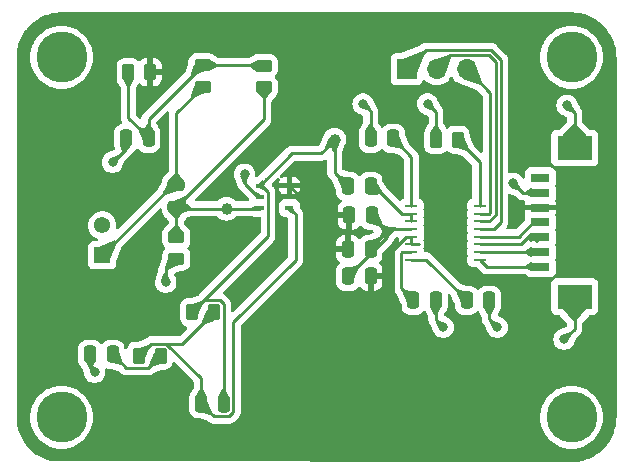
<source format=gtl>
%TF.GenerationSoftware,KiCad,Pcbnew,7.0.7*%
%TF.CreationDate,2024-03-25T16:43:20-04:00*%
%TF.ProjectId,MicBoard,4d696342-6f61-4726-942e-6b696361645f,rev?*%
%TF.SameCoordinates,Original*%
%TF.FileFunction,Copper,L1,Top*%
%TF.FilePolarity,Positive*%
%FSLAX46Y46*%
G04 Gerber Fmt 4.6, Leading zero omitted, Abs format (unit mm)*
G04 Created by KiCad (PCBNEW 7.0.7) date 2024-03-25 16:43:20*
%MOMM*%
%LPD*%
G01*
G04 APERTURE LIST*
G04 Aperture macros list*
%AMRoundRect*
0 Rectangle with rounded corners*
0 $1 Rounding radius*
0 $2 $3 $4 $5 $6 $7 $8 $9 X,Y pos of 4 corners*
0 Add a 4 corners polygon primitive as box body*
4,1,4,$2,$3,$4,$5,$6,$7,$8,$9,$2,$3,0*
0 Add four circle primitives for the rounded corners*
1,1,$1+$1,$2,$3*
1,1,$1+$1,$4,$5*
1,1,$1+$1,$6,$7*
1,1,$1+$1,$8,$9*
0 Add four rect primitives between the rounded corners*
20,1,$1+$1,$2,$3,$4,$5,0*
20,1,$1+$1,$4,$5,$6,$7,0*
20,1,$1+$1,$6,$7,$8,$9,0*
20,1,$1+$1,$8,$9,$2,$3,0*%
G04 Aperture macros list end*
%TA.AperFunction,SMDPad,CuDef*%
%ADD10RoundRect,0.250000X-0.262500X-0.450000X0.262500X-0.450000X0.262500X0.450000X-0.262500X0.450000X0*%
%TD*%
%TA.AperFunction,SMDPad,CuDef*%
%ADD11RoundRect,0.250000X-0.250000X-0.475000X0.250000X-0.475000X0.250000X0.475000X-0.250000X0.475000X0*%
%TD*%
%TA.AperFunction,SMDPad,CuDef*%
%ADD12RoundRect,0.250000X0.250000X0.475000X-0.250000X0.475000X-0.250000X-0.475000X0.250000X-0.475000X0*%
%TD*%
%TA.AperFunction,SMDPad,CuDef*%
%ADD13RoundRect,0.250000X-0.475000X0.250000X-0.475000X-0.250000X0.475000X-0.250000X0.475000X0.250000X0*%
%TD*%
%TA.AperFunction,ComponentPad*%
%ADD14R,1.378000X1.378000*%
%TD*%
%TA.AperFunction,ComponentPad*%
%ADD15C,1.378000*%
%TD*%
%TA.AperFunction,SMDPad,CuDef*%
%ADD16C,1.000000*%
%TD*%
%TA.AperFunction,SMDPad,CuDef*%
%ADD17R,1.117600X0.228600*%
%TD*%
%TA.AperFunction,SMDPad,CuDef*%
%ADD18R,0.774700X0.457200*%
%TD*%
%TA.AperFunction,SMDPad,CuDef*%
%ADD19RoundRect,0.250000X-0.450000X0.262500X-0.450000X-0.262500X0.450000X-0.262500X0.450000X0.262500X0*%
%TD*%
%TA.AperFunction,SMDPad,CuDef*%
%ADD20R,1.600000X0.800000*%
%TD*%
%TA.AperFunction,SMDPad,CuDef*%
%ADD21R,3.000000X2.100000*%
%TD*%
%TA.AperFunction,ComponentPad*%
%ADD22R,1.700000X1.700000*%
%TD*%
%TA.AperFunction,ComponentPad*%
%ADD23O,1.700000X1.700000*%
%TD*%
%TA.AperFunction,ViaPad*%
%ADD24C,0.800000*%
%TD*%
%TA.AperFunction,ViaPad*%
%ADD25C,4.318000*%
%TD*%
%TA.AperFunction,Conductor*%
%ADD26C,0.250000*%
%TD*%
G04 APERTURE END LIST*
D10*
%TO.P,R7,1*%
%TO.N,GND*%
X86313000Y-61595000D03*
%TO.P,R7,2*%
%TO.N,Net-(U3-CKS)*%
X88138000Y-61595000D03*
%TD*%
D11*
%TO.P,C10,1*%
%TO.N,Net-(U3-REGO)*%
X88905000Y-75184000D03*
%TO.P,C10,2*%
%TO.N,GND*%
X90805000Y-75184000D03*
%TD*%
%TO.P,C4,1*%
%TO.N,Net-(U2--IN)*%
X66426000Y-83947000D03*
%TO.P,C4,2*%
%TO.N,Net-(U2-OUT)*%
X68326000Y-83947000D03*
%TD*%
D12*
%TO.P,C1,1*%
%TO.N,Net-(C1-Pad1)*%
X61975293Y-61467293D03*
%TO.P,C1,2*%
%TO.N,GND*%
X60075293Y-61467293D03*
%TD*%
D13*
%TO.P,C2,1*%
%TO.N,Net-(C2-Pad1)*%
X64325500Y-65405000D03*
%TO.P,C2,2*%
%TO.N,Net-(U2-+IN)*%
X64325500Y-67305000D03*
%TD*%
D10*
%TO.P,R1,1*%
%TO.N,Net-(C1-Pad1)*%
X60277293Y-55879293D03*
%TO.P,R1,2*%
%TO.N,+3V3*%
X62102293Y-55879293D03*
%TD*%
D14*
%TO.P,MK1,1*%
%TO.N,Net-(C2-Pad1)*%
X58057800Y-71374000D03*
D15*
%TO.P,MK1,2*%
%TO.N,GND*%
X58057800Y-68834000D03*
%TD*%
D12*
%TO.P,C5,1*%
%TO.N,GND*%
X80772000Y-70866000D03*
%TO.P,C5,2*%
%TO.N,+3V3*%
X78872000Y-70866000D03*
%TD*%
D16*
%TO.P,TP3,1,1*%
%TO.N,Net-(U2-OUT)*%
X77724000Y-61595000D03*
%TD*%
D10*
%TO.P,R5,1*%
%TO.N,Net-(U2--IN)*%
X61167000Y-79883000D03*
%TO.P,R5,2*%
%TO.N,Net-(C3-Pad2)*%
X62992000Y-79883000D03*
%TD*%
D17*
%TO.P,U3,1,VCOM*%
%TO.N,Net-(U3-VCOM)*%
X84226400Y-67194001D03*
%TO.P,U3,2,RIN*%
%TO.N,Net-(U3-LIN)*%
X84226400Y-67843999D03*
%TO.P,U3,3,LIN*%
X84226400Y-68494001D03*
%TO.P,U3,4,VSS*%
%TO.N,GND*%
X84226400Y-69143999D03*
%TO.P,U3,5,VA*%
%TO.N,+3V3*%
X84226400Y-69793998D03*
%TO.P,U3,6,VD*%
X84226400Y-70443999D03*
%TO.P,U3,7,GSEL*%
%TO.N,Net-(U3-GSEL)*%
X84226400Y-71093998D03*
%TO.P,U3,8,REGO*%
%TO.N,Net-(U3-REGO)*%
X84226400Y-71743999D03*
%TO.P,U3,9,SDTO*%
%TO.N,Net-(U3-SDTO)*%
X90017600Y-71743999D03*
%TO.P,U3,10,LRCK*%
%TO.N,Net-(U3-LRCK)*%
X90017600Y-71094001D03*
%TO.P,U3,11,MCLK*%
%TO.N,Net-(U3-MCLK)*%
X90017600Y-70443999D03*
%TO.P,U3,12,BICK*%
%TO.N,Net-(U3-BICK)*%
X90017600Y-69794001D03*
%TO.P,U3,13,PDN*%
%TO.N,Net-(J1-Pin_1)*%
X90017600Y-69144002D03*
%TO.P,U3,14,DIF/TDMI*%
%TO.N,Net-(J1-Pin_2)*%
X90017600Y-68494001D03*
%TO.P,U3,15,FSEL*%
%TO.N,Net-(J1-Pin_3)*%
X90017600Y-67844002D03*
%TO.P,U3,16,CKS*%
%TO.N,Net-(U3-CKS)*%
X90017600Y-67194001D03*
%TD*%
D12*
%TO.P,C6,2*%
%TO.N,GND*%
X78872000Y-73152000D03*
%TO.P,C6,1*%
%TO.N,+3V3*%
X80772000Y-73152000D03*
%TD*%
D18*
%TO.P,U2,1,OUT*%
%TO.N,Net-(U2-OUT)*%
X71380350Y-65470999D03*
%TO.P,U2,2,V-*%
%TO.N,GND*%
X71380350Y-66421000D03*
%TO.P,U2,3,+IN*%
%TO.N,Net-(U2-+IN)*%
X71380350Y-67371001D03*
%TO.P,U2,4,-IN*%
%TO.N,Net-(U2--IN)*%
X73907650Y-67371001D03*
%TO.P,U2,5,V+*%
%TO.N,+3V3*%
X73907650Y-65470999D03*
%TD*%
D12*
%TO.P,C11,1*%
%TO.N,Net-(U3-VCOM)*%
X82677000Y-61468000D03*
%TO.P,C11,2*%
%TO.N,GND*%
X80777000Y-61468000D03*
%TD*%
D19*
%TO.P,R3,1*%
%TO.N,Net-(U2-+IN)*%
X64325500Y-69850000D03*
%TO.P,R3,2*%
%TO.N,GND*%
X64325500Y-71675000D03*
%TD*%
%TO.P,R2,1*%
%TO.N,Net-(C1-Pad1)*%
X66548000Y-55278000D03*
%TO.P,R2,2*%
%TO.N,Net-(C2-Pad1)*%
X66548000Y-57103000D03*
%TD*%
D16*
%TO.P,TP2,1,1*%
%TO.N,Net-(U2-+IN)*%
X68580000Y-67437000D03*
%TD*%
D12*
%TO.P,C8,1*%
%TO.N,GND*%
X80883000Y-67968999D03*
%TO.P,C8,2*%
%TO.N,+3V3*%
X78983000Y-67968999D03*
%TD*%
D10*
%TO.P,R6,1*%
%TO.N,Net-(U2-OUT)*%
X65659000Y-76200000D03*
%TO.P,R6,2*%
%TO.N,Net-(U2--IN)*%
X67484000Y-76200000D03*
%TD*%
D20*
%TO.P,J2,1,1*%
%TO.N,Net-(U3-SDTO)*%
X95144000Y-72330000D03*
%TO.P,J2,2,2*%
%TO.N,Net-(U3-LRCK)*%
X95144000Y-71080000D03*
%TO.P,J2,3,3*%
%TO.N,Net-(U3-MCLK)*%
X95144000Y-69830000D03*
%TO.P,J2,4,4*%
%TO.N,Net-(U3-BICK)*%
X95144000Y-68580000D03*
%TO.P,J2,5,5*%
%TO.N,+3V3*%
X95144000Y-67330000D03*
%TO.P,J2,6,6*%
%TO.N,GND*%
X95144000Y-66080000D03*
%TO.P,J2,7,7*%
%TO.N,unconnected-(J2-Pad7)*%
X95144000Y-64830000D03*
D21*
%TO.P,J2,S1,SHIELD1*%
%TO.N,GND*%
X98044000Y-74880000D03*
%TO.P,J2,S2,SHIELD2*%
X98044000Y-62280000D03*
%TD*%
D11*
%TO.P,C3,1*%
%TO.N,GND*%
X57028000Y-79756000D03*
%TO.P,C3,2*%
%TO.N,Net-(C3-Pad2)*%
X58928000Y-79756000D03*
%TD*%
%TO.P,C7,1*%
%TO.N,Net-(U2-OUT)*%
X78872000Y-65532000D03*
%TO.P,C7,2*%
%TO.N,Net-(U3-LIN)*%
X80772000Y-65532000D03*
%TD*%
D22*
%TO.P,J1,1,Pin_1*%
%TO.N,Net-(J1-Pin_1)*%
X83820000Y-55626000D03*
D23*
%TO.P,J1,2,Pin_2*%
%TO.N,Net-(J1-Pin_2)*%
X86360000Y-55626000D03*
%TO.P,J1,3,Pin_3*%
%TO.N,Net-(J1-Pin_3)*%
X88900000Y-55626000D03*
%TD*%
D19*
%TO.P,R4,1*%
%TO.N,Net-(C1-Pad1)*%
X71755000Y-55325000D03*
%TO.P,R4,2*%
%TO.N,Net-(U2-+IN)*%
X71755000Y-57150000D03*
%TD*%
D11*
%TO.P,C9,1*%
%TO.N,Net-(U3-GSEL)*%
X84394000Y-75184000D03*
%TO.P,C9,2*%
%TO.N,GND*%
X86294000Y-75184000D03*
%TD*%
D24*
%TO.N,GND*%
X58928000Y-63500000D03*
X57404000Y-81280000D03*
D25*
X54610000Y-54610000D03*
X97790000Y-54610000D03*
D24*
X92837000Y-65278000D03*
X70104000Y-64516000D03*
D25*
X54610000Y-85090000D03*
D24*
X97155000Y-78486000D03*
X86934000Y-77470000D03*
X82169000Y-69342000D03*
X85598000Y-58547000D03*
X80137000Y-58547000D03*
D25*
X97790000Y-85090000D03*
D24*
X97409000Y-58674000D03*
X91506000Y-77470000D03*
X63436500Y-73660000D03*
%TO.N,+3V3*%
X82423000Y-74803000D03*
X75819000Y-68072000D03*
%TD*%
D26*
%TO.N,GND*%
X60075293Y-62352707D02*
X58928000Y-63500000D01*
X60075293Y-61467293D02*
X60075293Y-62352707D01*
%TO.N,Net-(C3-Pad2)*%
X58928000Y-79756000D02*
X60080000Y-80908000D01*
X60080000Y-80908000D02*
X61967000Y-80908000D01*
X61967000Y-80908000D02*
X62992000Y-79883000D01*
%TO.N,GND*%
X57028000Y-80904000D02*
X57404000Y-81280000D01*
X57028000Y-79756000D02*
X57028000Y-80904000D01*
%TO.N,Net-(C1-Pad1)*%
X61975293Y-61467293D02*
X61975293Y-59850707D01*
X61975293Y-59850707D02*
X66548000Y-55278000D01*
%TO.N,GND*%
X78872000Y-73152000D02*
X82169000Y-69855000D01*
X82169000Y-69855000D02*
X82169000Y-69342000D01*
X80772000Y-70866000D02*
X80772000Y-70739000D01*
X80772000Y-70739000D02*
X82169000Y-69342000D01*
X80883000Y-67968999D02*
X80883000Y-68056000D01*
X80883000Y-68056000D02*
X82169000Y-69342000D01*
%TO.N,Net-(U3-LIN)*%
X80772000Y-65532000D02*
X81105601Y-65532000D01*
X81105601Y-65532000D02*
X83417600Y-67843999D01*
X83417600Y-67843999D02*
X84226400Y-67843999D01*
%TO.N,Net-(U2-OUT)*%
X78872000Y-65532000D02*
X77724000Y-64384000D01*
X77724000Y-64384000D02*
X77724000Y-61595000D01*
%TO.N,Net-(C1-Pad1)*%
X71708000Y-55278000D02*
X71755000Y-55325000D01*
X60277293Y-59769293D02*
X60277293Y-55879293D01*
X66548000Y-55278000D02*
X71708000Y-55278000D01*
X61975293Y-61467293D02*
X60277293Y-59769293D01*
X61975293Y-61467293D02*
X62262293Y-61467293D01*
%TO.N,GND*%
X86313000Y-61595000D02*
X86313000Y-59262000D01*
X70104000Y-65303400D02*
X70104000Y-64516000D01*
X90805000Y-75184000D02*
X90805000Y-76769000D01*
X80777000Y-61468000D02*
X80777000Y-59187000D01*
X63436500Y-73660000D02*
X63436500Y-72564000D01*
X82367001Y-69143999D02*
X82169000Y-69342000D01*
X98044000Y-77597000D02*
X98044000Y-74880000D01*
X90805000Y-76769000D02*
X91506000Y-77470000D01*
X71221600Y-66421000D02*
X70104000Y-65303400D01*
X95144000Y-66080000D02*
X93639000Y-66080000D01*
X86313000Y-59262000D02*
X85598000Y-58547000D01*
X93639000Y-66080000D02*
X92837000Y-65278000D01*
X98044000Y-62280000D02*
X98044000Y-59309000D01*
X98044000Y-59309000D02*
X97409000Y-58674000D01*
X84226400Y-69143999D02*
X82367001Y-69143999D01*
X63436500Y-72564000D02*
X64325500Y-71675000D01*
X97155000Y-78486000D02*
X98044000Y-77597000D01*
X86934000Y-77470000D02*
X86294000Y-76830000D01*
X71380350Y-66421000D02*
X71221600Y-66421000D01*
X71380350Y-66421000D02*
X71247000Y-66421000D01*
X80777000Y-59187000D02*
X80137000Y-58547000D01*
X86294000Y-76830000D02*
X86294000Y-75184000D01*
%TO.N,Net-(U2-+IN)*%
X64457500Y-67437000D02*
X64325500Y-67305000D01*
X64325500Y-67305000D02*
X64325500Y-69850000D01*
X72136000Y-57531000D02*
X71755000Y-57150000D01*
X71314351Y-67437000D02*
X71380350Y-67371001D01*
X69342000Y-67437000D02*
X71314351Y-67437000D01*
X71755000Y-57150000D02*
X71755000Y-59875500D01*
X69342000Y-67437000D02*
X64457500Y-67437000D01*
X71755000Y-59875500D02*
X64325500Y-67305000D01*
%TO.N,Net-(U2--IN)*%
X73907650Y-67371001D02*
X74422000Y-67885351D01*
X74422000Y-67885351D02*
X74422000Y-71780173D01*
X64826000Y-78858000D02*
X62192000Y-78858000D01*
X69151000Y-84660173D02*
X68814173Y-84997000D01*
X61167000Y-79803000D02*
X61167000Y-79883000D01*
X74422000Y-71780173D02*
X69151000Y-77051173D01*
X68814173Y-84997000D02*
X67476000Y-84997000D01*
X67476000Y-84997000D02*
X66426000Y-83947000D01*
X66426000Y-81791327D02*
X63492673Y-78858000D01*
X62192000Y-78858000D02*
X61167000Y-79883000D01*
X63492673Y-78858000D02*
X62192000Y-78858000D01*
X69151000Y-77051173D02*
X69151000Y-84660173D01*
X67484000Y-76200000D02*
X64826000Y-78858000D01*
X66426000Y-83947000D02*
X66426000Y-81791327D01*
%TO.N,Net-(U2-OUT)*%
X71380350Y-65470999D02*
X71539100Y-65470999D01*
X74104350Y-62747000D02*
X71380350Y-65470999D01*
X71380350Y-65470999D02*
X71696299Y-65470999D01*
X67984673Y-75175000D02*
X66684000Y-75175000D01*
X71380350Y-65470999D02*
X71933950Y-64917399D01*
X68326000Y-83947000D02*
X68326000Y-75516327D01*
X71380350Y-65470999D02*
X71221600Y-65470999D01*
X76572000Y-62747000D02*
X74104350Y-62747000D01*
X72092700Y-66024599D02*
X72092700Y-69766300D01*
X68326000Y-75516327D02*
X67984673Y-75175000D01*
X77724000Y-61595000D02*
X76572000Y-62747000D01*
X72092700Y-69766300D02*
X65659000Y-76200000D01*
X66684000Y-75175000D02*
X65659000Y-76200000D01*
X71539100Y-65470999D02*
X72092700Y-66024599D01*
X71380350Y-65470999D02*
X71155828Y-65470999D01*
%TO.N,+3V3*%
X82677000Y-74549000D02*
X82423000Y-74803000D01*
X84226400Y-69793998D02*
X83781900Y-69793998D01*
X83781900Y-69793998D02*
X82677000Y-70898898D01*
X75819000Y-68072000D02*
X75819000Y-67382349D01*
X75819000Y-67382349D02*
X73907650Y-65470999D01*
X82677000Y-70898898D02*
X82677000Y-74549000D01*
X84226400Y-70443999D02*
X84226400Y-69793998D01*
X84899501Y-70443999D02*
X84226400Y-70443999D01*
%TO.N,Net-(U3-LIN)*%
X84226400Y-67843999D02*
X84226400Y-68494001D01*
%TO.N,Net-(U3-GSEL)*%
X84394000Y-75184000D02*
X83342600Y-74132600D01*
X83342600Y-74132600D02*
X83342600Y-71168998D01*
X83342600Y-71168998D02*
X83417600Y-71093998D01*
X83417600Y-71093998D02*
X84226400Y-71093998D01*
%TO.N,Net-(U3-REGO)*%
X85464999Y-71743999D02*
X88905000Y-75184000D01*
X88905000Y-75184000D02*
X88905000Y-74964599D01*
X84226400Y-71743999D02*
X85464999Y-71743999D01*
%TO.N,Net-(U3-VCOM)*%
X84226400Y-63017400D02*
X84226400Y-67194001D01*
X82677000Y-61468000D02*
X84226400Y-63017400D01*
%TO.N,Net-(U3-CKS)*%
X88138000Y-61595000D02*
X90017600Y-63474600D01*
X90017600Y-63474600D02*
X90017600Y-67194001D01*
%TO.N,Net-(J1-Pin_1)*%
X91226398Y-69144002D02*
X90017600Y-69144002D01*
X85445000Y-54001000D02*
X90959396Y-54001000D01*
X91801400Y-68569000D02*
X91226398Y-69144002D01*
X90959396Y-54001000D02*
X91801400Y-54843004D01*
X83820000Y-55626000D02*
X85445000Y-54001000D01*
X91801400Y-54843004D02*
X91801400Y-68569000D01*
%TO.N,Net-(J1-Pin_2)*%
X91351400Y-67969001D02*
X90826400Y-68494001D01*
X90826400Y-68494001D02*
X90017600Y-68494001D01*
X87535000Y-54451000D02*
X90773000Y-54451000D01*
X86360000Y-55626000D02*
X87535000Y-54451000D01*
X91351400Y-55029400D02*
X91351400Y-67969001D01*
X90773000Y-54451000D02*
X91351400Y-55029400D01*
%TO.N,Net-(J1-Pin_3)*%
X90901400Y-57627400D02*
X90901400Y-67769002D01*
X90826400Y-67844002D02*
X90017600Y-67844002D01*
X88900000Y-55626000D02*
X90901400Y-57627400D01*
X90901400Y-67769002D02*
X90826400Y-67844002D01*
%TO.N,Net-(C2-Pad1)*%
X64325500Y-65405000D02*
X64026800Y-65405000D01*
X64325500Y-59325500D02*
X66548000Y-57103000D01*
X64026800Y-65405000D02*
X58057800Y-71374000D01*
X64325500Y-65405000D02*
X64325500Y-59325500D01*
%TO.N,Net-(U3-BICK)*%
X94544000Y-68580000D02*
X95144000Y-68580000D01*
X93329999Y-69794001D02*
X94544000Y-68580000D01*
X90017600Y-69794001D02*
X93329999Y-69794001D01*
%TO.N,Net-(U3-MCLK)*%
X94094000Y-69830000D02*
X95144000Y-69830000D01*
X93480001Y-70443999D02*
X94094000Y-69830000D01*
X90017600Y-70443999D02*
X93480001Y-70443999D01*
X95144000Y-69830000D02*
X94784001Y-70189999D01*
%TO.N,Net-(U3-LRCK)*%
X95129999Y-71094001D02*
X95144000Y-71080000D01*
X90017600Y-71094001D02*
X95129999Y-71094001D01*
X95144000Y-71080000D02*
X94904001Y-70840001D01*
%TO.N,Net-(U3-SDTO)*%
X90603601Y-72330000D02*
X95144000Y-72330000D01*
X90017600Y-71743999D02*
X90603601Y-72330000D01*
%TD*%
%TA.AperFunction,Conductor*%
%TO.N,+3V3*%
G36*
X97791513Y-50800575D02*
G01*
X97854875Y-50803687D01*
X97942455Y-50807989D01*
X98168034Y-50819812D01*
X98173842Y-50820393D01*
X98353383Y-50847025D01*
X98550138Y-50878188D01*
X98555449Y-50879271D01*
X98736852Y-50924711D01*
X98897397Y-50967730D01*
X98924283Y-50974934D01*
X98929127Y-50976446D01*
X99107420Y-51040240D01*
X99286749Y-51109078D01*
X99290992Y-51110893D01*
X99463402Y-51192437D01*
X99633703Y-51279210D01*
X99637403Y-51281259D01*
X99801713Y-51379743D01*
X99961623Y-51483590D01*
X99964789Y-51485789D01*
X100119105Y-51600237D01*
X100267201Y-51720162D01*
X100269820Y-51722407D01*
X100411313Y-51850648D01*
X100413517Y-51852747D01*
X100547251Y-51986481D01*
X100549350Y-51988685D01*
X100677591Y-52130178D01*
X100679836Y-52132797D01*
X100799762Y-52280894D01*
X100914209Y-52435209D01*
X100916408Y-52438375D01*
X101020260Y-52598292D01*
X101118730Y-52762579D01*
X101120794Y-52766307D01*
X101207567Y-52936609D01*
X101289094Y-53108982D01*
X101290930Y-53113274D01*
X101359762Y-53292588D01*
X101423552Y-53470873D01*
X101425064Y-53475715D01*
X101475295Y-53663174D01*
X101520721Y-53844524D01*
X101521816Y-53849893D01*
X101552980Y-54046660D01*
X101579602Y-54226131D01*
X101580188Y-54231987D01*
X101592014Y-54457627D01*
X101599425Y-54608487D01*
X101599500Y-54611530D01*
X101599500Y-85088469D01*
X101599425Y-85091512D01*
X101592014Y-85242372D01*
X101580188Y-85468011D01*
X101579602Y-85473867D01*
X101552980Y-85653339D01*
X101521816Y-85850105D01*
X101520721Y-85855474D01*
X101475295Y-86036825D01*
X101425064Y-86224283D01*
X101423552Y-86229124D01*
X101359762Y-86407411D01*
X101290930Y-86586725D01*
X101289094Y-86591016D01*
X101207567Y-86763390D01*
X101120793Y-86933691D01*
X101118730Y-86937419D01*
X101020260Y-87101707D01*
X100916408Y-87261623D01*
X100914209Y-87264789D01*
X100799762Y-87419105D01*
X100679835Y-87567201D01*
X100677591Y-87569820D01*
X100549350Y-87711313D01*
X100547251Y-87713517D01*
X100413517Y-87847251D01*
X100411313Y-87849350D01*
X100269820Y-87977591D01*
X100267201Y-87979835D01*
X100119105Y-88099762D01*
X99964789Y-88214209D01*
X99961623Y-88216408D01*
X99801707Y-88320260D01*
X99637419Y-88418730D01*
X99633691Y-88420793D01*
X99463390Y-88507567D01*
X99291016Y-88589094D01*
X99286725Y-88590930D01*
X99107411Y-88659762D01*
X98929124Y-88723552D01*
X98924283Y-88725064D01*
X98736825Y-88775295D01*
X98555474Y-88820721D01*
X98550105Y-88821816D01*
X98353339Y-88852980D01*
X98173868Y-88879602D01*
X98168012Y-88880188D01*
X97974989Y-88890304D01*
X97971590Y-88890389D01*
X53687788Y-88780775D01*
X53660011Y-88777553D01*
X53596862Y-88762869D01*
X53591981Y-88761521D01*
X53478281Y-88725064D01*
X53411602Y-88703683D01*
X53229979Y-88640823D01*
X53225629Y-88639132D01*
X53050539Y-88563352D01*
X52877329Y-88482248D01*
X52873534Y-88480310D01*
X52705983Y-88387326D01*
X52542574Y-88288787D01*
X52539336Y-88286695D01*
X52475221Y-88242377D01*
X52381239Y-88177414D01*
X52229099Y-88062387D01*
X52226407Y-88060231D01*
X52128884Y-87977591D01*
X52080670Y-87936734D01*
X52078429Y-87934737D01*
X51940169Y-87805397D01*
X51937998Y-87803264D01*
X51805078Y-87666085D01*
X51802748Y-87663542D01*
X51677860Y-87519414D01*
X51634456Y-87464793D01*
X51558264Y-87368909D01*
X51556003Y-87365874D01*
X51446794Y-87209380D01*
X51342850Y-87048378D01*
X51340663Y-87044721D01*
X51313205Y-86995000D01*
X51248212Y-86877310D01*
X51160919Y-86707615D01*
X51158968Y-86703441D01*
X51084157Y-86526420D01*
X51014404Y-86350213D01*
X51012751Y-86345479D01*
X50956271Y-86159688D01*
X50904782Y-85979789D01*
X50903526Y-85974532D01*
X50865811Y-85778852D01*
X50833190Y-85600179D01*
X50832413Y-85594370D01*
X50813078Y-85369274D01*
X50800709Y-85219516D01*
X50800500Y-85214429D01*
X50800500Y-85090000D01*
X51945639Y-85090000D01*
X51965064Y-85411147D01*
X51965064Y-85411152D01*
X51965065Y-85411153D01*
X52023060Y-85727623D01*
X52023061Y-85727627D01*
X52023062Y-85727631D01*
X52118772Y-86034776D01*
X52118776Y-86034787D01*
X52118777Y-86034790D01*
X52118779Y-86034795D01*
X52250825Y-86328190D01*
X52370639Y-86526386D01*
X52417273Y-86603528D01*
X52417279Y-86603537D01*
X52615699Y-86856801D01*
X52843198Y-87084300D01*
X53002835Y-87209368D01*
X53096470Y-87282726D01*
X53371810Y-87449175D01*
X53665205Y-87581221D01*
X53665215Y-87581224D01*
X53665223Y-87581227D01*
X53741132Y-87604881D01*
X53972377Y-87676940D01*
X54288847Y-87734935D01*
X54610000Y-87754361D01*
X54931153Y-87734935D01*
X55247623Y-87676940D01*
X55554795Y-87581221D01*
X55848190Y-87449175D01*
X56123530Y-87282726D01*
X56376798Y-87084303D01*
X56604303Y-86856798D01*
X56802726Y-86603530D01*
X56969175Y-86328190D01*
X57101221Y-86034795D01*
X57196940Y-85727623D01*
X57254935Y-85411153D01*
X57274361Y-85090000D01*
X57254935Y-84768847D01*
X57196940Y-84452377D01*
X57101221Y-84145205D01*
X56969175Y-83851810D01*
X56802726Y-83576470D01*
X56681699Y-83421991D01*
X56604300Y-83323198D01*
X56376801Y-83095699D01*
X56123537Y-82897279D01*
X56123532Y-82897276D01*
X56123530Y-82897274D01*
X55848190Y-82730825D01*
X55554795Y-82598779D01*
X55554790Y-82598777D01*
X55554787Y-82598776D01*
X55554776Y-82598772D01*
X55247631Y-82503062D01*
X55247627Y-82503061D01*
X55247623Y-82503060D01*
X54931153Y-82445065D01*
X54931152Y-82445064D01*
X54931147Y-82445064D01*
X54637847Y-82427323D01*
X54610000Y-82425639D01*
X54609999Y-82425639D01*
X54288852Y-82445064D01*
X54288846Y-82445065D01*
X54288847Y-82445065D01*
X53972377Y-82503060D01*
X53972374Y-82503060D01*
X53972368Y-82503062D01*
X53665223Y-82598772D01*
X53665212Y-82598776D01*
X53665206Y-82598778D01*
X53665205Y-82598779D01*
X53539172Y-82655501D01*
X53371814Y-82730823D01*
X53371812Y-82730824D01*
X53096471Y-82897273D01*
X53096462Y-82897279D01*
X52843198Y-83095699D01*
X52615699Y-83323198D01*
X52417279Y-83576462D01*
X52417273Y-83576471D01*
X52250824Y-83851812D01*
X52250823Y-83851814D01*
X52118776Y-84145212D01*
X52118772Y-84145223D01*
X52023062Y-84452368D01*
X52023060Y-84452374D01*
X52023060Y-84452377D01*
X51990922Y-84627750D01*
X51965064Y-84768852D01*
X51945639Y-85090000D01*
X50800500Y-85090000D01*
X50800500Y-80281001D01*
X56027500Y-80281001D01*
X56027501Y-80281019D01*
X56038000Y-80383796D01*
X56038001Y-80383799D01*
X56093185Y-80550331D01*
X56093186Y-80550334D01*
X56102807Y-80565932D01*
X56121973Y-80597005D01*
X56126014Y-80604720D01*
X56128189Y-80609693D01*
X56128190Y-80609697D01*
X56425818Y-81089666D01*
X56439511Y-81120417D01*
X56449382Y-81154391D01*
X56459579Y-81171634D01*
X56468137Y-81189102D01*
X56478385Y-81214983D01*
X56477103Y-81215490D01*
X56486548Y-81243157D01*
X56503052Y-81348425D01*
X56505457Y-81362469D01*
X56506266Y-81365663D01*
X56509378Y-81383129D01*
X56518326Y-81468256D01*
X56518327Y-81468258D01*
X56518327Y-81468260D01*
X56576818Y-81648277D01*
X56576821Y-81648284D01*
X56671467Y-81812216D01*
X56727160Y-81874069D01*
X56798129Y-81952888D01*
X56951265Y-82064148D01*
X56951270Y-82064151D01*
X57124192Y-82141142D01*
X57124197Y-82141144D01*
X57309354Y-82180500D01*
X57309355Y-82180500D01*
X57498644Y-82180500D01*
X57498646Y-82180500D01*
X57683803Y-82141144D01*
X57856730Y-82064151D01*
X58009871Y-81952888D01*
X58136533Y-81812216D01*
X58231179Y-81648284D01*
X58289674Y-81468256D01*
X58309460Y-81280000D01*
X58289674Y-81091744D01*
X58289669Y-81091731D01*
X58289173Y-81089392D01*
X58289279Y-81087996D01*
X58288994Y-81085281D01*
X58289490Y-81085228D01*
X58294488Y-81019725D01*
X58336624Y-80963990D01*
X58402203Y-80939883D01*
X58449464Y-80945901D01*
X58525203Y-80970999D01*
X58627991Y-80981500D01*
X58840077Y-80981499D01*
X58874213Y-80986290D01*
X59403139Y-81137747D01*
X59456684Y-81169274D01*
X59579199Y-81291790D01*
X59589022Y-81304051D01*
X59589243Y-81303869D01*
X59594214Y-81309878D01*
X59613698Y-81328174D01*
X59644635Y-81357226D01*
X59665529Y-81378120D01*
X59671011Y-81382373D01*
X59675443Y-81386157D01*
X59709418Y-81418062D01*
X59726976Y-81427714D01*
X59743233Y-81438393D01*
X59759064Y-81450673D01*
X59778737Y-81459186D01*
X59801833Y-81469182D01*
X59807077Y-81471750D01*
X59847908Y-81494197D01*
X59860523Y-81497435D01*
X59867305Y-81499177D01*
X59885719Y-81505481D01*
X59904104Y-81513438D01*
X59950157Y-81520732D01*
X59955826Y-81521906D01*
X60000981Y-81533500D01*
X60021016Y-81533500D01*
X60040413Y-81535026D01*
X60060196Y-81538160D01*
X60106583Y-81533775D01*
X60112422Y-81533500D01*
X61884257Y-81533500D01*
X61899877Y-81535224D01*
X61899904Y-81534939D01*
X61907660Y-81535671D01*
X61907667Y-81535673D01*
X61976814Y-81533500D01*
X62006350Y-81533500D01*
X62013228Y-81532630D01*
X62019041Y-81532172D01*
X62065627Y-81530709D01*
X62084869Y-81525117D01*
X62103912Y-81521174D01*
X62123792Y-81518664D01*
X62167122Y-81501507D01*
X62172646Y-81499617D01*
X62176396Y-81498527D01*
X62217390Y-81486618D01*
X62234629Y-81476422D01*
X62252103Y-81467862D01*
X62270727Y-81460488D01*
X62270727Y-81460487D01*
X62270732Y-81460486D01*
X62308449Y-81433082D01*
X62313305Y-81429892D01*
X62353420Y-81406170D01*
X62367589Y-81391999D01*
X62382379Y-81379368D01*
X62398587Y-81367594D01*
X62428299Y-81331676D01*
X62432212Y-81327376D01*
X62454154Y-81305434D01*
X62504492Y-81274873D01*
X63092310Y-81089253D01*
X63129649Y-81083499D01*
X63304502Y-81083499D01*
X63304508Y-81083499D01*
X63407297Y-81072999D01*
X63573834Y-81017814D01*
X63723156Y-80925712D01*
X63847212Y-80801656D01*
X63939314Y-80652334D01*
X63991343Y-80495321D01*
X64031113Y-80437879D01*
X64095629Y-80411055D01*
X64164405Y-80423370D01*
X64196728Y-80446646D01*
X65764180Y-82014097D01*
X65797665Y-82075420D01*
X65800499Y-82101778D01*
X65800499Y-82552659D01*
X65785424Y-82611916D01*
X65504793Y-83127762D01*
X65503417Y-83130637D01*
X65503322Y-83130591D01*
X65496007Y-83144847D01*
X65491185Y-83152665D01*
X65491184Y-83152667D01*
X65479456Y-83188059D01*
X65477826Y-83192421D01*
X65464749Y-83223775D01*
X65464744Y-83223791D01*
X65463365Y-83228380D01*
X65459534Y-83241789D01*
X65458570Y-83246549D01*
X65458265Y-83246487D01*
X65454415Y-83263629D01*
X65436001Y-83319199D01*
X65425500Y-83421983D01*
X65425500Y-84472001D01*
X65425501Y-84472019D01*
X65436000Y-84574796D01*
X65436001Y-84574799D01*
X65455482Y-84633588D01*
X65491186Y-84741334D01*
X65583288Y-84890656D01*
X65707344Y-85014712D01*
X65856666Y-85106814D01*
X66023203Y-85161999D01*
X66125991Y-85172500D01*
X66338077Y-85172499D01*
X66372213Y-85177290D01*
X66505505Y-85215458D01*
X66901138Y-85328747D01*
X66954684Y-85360275D01*
X66975197Y-85380788D01*
X66985022Y-85393051D01*
X66985243Y-85392869D01*
X66990214Y-85398878D01*
X67011044Y-85418438D01*
X67040635Y-85446226D01*
X67061529Y-85467120D01*
X67067011Y-85471373D01*
X67071443Y-85475157D01*
X67105418Y-85507062D01*
X67122976Y-85516714D01*
X67139235Y-85527395D01*
X67155064Y-85539673D01*
X67197838Y-85558182D01*
X67203056Y-85560738D01*
X67243908Y-85583197D01*
X67263316Y-85588180D01*
X67281717Y-85594480D01*
X67300104Y-85602437D01*
X67343488Y-85609308D01*
X67346119Y-85609725D01*
X67351839Y-85610909D01*
X67396981Y-85622500D01*
X67417016Y-85622500D01*
X67436414Y-85624026D01*
X67456194Y-85627159D01*
X67456195Y-85627160D01*
X67456195Y-85627159D01*
X67456196Y-85627160D01*
X67502583Y-85622775D01*
X67508422Y-85622500D01*
X68731430Y-85622500D01*
X68747050Y-85624224D01*
X68747077Y-85623939D01*
X68754833Y-85624671D01*
X68754840Y-85624673D01*
X68823987Y-85622500D01*
X68853523Y-85622500D01*
X68860401Y-85621630D01*
X68866214Y-85621172D01*
X68912800Y-85619709D01*
X68932042Y-85614117D01*
X68951085Y-85610174D01*
X68970965Y-85607664D01*
X69014295Y-85590507D01*
X69019819Y-85588617D01*
X69023569Y-85587527D01*
X69064563Y-85575618D01*
X69081802Y-85565422D01*
X69099276Y-85556862D01*
X69117900Y-85549488D01*
X69117900Y-85549487D01*
X69117905Y-85549486D01*
X69155622Y-85522082D01*
X69160478Y-85518892D01*
X69200593Y-85495170D01*
X69214759Y-85481003D01*
X69229554Y-85468368D01*
X69245757Y-85456596D01*
X69245756Y-85456596D01*
X69245760Y-85456594D01*
X69275472Y-85420676D01*
X69279384Y-85416378D01*
X69534785Y-85160976D01*
X69547046Y-85151156D01*
X69546862Y-85150934D01*
X69552870Y-85145963D01*
X69552877Y-85145959D01*
X69600227Y-85095536D01*
X69605763Y-85090000D01*
X95125639Y-85090000D01*
X95145064Y-85411147D01*
X95145064Y-85411152D01*
X95145065Y-85411153D01*
X95203060Y-85727623D01*
X95203061Y-85727627D01*
X95203062Y-85727631D01*
X95298772Y-86034776D01*
X95298776Y-86034787D01*
X95298777Y-86034790D01*
X95298779Y-86034795D01*
X95430825Y-86328190D01*
X95550639Y-86526386D01*
X95597273Y-86603528D01*
X95597279Y-86603537D01*
X95795699Y-86856801D01*
X96023198Y-87084300D01*
X96182835Y-87209368D01*
X96276470Y-87282726D01*
X96551810Y-87449175D01*
X96845205Y-87581221D01*
X96845215Y-87581224D01*
X96845223Y-87581227D01*
X96921132Y-87604881D01*
X97152377Y-87676940D01*
X97468847Y-87734935D01*
X97790000Y-87754361D01*
X98111153Y-87734935D01*
X98427623Y-87676940D01*
X98734795Y-87581221D01*
X99028190Y-87449175D01*
X99303530Y-87282726D01*
X99556798Y-87084303D01*
X99784303Y-86856798D01*
X99982726Y-86603530D01*
X100149175Y-86328190D01*
X100281221Y-86034795D01*
X100376940Y-85727623D01*
X100434935Y-85411153D01*
X100454361Y-85090000D01*
X100434935Y-84768847D01*
X100376940Y-84452377D01*
X100281221Y-84145205D01*
X100149175Y-83851810D01*
X99982726Y-83576470D01*
X99861699Y-83421991D01*
X99784300Y-83323198D01*
X99556801Y-83095699D01*
X99303537Y-82897279D01*
X99303532Y-82897276D01*
X99303530Y-82897274D01*
X99028190Y-82730825D01*
X98734795Y-82598779D01*
X98734790Y-82598777D01*
X98734787Y-82598776D01*
X98734776Y-82598772D01*
X98427631Y-82503062D01*
X98427627Y-82503061D01*
X98427623Y-82503060D01*
X98111153Y-82445065D01*
X98111152Y-82445064D01*
X98111147Y-82445064D01*
X97790000Y-82425639D01*
X97468852Y-82445064D01*
X97468846Y-82445065D01*
X97468847Y-82445065D01*
X97152377Y-82503060D01*
X97152374Y-82503060D01*
X97152368Y-82503062D01*
X96845223Y-82598772D01*
X96845212Y-82598776D01*
X96845206Y-82598778D01*
X96845205Y-82598779D01*
X96719172Y-82655501D01*
X96551814Y-82730823D01*
X96551812Y-82730824D01*
X96276471Y-82897273D01*
X96276462Y-82897279D01*
X96023198Y-83095699D01*
X95795699Y-83323198D01*
X95597279Y-83576462D01*
X95597273Y-83576471D01*
X95430824Y-83851812D01*
X95430823Y-83851814D01*
X95298776Y-84145212D01*
X95298772Y-84145223D01*
X95203062Y-84452368D01*
X95203060Y-84452374D01*
X95203060Y-84452377D01*
X95170922Y-84627750D01*
X95145064Y-84768852D01*
X95125639Y-85090000D01*
X69605763Y-85090000D01*
X69621120Y-85074644D01*
X69625379Y-85069151D01*
X69629152Y-85064734D01*
X69661062Y-85030755D01*
X69670713Y-85013197D01*
X69681396Y-84996934D01*
X69693673Y-84981109D01*
X69712185Y-84938326D01*
X69714738Y-84933114D01*
X69737197Y-84892265D01*
X69742180Y-84872853D01*
X69748481Y-84854453D01*
X69756437Y-84836069D01*
X69763729Y-84790025D01*
X69764906Y-84784344D01*
X69776500Y-84739192D01*
X69776500Y-84719156D01*
X69778027Y-84699755D01*
X69781160Y-84679977D01*
X69776775Y-84633588D01*
X69776500Y-84627750D01*
X69776500Y-77361624D01*
X69796185Y-77294585D01*
X69812814Y-77273948D01*
X74805786Y-72280975D01*
X74818048Y-72271153D01*
X74817865Y-72270932D01*
X74823867Y-72265965D01*
X74823877Y-72265959D01*
X74871241Y-72215521D01*
X74892120Y-72194643D01*
X74896373Y-72189159D01*
X74900150Y-72184736D01*
X74932062Y-72150755D01*
X74941714Y-72133196D01*
X74952389Y-72116945D01*
X74964674Y-72101109D01*
X74983186Y-72058325D01*
X74985742Y-72053108D01*
X75008197Y-72012265D01*
X75013180Y-71992853D01*
X75019477Y-71974464D01*
X75027438Y-71956068D01*
X75034729Y-71910026D01*
X75035908Y-71904335D01*
X75047500Y-71859192D01*
X75047500Y-71839155D01*
X75049027Y-71819755D01*
X75052160Y-71799977D01*
X75047775Y-71753588D01*
X75047500Y-71747750D01*
X75047500Y-70616000D01*
X77872000Y-70616000D01*
X78622000Y-70616000D01*
X78622000Y-69641000D01*
X78621999Y-69640999D01*
X78572029Y-69641000D01*
X78572011Y-69641001D01*
X78469302Y-69651494D01*
X78302880Y-69706641D01*
X78302875Y-69706643D01*
X78153654Y-69798684D01*
X78029684Y-69922654D01*
X77937643Y-70071875D01*
X77937641Y-70071880D01*
X77882494Y-70238302D01*
X77882493Y-70238309D01*
X77872000Y-70341013D01*
X77872000Y-70616000D01*
X75047500Y-70616000D01*
X75047500Y-68218999D01*
X77983001Y-68218999D01*
X77983001Y-68493985D01*
X77993494Y-68596696D01*
X78048641Y-68763118D01*
X78048643Y-68763123D01*
X78140684Y-68912344D01*
X78264654Y-69036314D01*
X78413875Y-69128355D01*
X78413880Y-69128357D01*
X78580302Y-69183504D01*
X78580309Y-69183505D01*
X78683019Y-69193998D01*
X78732999Y-69193997D01*
X78733000Y-69193997D01*
X78733000Y-68218999D01*
X77983001Y-68218999D01*
X75047500Y-68218999D01*
X75047500Y-67968093D01*
X75049224Y-67952473D01*
X75048939Y-67952446D01*
X75049673Y-67944684D01*
X75047500Y-67875523D01*
X75047500Y-67846007D01*
X75047500Y-67846001D01*
X75046631Y-67839130D01*
X75046173Y-67833303D01*
X75045832Y-67822454D01*
X75044710Y-67786724D01*
X75039119Y-67767481D01*
X75035173Y-67748429D01*
X75032664Y-67728559D01*
X75015504Y-67685218D01*
X75013624Y-67679730D01*
X75000618Y-67634961D01*
X74990422Y-67617721D01*
X74981861Y-67600245D01*
X74974487Y-67581621D01*
X74974486Y-67581619D01*
X74947079Y-67543896D01*
X74943888Y-67539037D01*
X74920172Y-67498934D01*
X74920165Y-67498925D01*
X74906006Y-67484766D01*
X74893368Y-67469970D01*
X74881594Y-67453764D01*
X74869780Y-67443991D01*
X74851049Y-67428495D01*
X74814325Y-67377388D01*
X74803735Y-67349800D01*
X74795499Y-67305363D01*
X74795499Y-67094530D01*
X74795498Y-67094524D01*
X74794646Y-67086601D01*
X74789091Y-67034918D01*
X74787941Y-67031836D01*
X74738797Y-66900072D01*
X74738793Y-66900065D01*
X74652547Y-66784856D01*
X74652544Y-66784853D01*
X74537335Y-66698607D01*
X74537328Y-66698603D01*
X74402482Y-66648309D01*
X74402483Y-66648309D01*
X74342883Y-66641902D01*
X74342881Y-66641901D01*
X74342873Y-66641901D01*
X74342864Y-66641901D01*
X73472429Y-66641901D01*
X73472423Y-66641902D01*
X73412816Y-66648309D01*
X73277971Y-66698603D01*
X73277964Y-66698607D01*
X73162755Y-66784853D01*
X73162752Y-66784856D01*
X73076506Y-66900065D01*
X73076502Y-66900072D01*
X73026210Y-67034914D01*
X73026209Y-67034918D01*
X73019800Y-67094528D01*
X73019800Y-67094535D01*
X73019800Y-67094536D01*
X73019800Y-67647471D01*
X73019801Y-67647477D01*
X73026208Y-67707084D01*
X73076502Y-67841929D01*
X73076506Y-67841936D01*
X73162752Y-67957145D01*
X73162755Y-67957148D01*
X73277964Y-68043394D01*
X73277971Y-68043398D01*
X73322918Y-68060161D01*
X73412817Y-68093692D01*
X73472427Y-68100101D01*
X73623139Y-68100100D01*
X73689275Y-68119209D01*
X73738635Y-68150331D01*
X73784845Y-68202737D01*
X73796500Y-68255222D01*
X73796500Y-71469720D01*
X73776815Y-71536759D01*
X73760181Y-71557401D01*
X69163181Y-76154401D01*
X69101858Y-76187886D01*
X69032166Y-76182902D01*
X68976233Y-76141030D01*
X68951816Y-76075566D01*
X68951500Y-76066720D01*
X68951500Y-75599064D01*
X68953224Y-75583450D01*
X68952938Y-75583423D01*
X68953672Y-75575660D01*
X68951500Y-75506530D01*
X68951500Y-75476978D01*
X68951500Y-75476977D01*
X68950629Y-75470086D01*
X68950172Y-75464272D01*
X68948709Y-75417699D01*
X68943122Y-75398471D01*
X68939174Y-75379411D01*
X68936664Y-75359535D01*
X68919507Y-75316202D01*
X68917619Y-75310686D01*
X68904619Y-75265939D01*
X68894418Y-75248690D01*
X68885860Y-75231221D01*
X68878486Y-75212595D01*
X68878483Y-75212591D01*
X68878483Y-75212590D01*
X68851098Y-75174898D01*
X68847890Y-75170014D01*
X68824172Y-75129909D01*
X68824163Y-75129898D01*
X68810005Y-75115740D01*
X68797370Y-75100947D01*
X68785593Y-75084739D01*
X68749693Y-75055040D01*
X68745381Y-75051117D01*
X68485476Y-74791212D01*
X68475653Y-74778950D01*
X68475432Y-74779134D01*
X68470459Y-74773123D01*
X68451831Y-74755630D01*
X68420037Y-74725773D01*
X68409592Y-74715328D01*
X68399148Y-74704883D01*
X68393659Y-74700625D01*
X68389234Y-74696847D01*
X68355255Y-74664938D01*
X68355253Y-74664936D01*
X68355250Y-74664935D01*
X68337702Y-74655288D01*
X68321435Y-74644603D01*
X68307293Y-74633633D01*
X68266387Y-74576990D01*
X68262599Y-74507223D01*
X68295612Y-74447976D01*
X72476486Y-70267102D01*
X72488748Y-70257280D01*
X72488565Y-70257059D01*
X72494567Y-70252092D01*
X72494577Y-70252086D01*
X72541941Y-70201648D01*
X72562820Y-70180770D01*
X72567070Y-70175289D01*
X72570851Y-70170861D01*
X72602762Y-70136882D01*
X72612413Y-70119324D01*
X72623096Y-70103061D01*
X72635373Y-70087236D01*
X72653883Y-70044458D01*
X72656443Y-70039232D01*
X72678897Y-69998392D01*
X72683878Y-69978987D01*
X72690182Y-69960579D01*
X72692109Y-69956127D01*
X72698138Y-69942195D01*
X72705429Y-69896153D01*
X72706608Y-69890462D01*
X72718200Y-69845319D01*
X72718200Y-69825283D01*
X72719727Y-69805882D01*
X72722860Y-69786104D01*
X72718475Y-69739715D01*
X72718200Y-69733877D01*
X72718200Y-66107341D01*
X72719924Y-66091721D01*
X72719639Y-66091694D01*
X72720373Y-66083932D01*
X72718200Y-66014771D01*
X72718200Y-65985255D01*
X72718200Y-65985249D01*
X72717331Y-65978378D01*
X72716873Y-65972551D01*
X72715410Y-65925972D01*
X72709819Y-65906729D01*
X72705873Y-65887677D01*
X72703364Y-65867807D01*
X72686204Y-65824466D01*
X72684324Y-65818978D01*
X72671318Y-65774209D01*
X72668013Y-65768621D01*
X72661123Y-65756970D01*
X72652561Y-65739493D01*
X72645187Y-65720869D01*
X72645186Y-65720867D01*
X72629734Y-65699599D01*
X73020300Y-65699599D01*
X73020300Y-65747443D01*
X73026701Y-65806971D01*
X73026703Y-65806978D01*
X73076945Y-65941685D01*
X73076949Y-65941692D01*
X73163109Y-66056786D01*
X73163112Y-66056789D01*
X73278206Y-66142949D01*
X73278213Y-66142953D01*
X73412920Y-66193195D01*
X73412927Y-66193197D01*
X73472455Y-66199598D01*
X73472472Y-66199599D01*
X73679050Y-66199599D01*
X73679050Y-65699599D01*
X74136250Y-65699599D01*
X74136250Y-66199599D01*
X74342828Y-66199599D01*
X74342844Y-66199598D01*
X74402372Y-66193197D01*
X74402379Y-66193195D01*
X74537086Y-66142953D01*
X74537093Y-66142949D01*
X74652187Y-66056789D01*
X74652190Y-66056786D01*
X74738350Y-65941692D01*
X74738354Y-65941685D01*
X74788596Y-65806978D01*
X74788598Y-65806971D01*
X74794999Y-65747443D01*
X74795000Y-65747426D01*
X74795000Y-65699599D01*
X74136250Y-65699599D01*
X73679050Y-65699599D01*
X73020300Y-65699599D01*
X72629734Y-65699599D01*
X72617779Y-65683144D01*
X72614588Y-65678285D01*
X72607368Y-65666077D01*
X72590870Y-65638179D01*
X72590868Y-65638177D01*
X72590865Y-65638173D01*
X72576706Y-65624014D01*
X72564068Y-65609218D01*
X72552294Y-65593012D01*
X72535878Y-65579432D01*
X72516394Y-65563313D01*
X72512071Y-65559379D01*
X72431995Y-65479303D01*
X72398511Y-65417979D01*
X72403496Y-65348288D01*
X72431993Y-65303944D01*
X72877665Y-64858272D01*
X72938985Y-64824790D01*
X73008677Y-64829774D01*
X73064610Y-64871646D01*
X73089027Y-64937110D01*
X73077317Y-64990982D01*
X73080046Y-64992000D01*
X73026703Y-65135019D01*
X73026701Y-65135026D01*
X73020300Y-65194554D01*
X73020300Y-65242399D01*
X73679050Y-65242399D01*
X73679050Y-64742399D01*
X74136250Y-64742399D01*
X74136250Y-65242399D01*
X74795000Y-65242399D01*
X74795000Y-65194571D01*
X74794999Y-65194554D01*
X74788598Y-65135026D01*
X74788596Y-65135019D01*
X74738354Y-65000312D01*
X74738350Y-65000305D01*
X74652190Y-64885211D01*
X74652187Y-64885208D01*
X74537093Y-64799048D01*
X74537086Y-64799044D01*
X74402379Y-64748802D01*
X74402372Y-64748800D01*
X74342844Y-64742399D01*
X74136250Y-64742399D01*
X73679050Y-64742399D01*
X73472455Y-64742399D01*
X73412927Y-64748800D01*
X73412920Y-64748802D01*
X73269901Y-64802145D01*
X73268881Y-64799411D01*
X73214985Y-64811124D01*
X73149526Y-64786693D01*
X73107667Y-64730750D01*
X73102698Y-64661057D01*
X73136175Y-64599763D01*
X74327121Y-63408819D01*
X74388445Y-63375334D01*
X74414803Y-63372500D01*
X76489257Y-63372500D01*
X76504877Y-63374224D01*
X76504904Y-63373939D01*
X76512660Y-63374671D01*
X76512667Y-63374673D01*
X76581814Y-63372500D01*
X76611350Y-63372500D01*
X76618228Y-63371630D01*
X76624041Y-63371172D01*
X76670627Y-63369709D01*
X76689869Y-63364117D01*
X76708912Y-63360174D01*
X76728792Y-63357664D01*
X76772122Y-63340507D01*
X76777646Y-63338617D01*
X76781396Y-63337527D01*
X76822390Y-63325618D01*
X76839629Y-63315422D01*
X76857103Y-63306862D01*
X76875729Y-63299487D01*
X76875730Y-63299487D01*
X76875730Y-63299486D01*
X76875732Y-63299486D01*
X76901613Y-63280681D01*
X76967417Y-63257200D01*
X77035472Y-63273024D01*
X77084168Y-63323128D01*
X77098500Y-63380998D01*
X77098500Y-64301255D01*
X77096775Y-64316872D01*
X77097061Y-64316899D01*
X77096326Y-64324665D01*
X77098500Y-64393814D01*
X77098500Y-64423343D01*
X77098501Y-64423360D01*
X77099368Y-64430231D01*
X77099826Y-64436050D01*
X77101290Y-64482624D01*
X77101291Y-64482627D01*
X77106880Y-64501867D01*
X77110824Y-64520911D01*
X77113336Y-64540792D01*
X77130490Y-64584119D01*
X77132382Y-64589647D01*
X77141573Y-64621282D01*
X77145382Y-64634390D01*
X77154496Y-64649802D01*
X77155580Y-64651634D01*
X77164136Y-64669100D01*
X77171514Y-64687732D01*
X77183521Y-64704259D01*
X77198898Y-64725423D01*
X77202106Y-64730307D01*
X77225827Y-64770416D01*
X77225833Y-64770424D01*
X77239990Y-64784580D01*
X77252627Y-64799375D01*
X77264406Y-64815587D01*
X77292578Y-64838893D01*
X77300309Y-64845288D01*
X77304620Y-64849210D01*
X77419414Y-64964004D01*
X77489762Y-65034352D01*
X77515066Y-65070940D01*
X77860485Y-65834790D01*
X77871500Y-65885882D01*
X77871500Y-66057000D01*
X77871501Y-66057019D01*
X77882000Y-66159796D01*
X77882001Y-66159799D01*
X77937185Y-66326331D01*
X77937187Y-66326336D01*
X77958344Y-66360637D01*
X78014065Y-66450976D01*
X78029289Y-66475657D01*
X78153344Y-66599712D01*
X78282679Y-66679486D01*
X78329404Y-66731434D01*
X78340627Y-66800396D01*
X78312783Y-66864479D01*
X78282684Y-66890561D01*
X78264658Y-66901680D01*
X78264655Y-66901682D01*
X78140684Y-67025653D01*
X78048643Y-67174874D01*
X78048641Y-67174879D01*
X77993494Y-67341301D01*
X77993493Y-67341308D01*
X77983000Y-67444012D01*
X77983000Y-67718999D01*
X79109000Y-67718999D01*
X79176039Y-67738684D01*
X79221794Y-67791488D01*
X79233000Y-67842999D01*
X79233000Y-69193998D01*
X79282972Y-69193998D01*
X79282986Y-69193997D01*
X79385697Y-69183504D01*
X79552119Y-69128357D01*
X79552124Y-69128355D01*
X79701345Y-69036314D01*
X79825318Y-68912341D01*
X79827165Y-68909347D01*
X79828969Y-68907723D01*
X79829798Y-68906676D01*
X79829976Y-68906817D01*
X79879110Y-68862620D01*
X79948073Y-68851395D01*
X80012156Y-68879235D01*
X80038243Y-68909340D01*
X80040288Y-68912655D01*
X80164344Y-69036711D01*
X80313666Y-69128813D01*
X80480203Y-69183998D01*
X80582991Y-69194499D01*
X80737939Y-69194498D01*
X80781296Y-69202324D01*
X80965533Y-69271084D01*
X81021458Y-69312967D01*
X81045862Y-69378436D01*
X81030996Y-69446706D01*
X80981581Y-69496101D01*
X80968748Y-69502179D01*
X80649822Y-69631422D01*
X80603251Y-69640500D01*
X80471999Y-69640500D01*
X80471980Y-69640501D01*
X80369203Y-69651000D01*
X80369200Y-69651001D01*
X80202668Y-69706185D01*
X80202663Y-69706187D01*
X80053342Y-69798289D01*
X79929288Y-69922343D01*
X79929283Y-69922349D01*
X79927241Y-69925661D01*
X79925247Y-69927453D01*
X79924807Y-69928011D01*
X79924711Y-69927935D01*
X79875291Y-69972383D01*
X79806328Y-69983602D01*
X79742247Y-69955755D01*
X79716168Y-69925656D01*
X79714319Y-69922659D01*
X79714316Y-69922655D01*
X79590345Y-69798684D01*
X79441124Y-69706643D01*
X79441119Y-69706641D01*
X79274697Y-69651494D01*
X79274690Y-69651493D01*
X79171986Y-69641000D01*
X79122000Y-69641000D01*
X79122000Y-70992000D01*
X79102315Y-71059039D01*
X79049511Y-71104794D01*
X78998000Y-71116000D01*
X77872001Y-71116000D01*
X77872001Y-71390986D01*
X77882494Y-71493697D01*
X77937641Y-71660119D01*
X77937643Y-71660124D01*
X78029684Y-71809345D01*
X78141304Y-71920965D01*
X78174789Y-71982288D01*
X78169805Y-72051980D01*
X78141305Y-72096327D01*
X78029287Y-72208345D01*
X77937187Y-72357663D01*
X77937185Y-72357668D01*
X77930288Y-72378482D01*
X77882001Y-72524203D01*
X77882001Y-72524204D01*
X77882000Y-72524204D01*
X77871500Y-72626983D01*
X77871500Y-73677001D01*
X77871501Y-73677019D01*
X77882000Y-73779796D01*
X77882001Y-73779799D01*
X77937185Y-73946331D01*
X77937187Y-73946336D01*
X77951166Y-73969000D01*
X78029288Y-74095656D01*
X78153344Y-74219712D01*
X78302666Y-74311814D01*
X78469203Y-74366999D01*
X78571991Y-74377500D01*
X79172008Y-74377499D01*
X79172016Y-74377498D01*
X79172019Y-74377498D01*
X79228302Y-74371748D01*
X79274797Y-74366999D01*
X79441334Y-74311814D01*
X79590656Y-74219712D01*
X79714712Y-74095656D01*
X79716752Y-74092347D01*
X79718745Y-74090555D01*
X79719193Y-74089989D01*
X79719289Y-74090065D01*
X79768694Y-74045623D01*
X79837656Y-74034395D01*
X79901740Y-74062234D01*
X79927829Y-74092339D01*
X79929681Y-74095341D01*
X79929683Y-74095344D01*
X80053654Y-74219315D01*
X80202875Y-74311356D01*
X80202880Y-74311358D01*
X80369302Y-74366505D01*
X80369309Y-74366506D01*
X80472019Y-74376999D01*
X80521999Y-74376998D01*
X80522000Y-74376998D01*
X80522000Y-73402000D01*
X81022000Y-73402000D01*
X81022000Y-74376999D01*
X81071972Y-74376999D01*
X81071986Y-74376998D01*
X81174697Y-74366505D01*
X81341119Y-74311358D01*
X81341124Y-74311356D01*
X81490345Y-74219315D01*
X81614315Y-74095345D01*
X81706356Y-73946124D01*
X81706358Y-73946119D01*
X81761505Y-73779697D01*
X81761506Y-73779690D01*
X81771999Y-73676986D01*
X81772000Y-73676973D01*
X81772000Y-73402000D01*
X81022000Y-73402000D01*
X80522000Y-73402000D01*
X80522000Y-73026000D01*
X80541685Y-72958961D01*
X80594489Y-72913206D01*
X80646000Y-72902000D01*
X81771999Y-72902000D01*
X81771999Y-72627028D01*
X81771998Y-72627013D01*
X81761505Y-72524302D01*
X81706358Y-72357880D01*
X81706356Y-72357875D01*
X81614315Y-72208654D01*
X81502695Y-72097034D01*
X81469210Y-72035711D01*
X81474194Y-71966019D01*
X81502691Y-71921676D01*
X81614712Y-71809656D01*
X81706814Y-71660334D01*
X81761999Y-71493797D01*
X81772500Y-71391009D01*
X81772499Y-71187452D01*
X81792183Y-71120413D01*
X81808813Y-71099776D01*
X82552788Y-70355801D01*
X82565042Y-70345986D01*
X82564859Y-70345764D01*
X82570866Y-70340792D01*
X82570877Y-70340786D01*
X82601775Y-70307882D01*
X82618227Y-70290364D01*
X82628671Y-70279918D01*
X82639120Y-70269471D01*
X82643379Y-70263978D01*
X82647152Y-70259561D01*
X82679062Y-70225582D01*
X82688713Y-70208024D01*
X82699396Y-70191761D01*
X82711673Y-70175936D01*
X82730185Y-70133153D01*
X82732738Y-70127941D01*
X82755197Y-70087092D01*
X82758131Y-70075665D01*
X82759144Y-70071720D01*
X82780621Y-70027401D01*
X82789556Y-70015677D01*
X82804467Y-69996108D01*
X82826875Y-69973457D01*
X82967507Y-69863880D01*
X83032487Y-69838204D01*
X83101034Y-69851734D01*
X83151384Y-69900176D01*
X83166895Y-69952860D01*
X83167244Y-69952823D01*
X83167451Y-69954749D01*
X83167542Y-69955058D01*
X83167599Y-69956127D01*
X83174001Y-70015670D01*
X83174003Y-70015677D01*
X83196377Y-70075665D01*
X83201361Y-70145357D01*
X83196377Y-70162331D01*
X83174003Y-70222318D01*
X83174001Y-70222326D01*
X83167600Y-70281854D01*
X83167600Y-70439291D01*
X83147915Y-70506330D01*
X83116485Y-70539609D01*
X83076171Y-70568899D01*
X83071287Y-70572108D01*
X83031181Y-70595826D01*
X83017013Y-70609994D01*
X83002227Y-70622622D01*
X82986014Y-70634402D01*
X82963580Y-70661520D01*
X82945855Y-70677185D01*
X82946730Y-70678243D01*
X82940720Y-70683214D01*
X82893370Y-70733635D01*
X82872489Y-70754516D01*
X82872477Y-70754530D01*
X82868221Y-70760015D01*
X82864437Y-70764445D01*
X82832537Y-70798416D01*
X82832536Y-70798418D01*
X82822884Y-70815974D01*
X82812210Y-70832224D01*
X82799929Y-70848059D01*
X82799924Y-70848066D01*
X82781415Y-70890836D01*
X82778845Y-70896082D01*
X82756403Y-70936904D01*
X82751422Y-70956305D01*
X82745121Y-70974708D01*
X82737162Y-70993100D01*
X82737161Y-70993103D01*
X82729871Y-71039125D01*
X82728687Y-71044844D01*
X82717101Y-71089970D01*
X82717100Y-71089980D01*
X82717100Y-71110014D01*
X82715573Y-71129411D01*
X82712440Y-71149194D01*
X82712783Y-71152821D01*
X82716825Y-71195581D01*
X82717100Y-71201419D01*
X82717100Y-74049855D01*
X82715375Y-74065472D01*
X82715661Y-74065499D01*
X82714926Y-74073265D01*
X82717100Y-74142414D01*
X82717100Y-74171943D01*
X82717101Y-74171960D01*
X82717968Y-74178831D01*
X82718426Y-74184650D01*
X82719890Y-74231224D01*
X82719891Y-74231227D01*
X82725480Y-74250467D01*
X82729424Y-74269511D01*
X82731936Y-74289392D01*
X82740813Y-74311814D01*
X82749090Y-74332719D01*
X82750982Y-74338247D01*
X82763981Y-74382988D01*
X82774180Y-74400234D01*
X82782738Y-74417703D01*
X82790114Y-74436332D01*
X82817498Y-74474023D01*
X82820706Y-74478907D01*
X82844427Y-74519016D01*
X82844433Y-74519024D01*
X82858590Y-74533180D01*
X82871228Y-74547976D01*
X82883005Y-74564186D01*
X82883006Y-74564187D01*
X82918909Y-74593888D01*
X82923220Y-74597810D01*
X82970013Y-74644603D01*
X83011762Y-74686352D01*
X83037066Y-74722940D01*
X83382485Y-75486790D01*
X83393500Y-75537882D01*
X83393500Y-75709000D01*
X83393501Y-75709019D01*
X83404000Y-75811796D01*
X83404001Y-75811799D01*
X83459185Y-75978331D01*
X83459187Y-75978336D01*
X83472774Y-76000364D01*
X83551288Y-76127656D01*
X83675344Y-76251712D01*
X83824666Y-76343814D01*
X83991203Y-76398999D01*
X84093991Y-76409500D01*
X84694008Y-76409499D01*
X84694016Y-76409498D01*
X84694019Y-76409498D01*
X84750302Y-76403748D01*
X84796797Y-76398999D01*
X84963334Y-76343814D01*
X85112656Y-76251712D01*
X85236712Y-76127656D01*
X85236717Y-76127646D01*
X85240961Y-76122281D01*
X85297980Y-76081902D01*
X85367779Y-76078759D01*
X85428197Y-76113851D01*
X85447155Y-76139929D01*
X85653424Y-76519080D01*
X85668500Y-76578338D01*
X85668500Y-76747255D01*
X85666775Y-76762872D01*
X85667061Y-76762899D01*
X85666326Y-76770665D01*
X85668500Y-76839814D01*
X85668500Y-76869343D01*
X85668501Y-76869360D01*
X85669368Y-76876231D01*
X85669826Y-76882050D01*
X85671290Y-76928624D01*
X85671291Y-76928627D01*
X85676880Y-76947867D01*
X85680824Y-76966911D01*
X85681131Y-76969334D01*
X85683336Y-76986791D01*
X85700490Y-77030119D01*
X85702382Y-77035647D01*
X85715381Y-77080388D01*
X85725580Y-77097634D01*
X85734136Y-77115100D01*
X85741514Y-77133732D01*
X85768898Y-77171423D01*
X85772106Y-77176307D01*
X85795827Y-77216416D01*
X85795833Y-77216424D01*
X85809989Y-77230579D01*
X85822628Y-77245376D01*
X85834406Y-77261588D01*
X85839744Y-77267271D01*
X85838610Y-77268335D01*
X85865826Y-77303999D01*
X86099051Y-77820719D01*
X86099056Y-77820729D01*
X86100455Y-77823491D01*
X86104123Y-77832371D01*
X86104178Y-77832347D01*
X86106818Y-77838277D01*
X86106821Y-77838284D01*
X86106824Y-77838289D01*
X86115264Y-77852910D01*
X86116869Y-77855874D01*
X86119679Y-77861418D01*
X86120871Y-77863305D01*
X86123746Y-77867600D01*
X86201465Y-78002214D01*
X86328129Y-78142888D01*
X86481265Y-78254148D01*
X86481270Y-78254151D01*
X86654192Y-78331142D01*
X86654197Y-78331144D01*
X86839354Y-78370500D01*
X86839355Y-78370500D01*
X87028644Y-78370500D01*
X87028646Y-78370500D01*
X87213803Y-78331144D01*
X87386730Y-78254151D01*
X87539871Y-78142888D01*
X87666533Y-78002216D01*
X87761179Y-77838284D01*
X87819674Y-77658256D01*
X87839460Y-77470000D01*
X87819674Y-77281744D01*
X87761179Y-77101716D01*
X87666533Y-76937784D01*
X87539871Y-76797112D01*
X87514686Y-76778814D01*
X87386734Y-76685851D01*
X87386729Y-76685848D01*
X87321243Y-76656692D01*
X87305106Y-76648026D01*
X87284719Y-76635051D01*
X87284718Y-76635050D01*
X87074691Y-76540253D01*
X87021686Y-76494731D01*
X87001705Y-76427779D01*
X87016779Y-76367976D01*
X87215197Y-76003254D01*
X87215200Y-76003248D01*
X87216582Y-76000364D01*
X87216681Y-76000411D01*
X87223995Y-75986145D01*
X87228814Y-75978334D01*
X87240547Y-75942924D01*
X87242164Y-75938594D01*
X87255251Y-75907219D01*
X87256630Y-75902632D01*
X87260464Y-75889211D01*
X87260466Y-75889191D01*
X87261428Y-75884450D01*
X87261736Y-75884512D01*
X87265580Y-75867378D01*
X87283999Y-75811797D01*
X87294500Y-75709009D01*
X87294499Y-74757450D01*
X87314183Y-74690412D01*
X87366987Y-74644657D01*
X87436146Y-74634713D01*
X87499702Y-74663738D01*
X87506167Y-74669757D01*
X87522764Y-74686355D01*
X87548064Y-74722938D01*
X87793614Y-75265939D01*
X87893485Y-75486790D01*
X87904500Y-75537882D01*
X87904500Y-75709000D01*
X87904501Y-75709019D01*
X87915000Y-75811796D01*
X87915001Y-75811799D01*
X87970185Y-75978331D01*
X87970187Y-75978336D01*
X87983774Y-76000364D01*
X88062288Y-76127656D01*
X88186344Y-76251712D01*
X88335666Y-76343814D01*
X88502203Y-76398999D01*
X88604991Y-76409500D01*
X89205008Y-76409499D01*
X89205016Y-76409498D01*
X89205019Y-76409498D01*
X89261302Y-76403748D01*
X89307797Y-76398999D01*
X89474334Y-76343814D01*
X89623656Y-76251712D01*
X89747712Y-76127656D01*
X89747717Y-76127646D01*
X89751961Y-76122281D01*
X89808980Y-76081902D01*
X89878779Y-76078759D01*
X89939197Y-76113851D01*
X89958155Y-76139929D01*
X90164424Y-76519080D01*
X90179500Y-76578338D01*
X90179500Y-76686255D01*
X90177775Y-76701872D01*
X90178061Y-76701899D01*
X90177326Y-76709665D01*
X90179500Y-76778814D01*
X90179500Y-76808343D01*
X90179501Y-76808360D01*
X90180368Y-76815231D01*
X90180826Y-76821050D01*
X90182290Y-76867624D01*
X90182291Y-76867627D01*
X90187880Y-76886867D01*
X90191824Y-76905911D01*
X90194336Y-76925792D01*
X90211490Y-76969119D01*
X90213382Y-76974647D01*
X90216910Y-76986791D01*
X90226382Y-77019390D01*
X90234334Y-77032837D01*
X90236580Y-77036634D01*
X90245138Y-77054103D01*
X90252514Y-77072732D01*
X90279898Y-77110423D01*
X90283106Y-77115307D01*
X90306827Y-77155416D01*
X90306833Y-77155424D01*
X90320990Y-77169580D01*
X90333628Y-77184376D01*
X90345405Y-77200586D01*
X90345406Y-77200587D01*
X90381309Y-77230288D01*
X90385620Y-77234210D01*
X90396786Y-77245376D01*
X90407340Y-77255930D01*
X90432680Y-77292598D01*
X90671051Y-77820719D01*
X90671056Y-77820729D01*
X90672455Y-77823491D01*
X90676123Y-77832371D01*
X90676178Y-77832347D01*
X90678818Y-77838277D01*
X90678821Y-77838284D01*
X90678824Y-77838289D01*
X90687264Y-77852910D01*
X90688869Y-77855874D01*
X90691679Y-77861418D01*
X90692871Y-77863305D01*
X90695746Y-77867600D01*
X90773465Y-78002214D01*
X90900129Y-78142888D01*
X91053265Y-78254148D01*
X91053270Y-78254151D01*
X91226192Y-78331142D01*
X91226197Y-78331144D01*
X91411354Y-78370500D01*
X91411355Y-78370500D01*
X91600644Y-78370500D01*
X91600646Y-78370500D01*
X91785803Y-78331144D01*
X91958730Y-78254151D01*
X92111871Y-78142888D01*
X92238533Y-78002216D01*
X92333179Y-77838284D01*
X92391674Y-77658256D01*
X92411460Y-77470000D01*
X92391674Y-77281744D01*
X92333179Y-77101716D01*
X92238533Y-76937784D01*
X92111871Y-76797112D01*
X92086686Y-76778814D01*
X91958734Y-76685851D01*
X91958729Y-76685848D01*
X91893243Y-76656692D01*
X91877106Y-76648026D01*
X91856719Y-76635051D01*
X91856718Y-76635050D01*
X91597716Y-76518148D01*
X91544711Y-76472626D01*
X91524730Y-76405675D01*
X91539804Y-76345872D01*
X91726197Y-76003254D01*
X91726200Y-76003248D01*
X91727582Y-76000364D01*
X91727681Y-76000411D01*
X91734995Y-75986145D01*
X91739814Y-75978334D01*
X91739968Y-75977870D01*
X96043500Y-75977870D01*
X96043501Y-75977876D01*
X96049908Y-76037483D01*
X96100202Y-76172328D01*
X96100206Y-76172335D01*
X96186452Y-76287544D01*
X96186455Y-76287547D01*
X96301664Y-76373793D01*
X96301671Y-76373797D01*
X96346618Y-76390561D01*
X96436517Y-76424091D01*
X96496127Y-76430500D01*
X96753976Y-76430499D01*
X96821015Y-76450183D01*
X96847295Y-76472843D01*
X97387820Y-77090586D01*
X97417151Y-77154001D01*
X97418500Y-77172241D01*
X97418500Y-77286546D01*
X97398815Y-77353585D01*
X97382181Y-77374227D01*
X97369071Y-77387337D01*
X97332403Y-77412677D01*
X97114733Y-77510924D01*
X96804277Y-77651052D01*
X96804268Y-77651056D01*
X96763536Y-77671705D01*
X96758610Y-77674816D01*
X96758294Y-77674316D01*
X96741200Y-77684515D01*
X96702271Y-77701847D01*
X96702267Y-77701849D01*
X96549129Y-77813111D01*
X96422466Y-77953785D01*
X96327821Y-78117715D01*
X96327818Y-78117722D01*
X96275292Y-78279382D01*
X96269326Y-78297744D01*
X96249540Y-78486000D01*
X96269326Y-78674256D01*
X96269327Y-78674259D01*
X96327818Y-78854277D01*
X96327821Y-78854284D01*
X96422467Y-79018216D01*
X96508408Y-79113663D01*
X96549129Y-79158888D01*
X96702265Y-79270148D01*
X96702270Y-79270151D01*
X96875192Y-79347142D01*
X96875197Y-79347144D01*
X97060354Y-79386500D01*
X97060355Y-79386500D01*
X97249644Y-79386500D01*
X97249646Y-79386500D01*
X97434803Y-79347144D01*
X97607730Y-79270151D01*
X97760871Y-79158888D01*
X97887533Y-79018216D01*
X97982179Y-78854284D01*
X97982182Y-78854272D01*
X97984819Y-78848352D01*
X97984974Y-78848421D01*
X97988235Y-78840808D01*
X97988124Y-78840758D01*
X97989944Y-78836724D01*
X97989948Y-78836719D01*
X98228318Y-78308597D01*
X98253653Y-78271936D01*
X98427788Y-78097801D01*
X98440042Y-78087986D01*
X98439859Y-78087764D01*
X98445866Y-78082792D01*
X98445877Y-78082786D01*
X98476775Y-78049882D01*
X98493227Y-78032364D01*
X98503671Y-78021918D01*
X98514120Y-78011471D01*
X98518379Y-78005978D01*
X98522152Y-78001561D01*
X98554062Y-77967582D01*
X98563715Y-77950020D01*
X98574389Y-77933770D01*
X98586673Y-77917936D01*
X98605180Y-77875167D01*
X98607749Y-77869924D01*
X98615473Y-77855874D01*
X98630197Y-77829092D01*
X98635177Y-77809691D01*
X98641478Y-77791288D01*
X98649438Y-77772896D01*
X98656730Y-77726849D01*
X98657911Y-77721152D01*
X98669500Y-77676019D01*
X98669500Y-77655982D01*
X98671027Y-77636582D01*
X98674160Y-77616804D01*
X98670207Y-77574990D01*
X98669775Y-77570415D01*
X98669500Y-77564577D01*
X98669500Y-77172240D01*
X98689185Y-77105201D01*
X98700180Y-77090586D01*
X99240702Y-76472844D01*
X99299662Y-76435355D01*
X99334022Y-76430499D01*
X99591871Y-76430499D01*
X99591872Y-76430499D01*
X99651483Y-76424091D01*
X99786331Y-76373796D01*
X99901546Y-76287546D01*
X99987796Y-76172331D01*
X100038091Y-76037483D01*
X100044500Y-75977873D01*
X100044499Y-73782128D01*
X100038091Y-73722517D01*
X100021121Y-73677019D01*
X99987797Y-73587671D01*
X99987793Y-73587664D01*
X99901547Y-73472455D01*
X99901544Y-73472452D01*
X99786335Y-73386206D01*
X99786328Y-73386202D01*
X99651482Y-73335908D01*
X99651483Y-73335908D01*
X99591883Y-73329501D01*
X99591881Y-73329500D01*
X99591873Y-73329500D01*
X99591864Y-73329500D01*
X96496129Y-73329500D01*
X96496123Y-73329501D01*
X96436515Y-73335909D01*
X96314360Y-73381469D01*
X96299871Y-73382505D01*
X96291283Y-73393978D01*
X96186452Y-73472455D01*
X96100206Y-73587664D01*
X96100202Y-73587671D01*
X96049908Y-73722517D01*
X96043750Y-73779799D01*
X96043501Y-73782123D01*
X96043500Y-73782135D01*
X96043500Y-75977870D01*
X91739968Y-75977870D01*
X91751547Y-75942924D01*
X91753164Y-75938594D01*
X91766251Y-75907219D01*
X91767630Y-75902632D01*
X91771464Y-75889211D01*
X91771466Y-75889191D01*
X91772428Y-75884450D01*
X91772736Y-75884512D01*
X91776580Y-75867378D01*
X91794999Y-75811797D01*
X91805500Y-75709009D01*
X91805499Y-74658992D01*
X91794999Y-74556203D01*
X91739814Y-74389666D01*
X91647712Y-74240344D01*
X91523656Y-74116288D01*
X91374334Y-74024186D01*
X91207797Y-73969001D01*
X91207795Y-73969000D01*
X91105010Y-73958500D01*
X90504998Y-73958500D01*
X90504980Y-73958501D01*
X90402203Y-73969000D01*
X90402200Y-73969001D01*
X90235668Y-74024185D01*
X90235663Y-74024187D01*
X90086342Y-74116289D01*
X89962288Y-74240343D01*
X89962282Y-74240351D01*
X89960531Y-74243190D01*
X89958823Y-74244725D01*
X89957807Y-74246011D01*
X89957587Y-74245837D01*
X89908579Y-74289910D01*
X89839615Y-74301125D01*
X89775536Y-74273275D01*
X89749459Y-74243176D01*
X89747712Y-74240344D01*
X89623656Y-74116288D01*
X89474334Y-74024186D01*
X89307797Y-73969001D01*
X89307795Y-73969000D01*
X89205016Y-73958500D01*
X89205009Y-73958500D01*
X88992924Y-73958500D01*
X88958789Y-73953709D01*
X88429858Y-73802250D01*
X88376312Y-73770722D01*
X85965802Y-71360211D01*
X85955979Y-71347949D01*
X85955758Y-71348133D01*
X85950785Y-71342122D01*
X85922738Y-71315784D01*
X85900363Y-71294772D01*
X85889918Y-71284327D01*
X85879474Y-71273882D01*
X85873985Y-71269624D01*
X85869560Y-71265846D01*
X85835581Y-71233937D01*
X85835579Y-71233935D01*
X85835576Y-71233934D01*
X85818028Y-71224287D01*
X85801762Y-71213603D01*
X85785935Y-71201326D01*
X85785934Y-71201325D01*
X85785932Y-71201324D01*
X85743167Y-71182817D01*
X85737921Y-71180247D01*
X85697092Y-71157802D01*
X85697091Y-71157801D01*
X85677692Y-71152821D01*
X85659280Y-71146517D01*
X85640897Y-71138561D01*
X85640891Y-71138559D01*
X85594873Y-71131271D01*
X85589151Y-71130086D01*
X85544020Y-71118499D01*
X85544018Y-71118499D01*
X85523983Y-71118499D01*
X85504585Y-71116972D01*
X85497161Y-71115796D01*
X85484804Y-71113839D01*
X85484803Y-71113839D01*
X85438415Y-71118224D01*
X85432577Y-71118499D01*
X85409699Y-71118499D01*
X85342660Y-71098814D01*
X85296905Y-71046010D01*
X85285699Y-70994499D01*
X85285699Y-70931827D01*
X85285698Y-70931821D01*
X85279291Y-70872214D01*
X85256689Y-70811616D01*
X85251705Y-70741925D01*
X85256690Y-70724948D01*
X85278797Y-70665677D01*
X85278797Y-70665676D01*
X85285199Y-70606143D01*
X85285200Y-70606126D01*
X85285200Y-70281871D01*
X85285199Y-70281854D01*
X85278798Y-70222326D01*
X85278797Y-70222322D01*
X85256422Y-70162332D01*
X85251438Y-70092640D01*
X85256423Y-70075663D01*
X85278797Y-70015677D01*
X85278797Y-70015675D01*
X85285199Y-69956142D01*
X85285200Y-69956125D01*
X85285200Y-69631870D01*
X85285199Y-69631853D01*
X85278798Y-69572325D01*
X85278797Y-69572321D01*
X85256689Y-69513047D01*
X85251705Y-69443355D01*
X85256690Y-69426378D01*
X85256955Y-69425669D01*
X85279291Y-69365782D01*
X85285700Y-69306172D01*
X85285699Y-68981827D01*
X85279291Y-68922216D01*
X85279222Y-68922032D01*
X85256956Y-68862334D01*
X85251970Y-68792642D01*
X85256955Y-68775668D01*
X85279291Y-68715784D01*
X85285700Y-68656174D01*
X85285699Y-68331829D01*
X85279291Y-68272218D01*
X85256954Y-68212331D01*
X85251971Y-68142642D01*
X85256956Y-68125666D01*
X85279288Y-68065790D01*
X85279289Y-68065787D01*
X85279288Y-68065787D01*
X85279291Y-68065782D01*
X85285700Y-68006172D01*
X85285699Y-67681827D01*
X85279291Y-67622216D01*
X85274480Y-67609318D01*
X85256956Y-67562334D01*
X85251970Y-67492642D01*
X85256955Y-67475668D01*
X85279291Y-67415784D01*
X85285700Y-67356174D01*
X85285699Y-67031829D01*
X85279291Y-66972218D01*
X85262167Y-66926307D01*
X85228997Y-66837372D01*
X85228993Y-66837365D01*
X85142747Y-66722156D01*
X85142744Y-66722153D01*
X85027535Y-66635907D01*
X85027528Y-66635903D01*
X84932567Y-66600485D01*
X84876633Y-66558614D01*
X84852216Y-66493149D01*
X84851900Y-66484303D01*
X84851900Y-63100137D01*
X84853624Y-63084523D01*
X84853338Y-63084496D01*
X84854072Y-63076733D01*
X84851900Y-63007602D01*
X84851900Y-62978051D01*
X84851900Y-62978050D01*
X84851029Y-62971159D01*
X84850572Y-62965345D01*
X84849109Y-62918774D01*
X84849109Y-62918772D01*
X84843520Y-62899537D01*
X84839574Y-62880484D01*
X84837064Y-62860608D01*
X84819901Y-62817259D01*
X84818014Y-62811746D01*
X84805017Y-62767010D01*
X84805016Y-62767008D01*
X84794821Y-62749769D01*
X84786260Y-62732293D01*
X84779749Y-62715849D01*
X84778886Y-62713668D01*
X84778886Y-62713667D01*
X84764232Y-62693499D01*
X84751483Y-62675950D01*
X84748300Y-62671105D01*
X84724570Y-62630979D01*
X84724565Y-62630973D01*
X84710405Y-62616813D01*
X84697770Y-62602020D01*
X84685993Y-62585812D01*
X84650093Y-62556113D01*
X84645781Y-62552190D01*
X84059234Y-61965642D01*
X84033930Y-61929054D01*
X83688514Y-61165208D01*
X83677499Y-61114116D01*
X83677499Y-60942998D01*
X83677498Y-60942981D01*
X83666999Y-60840203D01*
X83666998Y-60840200D01*
X83655968Y-60806913D01*
X83611814Y-60673666D01*
X83519712Y-60524344D01*
X83395656Y-60400288D01*
X83246334Y-60308186D01*
X83079797Y-60253001D01*
X83079795Y-60253000D01*
X82977010Y-60242500D01*
X82376998Y-60242500D01*
X82376980Y-60242501D01*
X82274203Y-60253000D01*
X82274200Y-60253001D01*
X82107668Y-60308185D01*
X82107663Y-60308187D01*
X81958342Y-60400289D01*
X81834285Y-60524346D01*
X81830029Y-60529729D01*
X81773005Y-60570103D01*
X81703205Y-60573238D01*
X81642792Y-60538139D01*
X81623844Y-60512073D01*
X81417575Y-60132917D01*
X81402500Y-60073660D01*
X81402500Y-59269742D01*
X81404224Y-59254122D01*
X81403939Y-59254095D01*
X81404673Y-59246333D01*
X81403413Y-59206216D01*
X81402500Y-59177171D01*
X81402500Y-59147650D01*
X81401631Y-59140779D01*
X81401173Y-59134952D01*
X81401167Y-59134761D01*
X81399710Y-59088373D01*
X81394119Y-59069130D01*
X81390173Y-59050078D01*
X81387664Y-59030208D01*
X81370504Y-58986867D01*
X81368624Y-58981379D01*
X81355618Y-58936610D01*
X81345422Y-58919370D01*
X81336861Y-58901894D01*
X81329487Y-58883270D01*
X81329486Y-58883268D01*
X81302079Y-58845545D01*
X81298888Y-58840686D01*
X81298313Y-58839714D01*
X81282975Y-58813777D01*
X81275172Y-58800583D01*
X81275165Y-58800574D01*
X81261006Y-58786415D01*
X81248368Y-58771619D01*
X81236591Y-58755409D01*
X81231254Y-58749726D01*
X81232385Y-58748663D01*
X81205171Y-58712997D01*
X80971948Y-58196279D01*
X80971948Y-58196280D01*
X80970555Y-58193531D01*
X80966877Y-58184626D01*
X80966821Y-58184652D01*
X80964180Y-58178721D01*
X80964179Y-58178716D01*
X80955729Y-58164080D01*
X80954133Y-58161133D01*
X80951316Y-58155576D01*
X80950126Y-58153690D01*
X80947256Y-58149403D01*
X80901307Y-58069818D01*
X80869533Y-58014784D01*
X80742871Y-57874112D01*
X80709919Y-57850171D01*
X80589734Y-57762851D01*
X80589729Y-57762848D01*
X80416807Y-57685857D01*
X80416802Y-57685855D01*
X80271000Y-57654865D01*
X80231646Y-57646500D01*
X80042354Y-57646500D01*
X80009897Y-57653398D01*
X79857197Y-57685855D01*
X79857192Y-57685857D01*
X79684270Y-57762848D01*
X79684265Y-57762851D01*
X79531129Y-57874111D01*
X79404466Y-58014785D01*
X79309821Y-58178715D01*
X79309818Y-58178722D01*
X79262849Y-58323279D01*
X79251326Y-58358744D01*
X79231540Y-58547000D01*
X79251326Y-58735256D01*
X79251327Y-58735259D01*
X79309818Y-58915277D01*
X79309821Y-58915284D01*
X79404467Y-59079216D01*
X79492667Y-59177172D01*
X79531129Y-59219888D01*
X79684265Y-59331148D01*
X79684267Y-59331149D01*
X79684270Y-59331151D01*
X79727013Y-59350181D01*
X79749757Y-59360308D01*
X79765898Y-59368977D01*
X79786271Y-59381943D01*
X79786279Y-59381948D01*
X79906558Y-59436236D01*
X80078513Y-59513849D01*
X80131518Y-59559369D01*
X80151499Y-59626321D01*
X80151500Y-59626869D01*
X80151500Y-60073659D01*
X80136425Y-60132916D01*
X79855793Y-60648762D01*
X79854417Y-60651637D01*
X79854322Y-60651591D01*
X79847007Y-60665847D01*
X79842185Y-60673665D01*
X79842184Y-60673667D01*
X79830456Y-60709059D01*
X79828826Y-60713421D01*
X79815749Y-60744775D01*
X79815744Y-60744791D01*
X79814365Y-60749380D01*
X79810534Y-60762789D01*
X79809570Y-60767549D01*
X79809265Y-60767487D01*
X79805415Y-60784629D01*
X79787001Y-60840199D01*
X79776500Y-60942983D01*
X79776500Y-61993001D01*
X79776501Y-61993019D01*
X79787000Y-62095796D01*
X79787001Y-62095799D01*
X79842185Y-62262331D01*
X79842187Y-62262336D01*
X79846849Y-62269894D01*
X79934288Y-62411656D01*
X80058344Y-62535712D01*
X80207666Y-62627814D01*
X80374203Y-62682999D01*
X80476991Y-62693500D01*
X81077008Y-62693499D01*
X81077016Y-62693498D01*
X81077019Y-62693498D01*
X81133302Y-62687748D01*
X81179797Y-62682999D01*
X81346334Y-62627814D01*
X81495656Y-62535712D01*
X81619712Y-62411656D01*
X81621456Y-62408828D01*
X81623160Y-62407295D01*
X81624193Y-62405989D01*
X81624416Y-62406165D01*
X81673396Y-62362101D01*
X81742357Y-62350871D01*
X81806442Y-62378707D01*
X81832534Y-62408814D01*
X81834283Y-62411650D01*
X81834288Y-62411656D01*
X81958344Y-62535712D01*
X82107666Y-62627814D01*
X82274203Y-62682999D01*
X82376991Y-62693500D01*
X82589077Y-62693499D01*
X82623213Y-62698290D01*
X82733296Y-62729812D01*
X83152139Y-62849747D01*
X83205685Y-62881275D01*
X83564581Y-63240171D01*
X83598066Y-63301494D01*
X83600900Y-63327852D01*
X83600900Y-66484303D01*
X83581215Y-66551342D01*
X83528411Y-66597097D01*
X83520233Y-66600485D01*
X83425271Y-66635903D01*
X83425268Y-66635905D01*
X83321891Y-66713293D01*
X83256426Y-66737710D01*
X83188153Y-66722858D01*
X83159899Y-66701707D01*
X82134410Y-65676218D01*
X82116710Y-65653888D01*
X82111088Y-65644823D01*
X82054634Y-65553788D01*
X81791118Y-65128857D01*
X81772499Y-65063506D01*
X81772499Y-65006998D01*
X81772498Y-65006981D01*
X81761999Y-64904203D01*
X81761998Y-64904200D01*
X81750774Y-64870329D01*
X81706814Y-64737666D01*
X81614712Y-64588344D01*
X81490656Y-64464288D01*
X81357464Y-64382135D01*
X81341336Y-64372187D01*
X81341331Y-64372185D01*
X81320433Y-64365260D01*
X81174797Y-64317001D01*
X81174795Y-64317000D01*
X81072010Y-64306500D01*
X80471998Y-64306500D01*
X80471980Y-64306501D01*
X80369203Y-64317000D01*
X80369200Y-64317001D01*
X80202668Y-64372185D01*
X80202663Y-64372187D01*
X80053342Y-64464289D01*
X79929285Y-64588346D01*
X79927537Y-64591182D01*
X79925829Y-64592717D01*
X79924807Y-64594011D01*
X79924585Y-64593836D01*
X79875589Y-64637905D01*
X79806626Y-64649126D01*
X79742544Y-64621282D01*
X79716463Y-64591182D01*
X79714714Y-64588346D01*
X79590657Y-64464289D01*
X79590656Y-64464288D01*
X79457464Y-64382135D01*
X79441336Y-64372187D01*
X79441331Y-64372185D01*
X79420433Y-64365260D01*
X79274797Y-64317001D01*
X79274795Y-64317000D01*
X79172016Y-64306500D01*
X79172009Y-64306500D01*
X78959924Y-64306500D01*
X78925789Y-64301709D01*
X78770098Y-64257127D01*
X78439364Y-64162421D01*
X78380334Y-64125042D01*
X78350883Y-64061682D01*
X78349500Y-64043212D01*
X78349500Y-62732899D01*
X78359038Y-62685207D01*
X78359959Y-62682998D01*
X78470642Y-62417358D01*
X78648040Y-61991601D01*
X78648018Y-61991663D01*
X78650761Y-61985478D01*
X78650480Y-61985362D01*
X78652813Y-61979728D01*
X78652814Y-61979727D01*
X78655656Y-61970355D01*
X78656553Y-61967627D01*
X78666175Y-61940534D01*
X78666194Y-61940398D01*
X78670236Y-61922292D01*
X78710024Y-61791132D01*
X78729341Y-61595000D01*
X78710024Y-61398868D01*
X78652814Y-61210273D01*
X78652811Y-61210269D01*
X78652811Y-61210266D01*
X78559913Y-61036467D01*
X78559909Y-61036460D01*
X78434883Y-60884116D01*
X78282539Y-60759090D01*
X78282532Y-60759086D01*
X78108733Y-60666188D01*
X78108727Y-60666186D01*
X77920132Y-60608976D01*
X77920129Y-60608975D01*
X77724000Y-60589659D01*
X77527870Y-60608975D01*
X77339266Y-60666188D01*
X77165467Y-60759086D01*
X77165460Y-60759090D01*
X77013116Y-60884116D01*
X76888090Y-61036460D01*
X76888086Y-61036467D01*
X76795186Y-61210270D01*
X76792856Y-61215897D01*
X76792485Y-61215743D01*
X76791655Y-61217830D01*
X76791864Y-61217916D01*
X76504066Y-61916852D01*
X76477087Y-61957320D01*
X76349226Y-62085182D01*
X76287906Y-62118666D01*
X76261547Y-62121500D01*
X74187088Y-62121500D01*
X74171471Y-62119776D01*
X74171444Y-62120062D01*
X74163682Y-62119327D01*
X74094554Y-62121500D01*
X74065000Y-62121500D01*
X74064279Y-62121590D01*
X74058107Y-62122369D01*
X74052295Y-62122826D01*
X74005723Y-62124290D01*
X74005722Y-62124290D01*
X73986479Y-62129881D01*
X73967429Y-62133825D01*
X73947561Y-62136334D01*
X73904234Y-62153488D01*
X73898708Y-62155379D01*
X73853964Y-62168379D01*
X73853960Y-62168381D01*
X73836716Y-62178579D01*
X73819255Y-62187133D01*
X73800624Y-62194510D01*
X73800612Y-62194517D01*
X73762920Y-62221902D01*
X73758037Y-62225109D01*
X73717930Y-62248829D01*
X73703764Y-62262995D01*
X73688974Y-62275627D01*
X73672764Y-62287404D01*
X73672761Y-62287407D01*
X73643060Y-62323309D01*
X73639127Y-62327631D01*
X71393701Y-64573055D01*
X71372156Y-64590264D01*
X71191527Y-64704156D01*
X71124321Y-64723261D01*
X71057454Y-64702999D01*
X71012156Y-64649802D01*
X71002070Y-64586307D01*
X71009460Y-64516000D01*
X70989674Y-64327744D01*
X70931179Y-64147716D01*
X70836533Y-63983784D01*
X70709871Y-63843112D01*
X70692511Y-63830499D01*
X70556734Y-63731851D01*
X70556729Y-63731848D01*
X70383807Y-63654857D01*
X70383802Y-63654855D01*
X70238000Y-63623865D01*
X70198646Y-63615500D01*
X70009354Y-63615500D01*
X69976897Y-63622398D01*
X69824197Y-63654855D01*
X69824192Y-63654857D01*
X69651270Y-63731848D01*
X69651265Y-63731851D01*
X69498129Y-63843111D01*
X69371466Y-63983785D01*
X69276821Y-64147715D01*
X69276818Y-64147722D01*
X69218327Y-64327740D01*
X69218326Y-64327744D01*
X69198540Y-64516000D01*
X69218326Y-64704256D01*
X69218327Y-64704259D01*
X69262072Y-64838893D01*
X69263406Y-64843631D01*
X69268771Y-64866070D01*
X69268772Y-64866073D01*
X69268773Y-64866076D01*
X69268774Y-64866081D01*
X69480273Y-65399519D01*
X69482178Y-65405078D01*
X69486880Y-65421264D01*
X69490824Y-65440313D01*
X69493334Y-65460187D01*
X69493335Y-65460190D01*
X69510490Y-65503519D01*
X69512382Y-65509047D01*
X69525381Y-65553788D01*
X69535580Y-65571034D01*
X69544136Y-65588500D01*
X69551514Y-65607132D01*
X69574066Y-65638173D01*
X69578898Y-65644823D01*
X69582106Y-65649707D01*
X69605827Y-65689816D01*
X69605833Y-65689824D01*
X69619990Y-65703980D01*
X69632628Y-65718776D01*
X69644405Y-65734986D01*
X69644406Y-65734987D01*
X69680309Y-65764688D01*
X69684620Y-65768610D01*
X70194169Y-66278160D01*
X70339533Y-66423524D01*
X70354805Y-66443078D01*
X70355094Y-66442876D01*
X70357635Y-66446498D01*
X70464659Y-66577946D01*
X70491721Y-66642362D01*
X70492500Y-66656233D01*
X70492501Y-66687496D01*
X70472819Y-66754536D01*
X70420016Y-66800293D01*
X70368501Y-66811500D01*
X69419603Y-66811500D01*
X69352564Y-66791815D01*
X69323750Y-66766165D01*
X69290883Y-66726116D01*
X69138539Y-66601090D01*
X69138532Y-66601086D01*
X68964733Y-66508188D01*
X68964727Y-66508186D01*
X68776132Y-66450976D01*
X68776129Y-66450975D01*
X68580000Y-66431659D01*
X68383870Y-66450975D01*
X68195266Y-66508188D01*
X68021467Y-66601086D01*
X68021460Y-66601090D01*
X67869116Y-66726116D01*
X67836250Y-66766165D01*
X67778505Y-66805499D01*
X67740397Y-66811500D01*
X66002951Y-66811500D01*
X65935912Y-66791815D01*
X65890157Y-66739011D01*
X65880213Y-66669853D01*
X65909238Y-66606297D01*
X65915270Y-66599819D01*
X69015090Y-63499999D01*
X72138786Y-60376302D01*
X72151048Y-60366480D01*
X72150865Y-60366259D01*
X72156867Y-60361292D01*
X72156877Y-60361286D01*
X72204241Y-60310848D01*
X72225120Y-60289970D01*
X72229373Y-60284486D01*
X72233150Y-60280063D01*
X72265062Y-60246082D01*
X72274714Y-60228523D01*
X72285389Y-60212272D01*
X72297674Y-60196436D01*
X72316186Y-60153652D01*
X72318742Y-60148435D01*
X72341197Y-60107592D01*
X72346180Y-60088180D01*
X72352477Y-60069791D01*
X72360438Y-60051395D01*
X72367729Y-60005353D01*
X72368908Y-59999662D01*
X72380500Y-59954519D01*
X72380500Y-59934483D01*
X72382027Y-59915082D01*
X72383432Y-59906211D01*
X72385160Y-59895304D01*
X72380775Y-59848915D01*
X72380500Y-59843077D01*
X72380500Y-58388951D01*
X72400185Y-58321912D01*
X72404737Y-58315307D01*
X72430790Y-58280014D01*
X72585956Y-58069816D01*
X72620617Y-58037925D01*
X72673656Y-58005212D01*
X72797712Y-57881156D01*
X72889814Y-57731834D01*
X72944999Y-57565297D01*
X72955500Y-57462509D01*
X72955499Y-56837492D01*
X72951672Y-56800032D01*
X72944999Y-56734703D01*
X72944998Y-56734700D01*
X72929424Y-56687700D01*
X72889814Y-56568166D01*
X72862492Y-56523870D01*
X82469500Y-56523870D01*
X82469501Y-56523876D01*
X82475908Y-56583483D01*
X82526202Y-56718328D01*
X82526206Y-56718335D01*
X82612452Y-56833544D01*
X82612455Y-56833547D01*
X82727664Y-56919793D01*
X82727671Y-56919797D01*
X82862517Y-56970091D01*
X82862516Y-56970091D01*
X82869444Y-56970835D01*
X82922127Y-56976500D01*
X84717872Y-56976499D01*
X84777483Y-56970091D01*
X84912331Y-56919796D01*
X85027546Y-56833546D01*
X85113796Y-56718331D01*
X85162810Y-56586916D01*
X85204681Y-56530984D01*
X85270145Y-56506566D01*
X85338418Y-56521417D01*
X85366672Y-56542569D01*
X85488599Y-56664495D01*
X85585384Y-56732265D01*
X85682165Y-56800032D01*
X85682167Y-56800033D01*
X85682170Y-56800035D01*
X85896337Y-56899903D01*
X85896343Y-56899904D01*
X85896344Y-56899905D01*
X85913669Y-56904547D01*
X86124592Y-56961063D01*
X86301034Y-56976500D01*
X86359999Y-56981659D01*
X86360000Y-56981659D01*
X86360001Y-56981659D01*
X86418966Y-56976500D01*
X86595408Y-56961063D01*
X86823663Y-56899903D01*
X87037830Y-56800035D01*
X87231401Y-56664495D01*
X87398495Y-56497401D01*
X87528426Y-56311840D01*
X87583001Y-56268217D01*
X87652499Y-56261023D01*
X87714854Y-56292546D01*
X87731574Y-56311841D01*
X87748078Y-56335411D01*
X87861505Y-56497401D01*
X88028599Y-56664495D01*
X88128862Y-56734700D01*
X88222168Y-56800034D01*
X88222170Y-56800035D01*
X88408606Y-56886972D01*
X88418926Y-56892350D01*
X88420886Y-56893037D01*
X88420935Y-56893055D01*
X88426614Y-56895369D01*
X88432142Y-56897946D01*
X88436337Y-56899903D01*
X88451413Y-56903942D01*
X88455884Y-56905325D01*
X88951425Y-57079291D01*
X89721897Y-57349775D01*
X89768503Y-57379094D01*
X90008820Y-57619411D01*
X90239581Y-57850171D01*
X90273066Y-57911494D01*
X90275900Y-57937852D01*
X90275900Y-62548947D01*
X90256215Y-62615986D01*
X90203411Y-62661741D01*
X90134253Y-62671685D01*
X90070697Y-62642660D01*
X90064219Y-62636628D01*
X89536469Y-62108878D01*
X89510885Y-62071665D01*
X89472482Y-61985478D01*
X89211106Y-61398870D01*
X89161734Y-61288063D01*
X89150999Y-61237595D01*
X89150999Y-61094998D01*
X89150998Y-61094981D01*
X89140499Y-60992203D01*
X89140498Y-60992200D01*
X89122430Y-60937674D01*
X89085314Y-60825666D01*
X88993212Y-60676344D01*
X88869156Y-60552288D01*
X88719834Y-60460186D01*
X88553297Y-60405001D01*
X88553295Y-60405000D01*
X88450510Y-60394500D01*
X87825498Y-60394500D01*
X87825480Y-60394501D01*
X87722703Y-60405000D01*
X87722700Y-60405001D01*
X87556168Y-60460185D01*
X87556163Y-60460187D01*
X87406845Y-60552287D01*
X87331754Y-60627378D01*
X87270430Y-60660862D01*
X87200739Y-60655877D01*
X87144805Y-60614006D01*
X87135540Y-60599668D01*
X86953967Y-60271070D01*
X86938500Y-60211098D01*
X86938500Y-59344742D01*
X86940224Y-59329122D01*
X86939939Y-59329095D01*
X86940673Y-59321333D01*
X86938500Y-59252172D01*
X86938500Y-59222656D01*
X86938500Y-59222650D01*
X86937631Y-59215779D01*
X86937173Y-59209952D01*
X86936582Y-59191134D01*
X86935710Y-59163373D01*
X86930119Y-59144130D01*
X86926173Y-59125078D01*
X86923664Y-59105208D01*
X86906504Y-59061867D01*
X86904624Y-59056379D01*
X86891618Y-59011610D01*
X86887867Y-59005268D01*
X86881423Y-58994371D01*
X86872861Y-58976894D01*
X86865487Y-58958270D01*
X86865486Y-58958268D01*
X86838079Y-58920545D01*
X86834888Y-58915686D01*
X86834650Y-58915284D01*
X86811170Y-58875580D01*
X86811168Y-58875578D01*
X86811165Y-58875574D01*
X86797006Y-58861415D01*
X86784368Y-58846619D01*
X86781886Y-58843203D01*
X86772594Y-58830413D01*
X86736688Y-58800709D01*
X86732376Y-58796786D01*
X86696657Y-58761067D01*
X86671317Y-58724399D01*
X86648569Y-58674000D01*
X86489653Y-58321912D01*
X86432948Y-58196279D01*
X86432948Y-58196280D01*
X86431555Y-58193531D01*
X86427877Y-58184626D01*
X86427821Y-58184652D01*
X86425180Y-58178721D01*
X86425179Y-58178716D01*
X86416729Y-58164080D01*
X86415133Y-58161133D01*
X86412316Y-58155576D01*
X86411126Y-58153690D01*
X86408256Y-58149403D01*
X86362307Y-58069818D01*
X86330533Y-58014784D01*
X86203871Y-57874112D01*
X86170919Y-57850171D01*
X86050734Y-57762851D01*
X86050729Y-57762848D01*
X85877807Y-57685857D01*
X85877802Y-57685855D01*
X85732001Y-57654865D01*
X85692646Y-57646500D01*
X85503354Y-57646500D01*
X85470897Y-57653398D01*
X85318197Y-57685855D01*
X85318192Y-57685857D01*
X85145270Y-57762848D01*
X85145265Y-57762851D01*
X84992129Y-57874111D01*
X84865466Y-58014785D01*
X84770821Y-58178715D01*
X84770818Y-58178722D01*
X84723849Y-58323279D01*
X84712326Y-58358744D01*
X84692540Y-58547000D01*
X84712326Y-58735256D01*
X84712327Y-58735259D01*
X84770818Y-58915277D01*
X84770821Y-58915284D01*
X84865467Y-59079216D01*
X84953667Y-59177172D01*
X84992129Y-59219888D01*
X85145265Y-59331148D01*
X85145267Y-59331149D01*
X85145270Y-59331151D01*
X85188013Y-59350181D01*
X85210757Y-59360308D01*
X85226898Y-59368977D01*
X85247271Y-59381943D01*
X85247274Y-59381945D01*
X85247278Y-59381946D01*
X85247280Y-59381948D01*
X85614515Y-59547701D01*
X85667518Y-59593221D01*
X85687499Y-59660173D01*
X85687500Y-59660721D01*
X85687500Y-60211096D01*
X85672033Y-60271068D01*
X85381118Y-60797543D01*
X85381113Y-60797553D01*
X85381071Y-60797657D01*
X85380951Y-60797891D01*
X85379596Y-60800711D01*
X85379528Y-60800678D01*
X85371993Y-60815440D01*
X85365685Y-60825666D01*
X85350758Y-60870709D01*
X85349221Y-60874848D01*
X85337447Y-60903391D01*
X85337443Y-60903403D01*
X85336002Y-60908458D01*
X85328426Y-60937674D01*
X85327263Y-60941614D01*
X85310501Y-60992198D01*
X85300000Y-61094983D01*
X85300000Y-62095001D01*
X85300001Y-62095019D01*
X85310500Y-62197796D01*
X85310501Y-62197799D01*
X85365685Y-62364331D01*
X85365687Y-62364336D01*
X85398391Y-62417358D01*
X85457788Y-62513656D01*
X85581844Y-62637712D01*
X85731166Y-62729814D01*
X85897703Y-62784999D01*
X86000491Y-62795500D01*
X86625508Y-62795499D01*
X86625516Y-62795498D01*
X86625519Y-62795498D01*
X86681802Y-62789748D01*
X86728297Y-62784999D01*
X86894834Y-62729814D01*
X87044156Y-62637712D01*
X87137819Y-62544049D01*
X87199142Y-62510564D01*
X87268834Y-62515548D01*
X87313180Y-62544049D01*
X87406844Y-62637712D01*
X87556166Y-62729814D01*
X87722703Y-62784999D01*
X87825491Y-62795500D01*
X88000350Y-62795499D01*
X88037689Y-62801253D01*
X88597569Y-62978051D01*
X88625504Y-62986872D01*
X88675845Y-63017435D01*
X89355781Y-63697372D01*
X89389265Y-63758693D01*
X89392099Y-63785051D01*
X89392099Y-66484303D01*
X89372414Y-66551342D01*
X89319610Y-66597097D01*
X89311433Y-66600485D01*
X89216469Y-66635904D01*
X89216464Y-66635907D01*
X89101255Y-66722153D01*
X89101252Y-66722156D01*
X89015006Y-66837365D01*
X89015002Y-66837372D01*
X88974617Y-66945652D01*
X88964709Y-66972218D01*
X88958300Y-67031828D01*
X88958300Y-67031835D01*
X88958300Y-67031836D01*
X88958300Y-67356170D01*
X88958301Y-67356177D01*
X88964708Y-67415784D01*
X88987044Y-67475668D01*
X88992028Y-67545360D01*
X88987044Y-67562333D01*
X88964710Y-67622213D01*
X88964710Y-67622215D01*
X88964709Y-67622219D01*
X88958300Y-67681829D01*
X88958300Y-67681836D01*
X88958300Y-67681837D01*
X88958300Y-68006171D01*
X88958301Y-68006178D01*
X88964709Y-68065787D01*
X88987043Y-68125669D01*
X88992027Y-68195361D01*
X88987044Y-68212332D01*
X88964710Y-68272214D01*
X88964709Y-68272218D01*
X88958300Y-68331828D01*
X88958300Y-68331835D01*
X88958300Y-68331836D01*
X88958300Y-68656170D01*
X88958301Y-68656177D01*
X88964708Y-68715784D01*
X88987044Y-68775668D01*
X88992028Y-68845360D01*
X88987044Y-68862333D01*
X88964710Y-68922213D01*
X88964710Y-68922215D01*
X88964709Y-68922219D01*
X88958300Y-68981829D01*
X88958300Y-68981836D01*
X88958300Y-68981837D01*
X88958300Y-69306171D01*
X88958301Y-69306175D01*
X88964709Y-69365787D01*
X88987043Y-69425669D01*
X88992027Y-69495361D01*
X88987044Y-69512332D01*
X88964710Y-69572214D01*
X88964709Y-69572218D01*
X88958300Y-69631828D01*
X88958300Y-69631835D01*
X88958300Y-69631836D01*
X88958300Y-69956170D01*
X88958301Y-69956177D01*
X88964709Y-70015786D01*
X88987043Y-70075668D01*
X88992027Y-70145360D01*
X88987043Y-70162332D01*
X88964710Y-70222210D01*
X88964709Y-70222214D01*
X88964709Y-70222216D01*
X88958300Y-70281826D01*
X88958300Y-70281833D01*
X88958300Y-70281834D01*
X88958300Y-70606168D01*
X88958301Y-70606175D01*
X88964708Y-70665782D01*
X88987044Y-70725666D01*
X88992028Y-70795358D01*
X88987045Y-70812330D01*
X88964708Y-70872219D01*
X88962143Y-70896082D01*
X88958301Y-70931827D01*
X88958300Y-70931837D01*
X88958300Y-71256170D01*
X88958301Y-71256177D01*
X88964709Y-71315786D01*
X88987043Y-71375668D01*
X88992027Y-71445360D01*
X88987043Y-71462332D01*
X88964710Y-71522210D01*
X88964709Y-71522214D01*
X88964709Y-71522216D01*
X88958300Y-71581826D01*
X88958300Y-71581833D01*
X88958300Y-71581834D01*
X88958300Y-71906168D01*
X88958301Y-71906175D01*
X88964708Y-71965782D01*
X89015002Y-72100627D01*
X89015006Y-72100634D01*
X89101252Y-72215843D01*
X89101255Y-72215846D01*
X89216464Y-72302092D01*
X89216471Y-72302096D01*
X89261418Y-72318859D01*
X89351317Y-72352390D01*
X89410927Y-72358799D01*
X89696447Y-72358798D01*
X89763486Y-72378482D01*
X89784128Y-72395117D01*
X90102795Y-72713784D01*
X90112620Y-72726048D01*
X90112841Y-72725866D01*
X90117811Y-72731873D01*
X90117814Y-72731876D01*
X90117815Y-72731877D01*
X90168252Y-72779241D01*
X90189131Y-72800120D01*
X90194605Y-72804366D01*
X90199043Y-72808156D01*
X90233019Y-72840062D01*
X90233023Y-72840064D01*
X90250574Y-72849713D01*
X90266832Y-72860392D01*
X90282665Y-72872674D01*
X90304616Y-72882172D01*
X90325438Y-72891183D01*
X90330682Y-72893752D01*
X90371509Y-72916197D01*
X90390913Y-72921179D01*
X90409311Y-72927478D01*
X90427706Y-72935438D01*
X90473730Y-72942726D01*
X90479433Y-72943907D01*
X90524582Y-72955500D01*
X90544617Y-72955500D01*
X90564014Y-72957026D01*
X90583797Y-72960160D01*
X90630184Y-72955775D01*
X90636023Y-72955500D01*
X93741212Y-72955500D01*
X93808251Y-72975185D01*
X93811450Y-72977311D01*
X94066508Y-73152664D01*
X94066510Y-73152665D01*
X94066509Y-73152665D01*
X94074904Y-73157609D01*
X94096096Y-73170092D01*
X94101601Y-73173759D01*
X94101663Y-73173793D01*
X94101666Y-73173794D01*
X94101669Y-73173796D01*
X94105341Y-73175165D01*
X94111315Y-73177759D01*
X94115730Y-73179960D01*
X94115733Y-73179961D01*
X94115735Y-73179962D01*
X94127714Y-73184182D01*
X94160268Y-73195652D01*
X94236517Y-73224091D01*
X94296127Y-73230500D01*
X94356766Y-73230499D01*
X94361248Y-73230661D01*
X94362474Y-73230749D01*
X94376861Y-73231792D01*
X94376863Y-73231791D01*
X94376864Y-73231792D01*
X94380611Y-73231527D01*
X94385793Y-73231161D01*
X94385798Y-73231160D01*
X94385803Y-73231160D01*
X94389580Y-73230792D01*
X94395599Y-73230499D01*
X95991871Y-73230499D01*
X95991872Y-73230499D01*
X96051483Y-73224091D01*
X96173638Y-73178529D01*
X96188127Y-73177493D01*
X96196715Y-73166022D01*
X96301546Y-73087546D01*
X96387796Y-72972331D01*
X96438091Y-72837483D01*
X96444500Y-72777873D01*
X96444499Y-71882128D01*
X96438091Y-71822517D01*
X96410421Y-71748332D01*
X96405438Y-71678642D01*
X96410420Y-71661672D01*
X96438091Y-71587483D01*
X96444500Y-71527873D01*
X96444499Y-70632128D01*
X96438091Y-70572517D01*
X96410421Y-70498332D01*
X96405438Y-70428642D01*
X96410420Y-70411672D01*
X96438091Y-70337483D01*
X96444500Y-70277873D01*
X96444499Y-69382128D01*
X96438091Y-69322517D01*
X96431995Y-69306174D01*
X96410422Y-69248332D01*
X96405438Y-69178640D01*
X96410418Y-69161676D01*
X96438091Y-69087483D01*
X96444500Y-69027873D01*
X96444499Y-68132128D01*
X96438091Y-68072517D01*
X96410154Y-67997616D01*
X96405171Y-67927927D01*
X96410156Y-67910950D01*
X96437597Y-67837379D01*
X96437597Y-67837377D01*
X96443999Y-67777844D01*
X96444000Y-67777827D01*
X96444000Y-67580000D01*
X93844000Y-67580000D01*
X93844000Y-67777844D01*
X93850401Y-67837372D01*
X93850403Y-67837379D01*
X93877844Y-67910952D01*
X93882828Y-67980643D01*
X93877844Y-67997618D01*
X93849908Y-68072517D01*
X93844194Y-68125669D01*
X93843501Y-68132123D01*
X93843500Y-68132135D01*
X93843500Y-68344547D01*
X93823815Y-68411586D01*
X93807181Y-68432228D01*
X93107227Y-69132182D01*
X93045904Y-69165667D01*
X93019546Y-69168501D01*
X92383039Y-69168501D01*
X92316000Y-69148816D01*
X92270245Y-69096012D01*
X92260301Y-69026854D01*
X92289326Y-68963298D01*
X92292649Y-68959615D01*
X92311460Y-68939584D01*
X92311459Y-68939584D01*
X92311462Y-68939582D01*
X92321114Y-68922023D01*
X92331789Y-68905772D01*
X92344074Y-68889936D01*
X92362586Y-68847152D01*
X92365142Y-68841935D01*
X92387597Y-68801092D01*
X92392580Y-68781680D01*
X92398877Y-68763291D01*
X92406838Y-68744895D01*
X92414129Y-68698853D01*
X92415308Y-68693162D01*
X92426900Y-68648019D01*
X92426900Y-68627983D01*
X92428427Y-68608582D01*
X92431560Y-68588804D01*
X92427175Y-68542415D01*
X92426900Y-68536577D01*
X92426900Y-66278160D01*
X92446585Y-66211121D01*
X92499389Y-66165366D01*
X92568547Y-66155422D01*
X92601908Y-66165137D01*
X93014399Y-66351318D01*
X93051066Y-66376657D01*
X93138197Y-66463788D01*
X93148022Y-66476051D01*
X93148243Y-66475869D01*
X93153214Y-66481878D01*
X93165217Y-66493149D01*
X93203635Y-66529226D01*
X93224529Y-66550120D01*
X93230011Y-66554373D01*
X93234443Y-66558157D01*
X93268418Y-66590062D01*
X93285976Y-66599714D01*
X93302235Y-66610395D01*
X93318064Y-66622673D01*
X93360838Y-66641182D01*
X93366056Y-66643738D01*
X93406908Y-66666197D01*
X93426316Y-66671180D01*
X93444717Y-66677480D01*
X93463104Y-66685437D01*
X93506488Y-66692308D01*
X93509119Y-66692725D01*
X93514839Y-66693909D01*
X93559981Y-66705500D01*
X93580016Y-66705500D01*
X93599414Y-66707026D01*
X93619194Y-66710159D01*
X93619195Y-66710160D01*
X93619195Y-66710159D01*
X93619196Y-66710160D01*
X93665583Y-66705775D01*
X93671422Y-66705500D01*
X93724948Y-66705500D01*
X93791987Y-66725185D01*
X93837742Y-66777989D01*
X93848237Y-66842756D01*
X93844000Y-66882155D01*
X93844000Y-67080000D01*
X96444000Y-67080000D01*
X96444000Y-66882172D01*
X96443999Y-66882155D01*
X96437598Y-66822623D01*
X96410155Y-66749047D01*
X96405171Y-66679355D01*
X96410148Y-66662399D01*
X96438091Y-66587483D01*
X96444500Y-66527873D01*
X96444499Y-65632128D01*
X96438091Y-65572517D01*
X96410421Y-65498332D01*
X96405438Y-65428642D01*
X96410420Y-65411672D01*
X96438091Y-65337483D01*
X96444500Y-65277873D01*
X96444499Y-64382128D01*
X96438653Y-64327744D01*
X96438091Y-64322516D01*
X96387797Y-64187671D01*
X96387793Y-64187664D01*
X96301547Y-64072455D01*
X96301544Y-64072452D01*
X96196717Y-63993978D01*
X96188128Y-63982505D01*
X96173638Y-63981469D01*
X96051482Y-63935908D01*
X96051483Y-63935908D01*
X95991883Y-63929501D01*
X95991881Y-63929500D01*
X95991873Y-63929500D01*
X95991864Y-63929500D01*
X94296129Y-63929500D01*
X94296123Y-63929501D01*
X94236516Y-63935908D01*
X94101671Y-63986202D01*
X94101664Y-63986206D01*
X93986455Y-64072452D01*
X93986452Y-64072455D01*
X93900206Y-64187664D01*
X93900202Y-64187671D01*
X93849908Y-64322517D01*
X93843997Y-64377500D01*
X93843501Y-64382123D01*
X93843500Y-64382135D01*
X93843500Y-64757535D01*
X93823815Y-64824574D01*
X93771011Y-64870329D01*
X93701853Y-64880273D01*
X93638297Y-64851248D01*
X93612113Y-64819535D01*
X93602073Y-64802145D01*
X93569533Y-64745784D01*
X93442871Y-64605112D01*
X93423698Y-64591182D01*
X93289734Y-64493851D01*
X93289729Y-64493848D01*
X93116807Y-64416857D01*
X93116802Y-64416855D01*
X92953452Y-64382135D01*
X92931646Y-64377500D01*
X92742354Y-64377500D01*
X92742352Y-64377500D01*
X92576680Y-64412714D01*
X92507013Y-64407398D01*
X92451280Y-64365260D01*
X92427175Y-64299680D01*
X92426900Y-64291424D01*
X92426900Y-63377870D01*
X96043500Y-63377870D01*
X96043501Y-63377876D01*
X96049908Y-63437483D01*
X96100202Y-63572328D01*
X96100206Y-63572335D01*
X96186452Y-63687544D01*
X96186455Y-63687547D01*
X96291282Y-63766021D01*
X96299870Y-63777493D01*
X96314361Y-63778530D01*
X96436517Y-63824091D01*
X96436516Y-63824091D01*
X96443444Y-63824835D01*
X96496127Y-63830500D01*
X99591872Y-63830499D01*
X99651483Y-63824091D01*
X99786331Y-63773796D01*
X99901546Y-63687546D01*
X99987796Y-63572331D01*
X100038091Y-63437483D01*
X100044500Y-63377873D01*
X100044499Y-61182128D01*
X100038091Y-61122517D01*
X100027824Y-61094991D01*
X99987797Y-60987671D01*
X99987793Y-60987664D01*
X99901547Y-60872455D01*
X99901544Y-60872452D01*
X99786335Y-60786206D01*
X99786328Y-60786202D01*
X99651482Y-60735908D01*
X99651483Y-60735908D01*
X99591883Y-60729501D01*
X99591881Y-60729500D01*
X99591873Y-60729500D01*
X99591865Y-60729500D01*
X99334023Y-60729500D01*
X99266984Y-60709815D01*
X99240703Y-60687154D01*
X98700180Y-60069412D01*
X98670849Y-60005998D01*
X98669500Y-59987758D01*
X98669500Y-59391742D01*
X98671224Y-59376122D01*
X98670939Y-59376095D01*
X98671673Y-59368333D01*
X98669500Y-59299172D01*
X98669500Y-59269656D01*
X98669500Y-59269650D01*
X98668631Y-59262779D01*
X98668173Y-59256952D01*
X98667844Y-59246481D01*
X98666710Y-59210373D01*
X98661119Y-59191130D01*
X98657173Y-59172078D01*
X98654664Y-59152208D01*
X98637504Y-59108867D01*
X98635624Y-59103379D01*
X98622618Y-59058610D01*
X98617534Y-59050014D01*
X98612423Y-59041371D01*
X98603861Y-59023894D01*
X98596487Y-59005270D01*
X98596486Y-59005268D01*
X98569079Y-58967545D01*
X98565888Y-58962686D01*
X98563276Y-58958270D01*
X98542170Y-58922580D01*
X98542168Y-58922578D01*
X98542165Y-58922574D01*
X98528005Y-58908414D01*
X98515369Y-58893620D01*
X98507849Y-58883270D01*
X98503594Y-58877413D01*
X98503589Y-58877409D01*
X98499372Y-58872918D01*
X98476740Y-58839043D01*
X98474634Y-58834378D01*
X98344925Y-58546999D01*
X98243948Y-58323279D01*
X98243948Y-58323280D01*
X98242555Y-58320531D01*
X98238877Y-58311626D01*
X98238821Y-58311652D01*
X98236180Y-58305721D01*
X98236179Y-58305716D01*
X98227729Y-58291080D01*
X98226133Y-58288133D01*
X98223316Y-58282576D01*
X98222126Y-58280690D01*
X98219256Y-58276403D01*
X98171409Y-58193531D01*
X98141533Y-58141784D01*
X98014871Y-58001112D01*
X98014870Y-58001111D01*
X97861734Y-57889851D01*
X97861729Y-57889848D01*
X97688807Y-57812857D01*
X97688802Y-57812855D01*
X97543001Y-57781865D01*
X97503646Y-57773500D01*
X97314354Y-57773500D01*
X97281897Y-57780398D01*
X97129197Y-57812855D01*
X97129192Y-57812857D01*
X96956270Y-57889848D01*
X96956265Y-57889851D01*
X96803129Y-58001111D01*
X96676466Y-58141785D01*
X96581821Y-58305715D01*
X96581818Y-58305722D01*
X96523327Y-58485740D01*
X96523326Y-58485744D01*
X96503540Y-58674000D01*
X96523326Y-58862256D01*
X96523327Y-58862259D01*
X96581818Y-59042277D01*
X96581821Y-59042284D01*
X96676467Y-59206216D01*
X96780119Y-59321333D01*
X96803129Y-59346888D01*
X96956265Y-59458148D01*
X96956267Y-59458149D01*
X96956270Y-59458151D01*
X96999013Y-59477181D01*
X97021757Y-59487308D01*
X97037898Y-59495977D01*
X97058271Y-59508943D01*
X97058279Y-59508948D01*
X97104414Y-59529771D01*
X97345513Y-59638592D01*
X97398518Y-59684112D01*
X97418499Y-59751064D01*
X97418500Y-59751612D01*
X97418500Y-59987756D01*
X97398815Y-60054795D01*
X97387820Y-60069411D01*
X96847294Y-60687155D01*
X96788334Y-60724645D01*
X96753974Y-60729500D01*
X96496130Y-60729500D01*
X96496123Y-60729501D01*
X96436516Y-60735908D01*
X96301671Y-60786202D01*
X96301664Y-60786206D01*
X96186455Y-60872452D01*
X96186452Y-60872455D01*
X96100206Y-60987664D01*
X96100202Y-60987671D01*
X96049908Y-61122517D01*
X96045319Y-61165208D01*
X96043501Y-61182123D01*
X96043500Y-61182135D01*
X96043500Y-63377870D01*
X92426900Y-63377870D01*
X92426900Y-54925741D01*
X92428624Y-54910127D01*
X92428338Y-54910100D01*
X92429072Y-54902337D01*
X92426900Y-54833206D01*
X92426900Y-54803655D01*
X92426900Y-54803654D01*
X92426029Y-54796763D01*
X92425572Y-54790949D01*
X92424126Y-54744934D01*
X92424109Y-54744376D01*
X92418520Y-54725141D01*
X92414574Y-54706088D01*
X92413321Y-54696168D01*
X92412064Y-54686212D01*
X92394901Y-54642863D01*
X92393014Y-54637350D01*
X92385068Y-54609999D01*
X95125639Y-54609999D01*
X95145064Y-54931147D01*
X95145064Y-54931152D01*
X95145065Y-54931153D01*
X95203060Y-55247623D01*
X95203061Y-55247627D01*
X95203062Y-55247631D01*
X95298772Y-55554776D01*
X95298776Y-55554787D01*
X95298777Y-55554790D01*
X95298779Y-55554795D01*
X95430825Y-55848190D01*
X95586043Y-56104951D01*
X95597273Y-56123528D01*
X95597279Y-56123537D01*
X95795699Y-56376801D01*
X96023198Y-56604300D01*
X96269975Y-56797638D01*
X96276470Y-56802726D01*
X96551810Y-56969175D01*
X96845205Y-57101221D01*
X96845215Y-57101224D01*
X96845223Y-57101227D01*
X97049986Y-57165033D01*
X97152377Y-57196940D01*
X97468847Y-57254935D01*
X97790000Y-57274361D01*
X98111153Y-57254935D01*
X98427623Y-57196940D01*
X98734795Y-57101221D01*
X99028190Y-56969175D01*
X99303530Y-56802726D01*
X99556798Y-56604303D01*
X99784303Y-56376798D01*
X99982726Y-56123530D01*
X100149175Y-55848190D01*
X100281221Y-55554795D01*
X100376940Y-55247623D01*
X100434935Y-54931153D01*
X100454361Y-54610000D01*
X100434935Y-54288847D01*
X100376940Y-53972377D01*
X100337099Y-53844524D01*
X100281227Y-53665223D01*
X100281223Y-53665212D01*
X100281221Y-53665205D01*
X100149175Y-53371810D01*
X99982726Y-53096470D01*
X99904433Y-52996537D01*
X99784300Y-52843198D01*
X99556801Y-52615699D01*
X99303537Y-52417279D01*
X99303532Y-52417276D01*
X99303530Y-52417274D01*
X99028190Y-52250825D01*
X98734795Y-52118779D01*
X98734790Y-52118777D01*
X98734787Y-52118776D01*
X98734776Y-52118772D01*
X98427631Y-52023062D01*
X98427627Y-52023061D01*
X98427623Y-52023060D01*
X98111153Y-51965065D01*
X98111152Y-51965064D01*
X98111147Y-51965064D01*
X97790000Y-51945639D01*
X97468852Y-51965064D01*
X97468846Y-51965065D01*
X97468847Y-51965065D01*
X97152377Y-52023060D01*
X97152374Y-52023060D01*
X97152368Y-52023062D01*
X96845223Y-52118772D01*
X96845212Y-52118776D01*
X96845206Y-52118778D01*
X96845205Y-52118779D01*
X96814058Y-52132797D01*
X96551814Y-52250823D01*
X96551812Y-52250824D01*
X96276471Y-52417273D01*
X96276462Y-52417279D01*
X96023198Y-52615699D01*
X95795699Y-52843198D01*
X95597279Y-53096462D01*
X95597273Y-53096471D01*
X95563604Y-53152167D01*
X95431412Y-53370840D01*
X95430824Y-53371812D01*
X95430823Y-53371814D01*
X95386240Y-53470873D01*
X95325898Y-53604950D01*
X95298776Y-53665212D01*
X95298772Y-53665223D01*
X95203062Y-53972368D01*
X95145064Y-54288852D01*
X95125639Y-54609999D01*
X92385068Y-54609999D01*
X92380017Y-54592614D01*
X92380016Y-54592612D01*
X92369821Y-54575373D01*
X92361260Y-54557897D01*
X92353886Y-54539273D01*
X92353886Y-54539271D01*
X92343874Y-54525492D01*
X92326483Y-54501554D01*
X92323300Y-54496709D01*
X92299570Y-54456583D01*
X92299565Y-54456577D01*
X92285405Y-54442417D01*
X92272770Y-54427624D01*
X92260993Y-54411416D01*
X92225093Y-54381717D01*
X92220781Y-54377794D01*
X91460198Y-53617211D01*
X91450376Y-53604950D01*
X91450155Y-53605134D01*
X91445182Y-53599123D01*
X91426555Y-53581631D01*
X91394760Y-53551773D01*
X91383288Y-53540301D01*
X91373871Y-53530883D01*
X91368382Y-53526625D01*
X91363957Y-53522847D01*
X91329978Y-53490938D01*
X91329976Y-53490936D01*
X91329973Y-53490935D01*
X91312425Y-53481288D01*
X91296159Y-53470604D01*
X91280329Y-53458325D01*
X91237564Y-53439818D01*
X91232318Y-53437248D01*
X91191489Y-53414803D01*
X91191488Y-53414802D01*
X91172089Y-53409822D01*
X91153677Y-53403518D01*
X91135294Y-53395562D01*
X91135288Y-53395560D01*
X91089270Y-53388272D01*
X91083548Y-53387087D01*
X91038417Y-53375500D01*
X91038415Y-53375500D01*
X91018380Y-53375500D01*
X90998982Y-53373973D01*
X90985350Y-53371814D01*
X90979201Y-53370840D01*
X90979200Y-53370840D01*
X90932812Y-53375225D01*
X90926974Y-53375500D01*
X85527738Y-53375500D01*
X85512121Y-53373776D01*
X85512094Y-53374062D01*
X85504332Y-53373327D01*
X85435204Y-53375500D01*
X85405650Y-53375500D01*
X85404929Y-53375590D01*
X85398757Y-53376369D01*
X85392945Y-53376826D01*
X85346373Y-53378290D01*
X85346372Y-53378290D01*
X85327129Y-53383881D01*
X85308079Y-53387825D01*
X85288211Y-53390334D01*
X85244884Y-53407488D01*
X85239358Y-53409379D01*
X85194614Y-53422379D01*
X85194610Y-53422381D01*
X85177366Y-53432579D01*
X85159905Y-53441133D01*
X85141274Y-53448510D01*
X85141262Y-53448517D01*
X85103570Y-53475902D01*
X85098687Y-53479109D01*
X85058580Y-53502829D01*
X85044414Y-53516995D01*
X85029624Y-53529627D01*
X85013414Y-53541404D01*
X85013411Y-53541407D01*
X84983710Y-53577309D01*
X84979777Y-53581631D01*
X84927990Y-53633418D01*
X84886566Y-53660786D01*
X83379924Y-54266549D01*
X83333667Y-54275500D01*
X82922129Y-54275500D01*
X82922123Y-54275501D01*
X82862516Y-54281908D01*
X82727671Y-54332202D01*
X82727664Y-54332206D01*
X82612455Y-54418452D01*
X82612452Y-54418455D01*
X82526206Y-54533664D01*
X82526202Y-54533671D01*
X82475908Y-54668517D01*
X82469501Y-54728116D01*
X82469500Y-54728135D01*
X82469500Y-56523870D01*
X72862492Y-56523870D01*
X72797712Y-56418844D01*
X72704049Y-56325181D01*
X72670564Y-56263858D01*
X72675548Y-56194166D01*
X72704049Y-56149819D01*
X72748917Y-56104951D01*
X72797712Y-56056156D01*
X72889814Y-55906834D01*
X72944999Y-55740297D01*
X72955500Y-55637509D01*
X72955499Y-55012492D01*
X72944999Y-54909703D01*
X72889814Y-54743166D01*
X72797712Y-54593844D01*
X72673656Y-54469788D01*
X72579019Y-54411416D01*
X72524336Y-54377687D01*
X72524331Y-54377685D01*
X72522862Y-54377198D01*
X72357797Y-54322501D01*
X72357795Y-54322500D01*
X72255010Y-54312000D01*
X71254998Y-54312000D01*
X71254980Y-54312001D01*
X71152203Y-54322500D01*
X71152200Y-54322501D01*
X71027851Y-54363707D01*
X70985666Y-54377686D01*
X70985664Y-54377686D01*
X70985664Y-54377687D01*
X70985659Y-54377689D01*
X70984719Y-54378269D01*
X70979107Y-54381340D01*
X70442159Y-54640198D01*
X70388311Y-54652500D01*
X67931902Y-54652500D01*
X67871930Y-54637033D01*
X67345462Y-54346122D01*
X67345458Y-54346120D01*
X67345388Y-54346091D01*
X67345337Y-54346070D01*
X67345072Y-54345935D01*
X67342298Y-54344602D01*
X67342330Y-54344535D01*
X67327561Y-54336994D01*
X67317333Y-54330685D01*
X67317331Y-54330684D01*
X67272342Y-54315776D01*
X67268194Y-54314235D01*
X67239687Y-54302471D01*
X67239673Y-54302466D01*
X67234604Y-54301020D01*
X67214423Y-54295786D01*
X67210961Y-54294888D01*
X67210959Y-54294887D01*
X67205323Y-54293426D01*
X67201390Y-54292265D01*
X67180022Y-54285185D01*
X67150798Y-54275501D01*
X67048010Y-54265000D01*
X66047998Y-54265000D01*
X66047980Y-54265001D01*
X65945203Y-54275500D01*
X65945200Y-54275501D01*
X65778668Y-54330685D01*
X65778663Y-54330687D01*
X65629342Y-54422789D01*
X65505289Y-54546842D01*
X65413187Y-54696163D01*
X65413185Y-54696168D01*
X65397176Y-54744480D01*
X65358001Y-54862703D01*
X65358001Y-54862704D01*
X65358000Y-54862704D01*
X65347500Y-54965483D01*
X65347499Y-54965496D01*
X65347499Y-55140345D01*
X65341744Y-55177683D01*
X65156124Y-55765505D01*
X65125560Y-55815847D01*
X61591501Y-59349906D01*
X61579244Y-59359727D01*
X61579427Y-59359948D01*
X61573416Y-59364920D01*
X61526065Y-59415343D01*
X61505182Y-59436226D01*
X61505170Y-59436239D01*
X61500914Y-59441724D01*
X61497130Y-59446154D01*
X61465230Y-59480125D01*
X61465229Y-59480127D01*
X61455577Y-59497683D01*
X61444903Y-59513933D01*
X61432622Y-59529768D01*
X61432617Y-59529775D01*
X61414108Y-59572545D01*
X61411538Y-59577791D01*
X61389096Y-59618613D01*
X61384115Y-59638014D01*
X61377814Y-59656417D01*
X61369855Y-59674809D01*
X61369854Y-59674812D01*
X61366570Y-59695546D01*
X61336638Y-59758680D01*
X61277325Y-59795609D01*
X61207463Y-59794609D01*
X61156416Y-59763825D01*
X60939112Y-59546521D01*
X60905627Y-59485198D01*
X60902793Y-59458840D01*
X60902793Y-58380934D01*
X60902793Y-57263188D01*
X60918257Y-57203225D01*
X61100085Y-56874166D01*
X61149737Y-56825011D01*
X61218083Y-56810502D01*
X61283425Y-56835247D01*
X61296298Y-56846459D01*
X61371447Y-56921608D01*
X61520668Y-57013649D01*
X61520673Y-57013651D01*
X61687095Y-57068798D01*
X61687102Y-57068799D01*
X61789812Y-57079292D01*
X61852292Y-57079291D01*
X61852293Y-57079291D01*
X61852293Y-56129293D01*
X62352293Y-56129293D01*
X62352293Y-57079292D01*
X62414765Y-57079292D01*
X62414779Y-57079291D01*
X62517490Y-57068798D01*
X62683912Y-57013651D01*
X62683917Y-57013649D01*
X62833138Y-56921608D01*
X62957108Y-56797638D01*
X63049149Y-56648417D01*
X63049151Y-56648412D01*
X63104298Y-56481990D01*
X63104299Y-56481983D01*
X63114792Y-56379279D01*
X63114793Y-56379266D01*
X63114793Y-56129293D01*
X62352293Y-56129293D01*
X61852293Y-56129293D01*
X61852293Y-54679293D01*
X62352293Y-54679293D01*
X62352293Y-55629293D01*
X63114792Y-55629293D01*
X63114792Y-55379321D01*
X63114791Y-55379306D01*
X63104298Y-55276595D01*
X63049151Y-55110173D01*
X63049149Y-55110168D01*
X62957108Y-54960947D01*
X62833138Y-54836977D01*
X62683917Y-54744936D01*
X62683912Y-54744934D01*
X62517490Y-54689787D01*
X62517483Y-54689786D01*
X62414779Y-54679293D01*
X62352293Y-54679293D01*
X61852293Y-54679293D01*
X61852292Y-54679292D01*
X61789821Y-54679293D01*
X61789804Y-54679294D01*
X61687095Y-54689787D01*
X61520673Y-54744934D01*
X61520668Y-54744936D01*
X61371450Y-54836975D01*
X61277827Y-54930598D01*
X61216503Y-54964082D01*
X61146812Y-54959098D01*
X61102465Y-54930597D01*
X61008450Y-54836582D01*
X61008449Y-54836581D01*
X60859127Y-54744479D01*
X60692590Y-54689294D01*
X60692588Y-54689293D01*
X60589803Y-54678793D01*
X59964791Y-54678793D01*
X59964773Y-54678794D01*
X59861996Y-54689293D01*
X59861993Y-54689294D01*
X59695461Y-54744478D01*
X59695456Y-54744480D01*
X59546135Y-54836582D01*
X59422082Y-54960635D01*
X59329980Y-55109956D01*
X59329978Y-55109961D01*
X59309487Y-55171799D01*
X59274794Y-55276496D01*
X59274794Y-55276497D01*
X59274793Y-55276497D01*
X59264293Y-55379276D01*
X59264293Y-56379294D01*
X59264294Y-56379312D01*
X59274793Y-56482089D01*
X59274794Y-56482092D01*
X59292782Y-56536374D01*
X59293782Y-56539702D01*
X59294455Y-56542195D01*
X59296497Y-56547587D01*
X59329980Y-56648630D01*
X59329981Y-56648633D01*
X59336148Y-56658631D01*
X59343182Y-56672913D01*
X59343557Y-56672740D01*
X59345412Y-56676751D01*
X59511044Y-56976498D01*
X59636325Y-57203223D01*
X59651792Y-57263194D01*
X59651792Y-59686547D01*
X59650069Y-59702165D01*
X59650354Y-59702192D01*
X59649619Y-59709959D01*
X59651792Y-59779107D01*
X59651792Y-59808644D01*
X59652661Y-59815525D01*
X59653119Y-59821344D01*
X59654583Y-59867917D01*
X59654584Y-59867920D01*
X59660173Y-59887160D01*
X59664117Y-59906204D01*
X59666629Y-59926085D01*
X59678949Y-59957202D01*
X59683783Y-59969412D01*
X59685675Y-59974940D01*
X59694517Y-60005374D01*
X59698675Y-60019683D01*
X59707349Y-60034351D01*
X59708873Y-60036927D01*
X59717431Y-60054396D01*
X59724807Y-60073026D01*
X59728328Y-60079429D01*
X59743376Y-60147659D01*
X59719147Y-60213193D01*
X59663334Y-60255225D01*
X59658672Y-60256874D01*
X59505959Y-60307479D01*
X59505956Y-60307480D01*
X59356635Y-60399582D01*
X59232582Y-60523635D01*
X59140480Y-60672956D01*
X59140478Y-60672961D01*
X59127071Y-60713421D01*
X59085294Y-60839496D01*
X59085294Y-60839497D01*
X59085293Y-60839497D01*
X59074793Y-60942276D01*
X59074793Y-61992294D01*
X59074794Y-61992312D01*
X59085293Y-62095089D01*
X59085295Y-62095096D01*
X59107855Y-62163178D01*
X59112295Y-62180821D01*
X59115857Y-62201191D01*
X59115859Y-62201202D01*
X59144166Y-62287814D01*
X59146281Y-62357651D01*
X59110303Y-62417546D01*
X59077314Y-62439355D01*
X58919549Y-62510564D01*
X58577277Y-62665052D01*
X58577268Y-62665056D01*
X58536536Y-62685705D01*
X58531610Y-62688816D01*
X58531294Y-62688316D01*
X58514200Y-62698515D01*
X58475271Y-62715847D01*
X58475267Y-62715849D01*
X58322129Y-62827111D01*
X58195466Y-62967785D01*
X58100821Y-63131715D01*
X58100818Y-63131722D01*
X58045656Y-63301494D01*
X58042326Y-63311744D01*
X58022540Y-63500000D01*
X58042326Y-63688256D01*
X58042327Y-63688259D01*
X58100818Y-63868277D01*
X58100821Y-63868284D01*
X58195467Y-64032216D01*
X58322129Y-64172888D01*
X58475265Y-64284148D01*
X58475270Y-64284151D01*
X58648192Y-64361142D01*
X58648197Y-64361144D01*
X58833354Y-64400500D01*
X58833355Y-64400500D01*
X59022644Y-64400500D01*
X59022646Y-64400500D01*
X59207803Y-64361144D01*
X59380730Y-64284151D01*
X59533871Y-64172888D01*
X59660533Y-64032216D01*
X59755179Y-63868284D01*
X59755182Y-63868272D01*
X59757819Y-63862352D01*
X59757974Y-63862421D01*
X59761235Y-63854808D01*
X59761124Y-63854758D01*
X59762944Y-63850724D01*
X59762948Y-63850719D01*
X60001318Y-63322597D01*
X60026653Y-63285936D01*
X60259248Y-63053340D01*
X60265699Y-63047724D01*
X60290877Y-63028701D01*
X60748057Y-62567388D01*
X60771025Y-62549143D01*
X60793949Y-62535005D01*
X60918005Y-62410949D01*
X60919754Y-62408112D01*
X60921462Y-62406576D01*
X60922486Y-62405282D01*
X60922707Y-62405456D01*
X60971699Y-62361389D01*
X61040661Y-62350165D01*
X61104744Y-62378006D01*
X61130830Y-62408110D01*
X61132581Y-62410949D01*
X61256637Y-62535005D01*
X61405959Y-62627107D01*
X61572496Y-62682292D01*
X61675284Y-62692793D01*
X62275301Y-62692792D01*
X62275309Y-62692791D01*
X62275312Y-62692791D01*
X62331595Y-62687041D01*
X62378090Y-62682292D01*
X62544627Y-62627107D01*
X62693949Y-62535005D01*
X62818005Y-62410949D01*
X62910107Y-62261627D01*
X62965292Y-62095090D01*
X62975793Y-61992302D01*
X62975792Y-60942285D01*
X62975723Y-60941614D01*
X62965292Y-60839499D01*
X62965292Y-60839497D01*
X62965292Y-60839496D01*
X62947265Y-60785097D01*
X62946877Y-60783777D01*
X62946426Y-60782562D01*
X62939874Y-60762789D01*
X62910107Y-60672959D01*
X62903464Y-60662189D01*
X62899792Y-60655300D01*
X62896491Y-60648041D01*
X62896490Y-60648038D01*
X62681581Y-60253001D01*
X62646946Y-60189336D01*
X62632201Y-60121040D01*
X62656720Y-60055614D01*
X62668183Y-60042405D01*
X63483925Y-59226663D01*
X63545246Y-59193180D01*
X63614938Y-59198164D01*
X63670871Y-59240036D01*
X63695053Y-59302675D01*
X63699725Y-59352081D01*
X63700000Y-59357920D01*
X63699999Y-64190088D01*
X63680314Y-64257127D01*
X63675551Y-64264017D01*
X63529273Y-64460994D01*
X63494819Y-64492603D01*
X63381844Y-64562287D01*
X63257789Y-64686342D01*
X63165687Y-64835663D01*
X63165685Y-64835668D01*
X63158194Y-64858275D01*
X63110501Y-65002203D01*
X63110501Y-65002204D01*
X63110500Y-65002204D01*
X63100000Y-65104983D01*
X63100000Y-65140096D01*
X63085381Y-65198507D01*
X62792296Y-65747342D01*
X62770596Y-65776612D01*
X59448174Y-69099032D01*
X59386851Y-69132517D01*
X59317159Y-69127533D01*
X59261226Y-69085661D01*
X59236809Y-69020197D01*
X59237022Y-68999910D01*
X59238546Y-68983470D01*
X59252396Y-68834000D01*
X59232056Y-68614494D01*
X59171728Y-68402462D01*
X59168465Y-68395909D01*
X59073469Y-68205131D01*
X59073464Y-68205123D01*
X58940615Y-68029203D01*
X58777705Y-67880692D01*
X58777703Y-67880690D01*
X58590280Y-67764643D01*
X58590274Y-67764640D01*
X58497137Y-67728559D01*
X58384717Y-67685007D01*
X58168023Y-67644500D01*
X57947577Y-67644500D01*
X57730883Y-67685007D01*
X57681501Y-67704137D01*
X57525325Y-67764640D01*
X57525319Y-67764643D01*
X57337896Y-67880690D01*
X57337894Y-67880692D01*
X57174984Y-68029203D01*
X57042135Y-68205123D01*
X57042130Y-68205131D01*
X56943873Y-68402458D01*
X56931490Y-68445979D01*
X56888580Y-68596796D01*
X56883543Y-68614498D01*
X56863204Y-68833999D01*
X56863204Y-68834000D01*
X56883543Y-69053501D01*
X56883543Y-69053503D01*
X56883544Y-69053506D01*
X56943872Y-69265538D01*
X56943873Y-69265541D01*
X57042130Y-69462868D01*
X57042135Y-69462876D01*
X57174984Y-69638796D01*
X57337894Y-69787307D01*
X57337896Y-69787309D01*
X57525319Y-69903356D01*
X57525325Y-69903359D01*
X57558752Y-69916308D01*
X57632487Y-69944874D01*
X57687887Y-69987446D01*
X57711478Y-70053213D01*
X57695767Y-70121293D01*
X57645743Y-70170072D01*
X57587692Y-70184500D01*
X57320930Y-70184500D01*
X57320923Y-70184501D01*
X57261316Y-70190908D01*
X57126471Y-70241202D01*
X57126464Y-70241206D01*
X57011255Y-70327452D01*
X57011252Y-70327455D01*
X56925006Y-70442664D01*
X56925002Y-70442671D01*
X56874708Y-70577517D01*
X56868301Y-70637116D01*
X56868300Y-70637135D01*
X56868300Y-72110870D01*
X56868301Y-72110876D01*
X56874708Y-72170483D01*
X56925002Y-72305328D01*
X56925006Y-72305335D01*
X57011252Y-72420544D01*
X57011255Y-72420547D01*
X57126464Y-72506793D01*
X57126471Y-72506797D01*
X57261317Y-72557091D01*
X57261316Y-72557091D01*
X57268244Y-72557835D01*
X57320927Y-72563500D01*
X58794672Y-72563499D01*
X58854283Y-72557091D01*
X58989131Y-72506796D01*
X59104346Y-72420546D01*
X59190596Y-72305331D01*
X59240891Y-72170483D01*
X59247300Y-72110873D01*
X59247299Y-71797909D01*
X59256939Y-71749975D01*
X59294603Y-71660119D01*
X59745816Y-70583637D01*
X59772491Y-70543897D01*
X62888321Y-67428067D01*
X62949642Y-67394584D01*
X63019334Y-67399568D01*
X63075267Y-67441440D01*
X63099684Y-67506904D01*
X63100000Y-67515749D01*
X63100000Y-67605000D01*
X63100001Y-67605019D01*
X63110500Y-67707796D01*
X63110501Y-67707799D01*
X63165685Y-67874331D01*
X63165687Y-67874336D01*
X63188271Y-67910950D01*
X63257788Y-68023656D01*
X63381844Y-68147712D01*
X63494820Y-68217395D01*
X63529276Y-68249005D01*
X63547028Y-68272910D01*
X63672849Y-68442340D01*
X63675552Y-68445979D01*
X63699717Y-68511537D01*
X63700000Y-68519908D01*
X63700000Y-68611047D01*
X63680315Y-68678086D01*
X63675762Y-68684691D01*
X63494540Y-68930183D01*
X63459876Y-68962077D01*
X63406844Y-68994787D01*
X63282789Y-69118842D01*
X63190687Y-69268163D01*
X63190685Y-69268166D01*
X63190686Y-69268166D01*
X63135501Y-69434703D01*
X63135501Y-69434704D01*
X63135500Y-69434704D01*
X63125000Y-69537483D01*
X63125000Y-70162501D01*
X63125001Y-70162519D01*
X63135500Y-70265296D01*
X63135501Y-70265299D01*
X63184003Y-70411666D01*
X63190686Y-70431834D01*
X63280543Y-70577517D01*
X63282789Y-70581157D01*
X63376451Y-70674819D01*
X63409936Y-70736142D01*
X63404952Y-70805834D01*
X63376451Y-70850181D01*
X63282789Y-70943842D01*
X63190687Y-71093163D01*
X63190685Y-71093168D01*
X63173007Y-71146517D01*
X63135501Y-71259703D01*
X63135501Y-71259704D01*
X63135500Y-71259704D01*
X63125000Y-71362483D01*
X63125000Y-71537347D01*
X63119245Y-71574686D01*
X62924721Y-72190698D01*
X62904462Y-72229351D01*
X62893828Y-72243062D01*
X62893824Y-72243068D01*
X62875315Y-72285838D01*
X62872745Y-72291084D01*
X62850303Y-72331906D01*
X62845322Y-72351307D01*
X62839021Y-72369710D01*
X62831062Y-72388102D01*
X62831061Y-72388106D01*
X62823771Y-72434127D01*
X62822587Y-72439846D01*
X62810999Y-72484983D01*
X62810999Y-72505019D01*
X62809473Y-72524407D01*
X62806340Y-72544192D01*
X62806340Y-72544195D01*
X62810725Y-72590583D01*
X62811000Y-72596421D01*
X62811000Y-72731761D01*
X62802989Y-72775607D01*
X62598106Y-73317598D01*
X62583918Y-73360945D01*
X62583480Y-73364344D01*
X62578432Y-73386778D01*
X62550828Y-73471737D01*
X62550826Y-73471743D01*
X62550752Y-73472452D01*
X62531040Y-73660000D01*
X62550826Y-73848256D01*
X62550827Y-73848259D01*
X62609318Y-74028277D01*
X62609321Y-74028284D01*
X62703967Y-74192216D01*
X62811243Y-74311358D01*
X62830629Y-74332888D01*
X62983765Y-74444148D01*
X62983770Y-74444151D01*
X63156692Y-74521142D01*
X63156697Y-74521144D01*
X63341854Y-74560500D01*
X63341855Y-74560500D01*
X63531144Y-74560500D01*
X63531146Y-74560500D01*
X63716303Y-74521144D01*
X63889230Y-74444151D01*
X64042371Y-74332888D01*
X64169033Y-74192216D01*
X64263679Y-74028284D01*
X64322174Y-73848256D01*
X64341960Y-73660000D01*
X64322174Y-73471744D01*
X64281874Y-73347715D01*
X64280314Y-73341998D01*
X64277538Y-73329501D01*
X64274894Y-73317600D01*
X64167598Y-73033766D01*
X64162307Y-72964098D01*
X64195520Y-72902628D01*
X64233115Y-72876659D01*
X64632434Y-72698733D01*
X64682902Y-72687999D01*
X64825502Y-72687999D01*
X64825508Y-72687999D01*
X64928297Y-72677499D01*
X65094834Y-72622314D01*
X65244156Y-72530212D01*
X65368212Y-72406156D01*
X65460314Y-72256834D01*
X65515499Y-72090297D01*
X65526000Y-71987509D01*
X65525999Y-71362492D01*
X65524513Y-71347949D01*
X65515499Y-71259703D01*
X65515498Y-71259700D01*
X65500223Y-71213603D01*
X65460314Y-71093166D01*
X65368212Y-70943844D01*
X65274545Y-70850177D01*
X65241063Y-70788859D01*
X65246047Y-70719167D01*
X65274544Y-70674823D01*
X65368212Y-70581156D01*
X65460314Y-70431834D01*
X65515499Y-70265297D01*
X65526000Y-70162509D01*
X65525999Y-69537492D01*
X65515499Y-69434703D01*
X65460314Y-69268166D01*
X65368212Y-69118844D01*
X65244156Y-68994788D01*
X65244154Y-68994786D01*
X65191121Y-68962076D01*
X65156454Y-68930181D01*
X65150577Y-68922219D01*
X64975235Y-68684688D01*
X64951258Y-68619064D01*
X64951000Y-68611076D01*
X64951000Y-68519906D01*
X64970685Y-68452867D01*
X64975448Y-68445980D01*
X64975449Y-68445979D01*
X65104687Y-68271946D01*
X65160457Y-68229862D01*
X65164040Y-68228572D01*
X65591713Y-68082185D01*
X65629702Y-68069182D01*
X65669858Y-68062500D01*
X67740397Y-68062500D01*
X67807436Y-68082185D01*
X67836250Y-68107835D01*
X67869116Y-68147883D01*
X68021460Y-68272909D01*
X68021467Y-68272913D01*
X68195266Y-68365811D01*
X68195269Y-68365811D01*
X68195273Y-68365814D01*
X68383868Y-68423024D01*
X68580000Y-68442341D01*
X68776132Y-68423024D01*
X68964727Y-68365814D01*
X68978007Y-68358716D01*
X69084902Y-68301579D01*
X69138538Y-68272910D01*
X69290883Y-68147883D01*
X69309116Y-68125666D01*
X69323750Y-68107835D01*
X69381495Y-68068501D01*
X69419603Y-68062500D01*
X70682573Y-68062500D01*
X70702699Y-68064144D01*
X70906773Y-68097711D01*
X70909066Y-68098015D01*
X70937799Y-68101832D01*
X70979287Y-68100100D01*
X71343200Y-68100100D01*
X71410239Y-68119785D01*
X71455994Y-68172589D01*
X71467200Y-68224100D01*
X71467200Y-69455846D01*
X71447515Y-69522885D01*
X71430881Y-69543527D01*
X66283412Y-74690995D01*
X66268621Y-74703629D01*
X66252412Y-74715405D01*
X66252412Y-74715406D01*
X66222712Y-74751307D01*
X66218779Y-74755630D01*
X66196844Y-74777563D01*
X66146504Y-74808125D01*
X65558684Y-74993745D01*
X65521346Y-74999500D01*
X65346499Y-74999500D01*
X65346480Y-74999501D01*
X65243703Y-75010000D01*
X65243700Y-75010001D01*
X65077168Y-75065185D01*
X65077163Y-75065187D01*
X64927842Y-75157289D01*
X64803789Y-75281342D01*
X64711687Y-75430663D01*
X64711685Y-75430666D01*
X64711686Y-75430666D01*
X64656501Y-75597203D01*
X64656501Y-75597204D01*
X64656500Y-75597204D01*
X64646000Y-75699983D01*
X64646000Y-76700001D01*
X64646001Y-76700019D01*
X64656500Y-76802796D01*
X64656501Y-76802799D01*
X64707676Y-76957233D01*
X64711686Y-76969334D01*
X64803788Y-77118656D01*
X64927844Y-77242712D01*
X65077166Y-77334814D01*
X65177338Y-77368007D01*
X65234782Y-77407780D01*
X65261605Y-77472295D01*
X65249290Y-77541071D01*
X65226014Y-77573394D01*
X64603228Y-78196181D01*
X64541905Y-78229666D01*
X64515547Y-78232500D01*
X63551657Y-78232500D01*
X63532259Y-78230973D01*
X63524006Y-78229666D01*
X63512478Y-78227840D01*
X63512477Y-78227840D01*
X63466089Y-78232225D01*
X63460251Y-78232500D01*
X62274743Y-78232500D01*
X62259122Y-78230775D01*
X62259096Y-78231061D01*
X62251334Y-78230327D01*
X62251333Y-78230327D01*
X62182186Y-78232500D01*
X62152649Y-78232500D01*
X62145766Y-78233369D01*
X62139949Y-78233826D01*
X62093373Y-78235290D01*
X62074129Y-78240881D01*
X62055079Y-78244825D01*
X62035211Y-78247334D01*
X61991884Y-78264488D01*
X61986358Y-78266379D01*
X61941614Y-78279379D01*
X61941610Y-78279381D01*
X61924366Y-78289579D01*
X61906905Y-78298133D01*
X61888274Y-78305510D01*
X61888262Y-78305517D01*
X61850570Y-78332902D01*
X61845687Y-78336109D01*
X61805580Y-78359829D01*
X61791414Y-78373995D01*
X61776624Y-78386627D01*
X61760414Y-78398404D01*
X61760411Y-78398407D01*
X61730710Y-78434309D01*
X61726777Y-78438631D01*
X61704847Y-78460561D01*
X61654505Y-78491125D01*
X61066684Y-78676745D01*
X61029346Y-78682500D01*
X60854499Y-78682500D01*
X60854480Y-78682501D01*
X60751703Y-78693000D01*
X60751700Y-78693001D01*
X60585168Y-78748185D01*
X60585163Y-78748187D01*
X60435842Y-78840289D01*
X60311789Y-78964342D01*
X60219687Y-79113663D01*
X60219685Y-79113668D01*
X60204701Y-79158888D01*
X60179768Y-79234132D01*
X60170035Y-79263503D01*
X60130262Y-79320948D01*
X60065746Y-79347771D01*
X59996971Y-79335456D01*
X59945771Y-79287913D01*
X59929477Y-79234064D01*
X59928820Y-79234132D01*
X59917999Y-79128203D01*
X59917998Y-79128200D01*
X59913181Y-79113663D01*
X59862814Y-78961666D01*
X59770712Y-78812344D01*
X59646656Y-78688288D01*
X59497334Y-78596186D01*
X59330797Y-78541001D01*
X59330795Y-78541000D01*
X59228010Y-78530500D01*
X58627998Y-78530500D01*
X58627980Y-78530501D01*
X58525203Y-78541000D01*
X58525200Y-78541001D01*
X58358668Y-78596185D01*
X58358663Y-78596187D01*
X58209342Y-78688289D01*
X58085285Y-78812346D01*
X58083537Y-78815182D01*
X58081829Y-78816717D01*
X58080807Y-78818011D01*
X58080585Y-78817836D01*
X58031589Y-78861905D01*
X57962626Y-78873126D01*
X57898544Y-78845282D01*
X57872463Y-78815182D01*
X57870714Y-78812346D01*
X57746657Y-78688289D01*
X57746656Y-78688288D01*
X57597334Y-78596186D01*
X57430797Y-78541001D01*
X57430795Y-78541000D01*
X57328010Y-78530500D01*
X56727998Y-78530500D01*
X56727980Y-78530501D01*
X56625203Y-78541000D01*
X56625200Y-78541001D01*
X56458668Y-78596185D01*
X56458663Y-78596187D01*
X56309342Y-78688289D01*
X56185289Y-78812342D01*
X56093187Y-78961663D01*
X56093185Y-78961668D01*
X56078000Y-79007494D01*
X56038001Y-79128203D01*
X56038001Y-79128204D01*
X56038000Y-79128204D01*
X56027500Y-79230983D01*
X56027500Y-80281001D01*
X50800500Y-80281001D01*
X50800500Y-54609999D01*
X51945639Y-54609999D01*
X51965064Y-54931147D01*
X51965064Y-54931152D01*
X51965065Y-54931153D01*
X52023060Y-55247623D01*
X52023061Y-55247627D01*
X52023062Y-55247631D01*
X52118772Y-55554776D01*
X52118776Y-55554787D01*
X52118777Y-55554790D01*
X52118779Y-55554795D01*
X52250825Y-55848190D01*
X52406043Y-56104951D01*
X52417273Y-56123528D01*
X52417279Y-56123537D01*
X52615699Y-56376801D01*
X52843198Y-56604300D01*
X53089975Y-56797638D01*
X53096470Y-56802726D01*
X53371810Y-56969175D01*
X53665205Y-57101221D01*
X53665215Y-57101224D01*
X53665223Y-57101227D01*
X53869986Y-57165033D01*
X53972377Y-57196940D01*
X54288847Y-57254935D01*
X54610000Y-57274361D01*
X54931153Y-57254935D01*
X55247623Y-57196940D01*
X55554795Y-57101221D01*
X55848190Y-56969175D01*
X56123530Y-56802726D01*
X56376798Y-56604303D01*
X56604303Y-56376798D01*
X56802726Y-56123530D01*
X56969175Y-55848190D01*
X57101221Y-55554795D01*
X57196940Y-55247623D01*
X57254935Y-54931153D01*
X57274361Y-54610000D01*
X57254935Y-54288847D01*
X57196940Y-53972377D01*
X57157099Y-53844524D01*
X57101227Y-53665223D01*
X57101223Y-53665212D01*
X57101221Y-53665205D01*
X56969175Y-53371810D01*
X56802726Y-53096470D01*
X56724433Y-52996537D01*
X56604300Y-52843198D01*
X56376801Y-52615699D01*
X56123537Y-52417279D01*
X56123532Y-52417276D01*
X56123530Y-52417274D01*
X55848190Y-52250825D01*
X55554795Y-52118779D01*
X55554790Y-52118777D01*
X55554787Y-52118776D01*
X55554776Y-52118772D01*
X55247631Y-52023062D01*
X55247627Y-52023061D01*
X55247623Y-52023060D01*
X54931153Y-51965065D01*
X54931152Y-51965064D01*
X54931147Y-51965064D01*
X54637847Y-51947323D01*
X54610000Y-51945639D01*
X54609999Y-51945639D01*
X54288852Y-51965064D01*
X54288846Y-51965065D01*
X54288847Y-51965065D01*
X53972377Y-52023060D01*
X53972374Y-52023060D01*
X53972368Y-52023062D01*
X53665223Y-52118772D01*
X53665212Y-52118776D01*
X53665206Y-52118778D01*
X53665205Y-52118779D01*
X53634058Y-52132797D01*
X53371814Y-52250823D01*
X53371812Y-52250824D01*
X53096471Y-52417273D01*
X53096462Y-52417279D01*
X52843198Y-52615699D01*
X52615699Y-52843198D01*
X52417279Y-53096462D01*
X52417273Y-53096471D01*
X52383604Y-53152167D01*
X52251412Y-53370840D01*
X52250824Y-53371812D01*
X52250823Y-53371814D01*
X52206240Y-53470873D01*
X52145898Y-53604950D01*
X52118776Y-53665212D01*
X52118772Y-53665223D01*
X52023062Y-53972368D01*
X51965064Y-54288852D01*
X51945639Y-54609999D01*
X50800500Y-54609999D01*
X50800500Y-54485570D01*
X50800709Y-54480484D01*
X50813082Y-54330684D01*
X50832413Y-54105624D01*
X50833189Y-54099826D01*
X50865824Y-53921076D01*
X50903528Y-53725456D01*
X50904779Y-53720220D01*
X50956281Y-53540275D01*
X51012756Y-53354505D01*
X51014398Y-53349801D01*
X51084159Y-53173575D01*
X51158976Y-52996537D01*
X51160909Y-52992404D01*
X51248217Y-52822679D01*
X51340675Y-52655255D01*
X51342835Y-52651643D01*
X51446798Y-52490613D01*
X51556040Y-52334073D01*
X51558256Y-52331101D01*
X51677864Y-52180579D01*
X51802788Y-52036411D01*
X51805046Y-52033947D01*
X51938038Y-51896694D01*
X51940144Y-51894625D01*
X52078459Y-51765234D01*
X52080624Y-51763304D01*
X52226430Y-51639747D01*
X52229099Y-51637611D01*
X52278532Y-51600237D01*
X52381229Y-51522592D01*
X52539377Y-51413276D01*
X52542528Y-51411240D01*
X52705966Y-51312682D01*
X52873591Y-51219658D01*
X52877279Y-51217774D01*
X53050528Y-51136651D01*
X53225656Y-51060855D01*
X53229947Y-51059187D01*
X53411580Y-50996323D01*
X53592029Y-50938462D01*
X53596832Y-50937136D01*
X53785979Y-50893151D01*
X53968909Y-50853756D01*
X53974274Y-50852848D01*
X54171991Y-50828252D01*
X54352461Y-50807600D01*
X54358300Y-50807210D01*
X54584220Y-50802908D01*
X54735516Y-50800523D01*
X54738463Y-50800547D01*
X54772054Y-50801621D01*
X54785467Y-50800500D01*
X97788471Y-50800500D01*
X97791513Y-50800575D01*
G37*
%TD.AperFunction*%
%TD*%
%TA.AperFunction,Conductor*%
%TO.N,GND*%
G36*
X59411014Y-62851643D02*
G01*
X59576356Y-63016985D01*
X59579783Y-63025258D01*
X59578747Y-63030071D01*
X59302206Y-63642760D01*
X59295679Y-63648891D01*
X59287090Y-63648767D01*
X58931804Y-63502563D01*
X58925457Y-63496245D01*
X58925436Y-63496195D01*
X58779232Y-63140909D01*
X58779253Y-63131955D01*
X58785237Y-63125794D01*
X59397928Y-62849251D01*
X59406878Y-62848972D01*
X59411014Y-62851643D01*
G37*
%TD.AperFunction*%
%TD*%
%TA.AperFunction,Conductor*%
%TO.N,GND*%
G36*
X60081242Y-61478519D02*
G01*
X60084073Y-61482049D01*
X60434772Y-62153813D01*
X60435563Y-62162733D01*
X60432710Y-62167464D01*
X59931830Y-62672870D01*
X59923573Y-62676334D01*
X59915284Y-62672944D01*
X59748760Y-62506420D01*
X59745913Y-62501784D01*
X59596347Y-62044156D01*
X59597034Y-62035228D01*
X59598520Y-62032984D01*
X60064757Y-61479922D01*
X60072708Y-61475806D01*
X60081242Y-61478519D01*
G37*
%TD.AperFunction*%
%TD*%
%TA.AperFunction,Conductor*%
%TO.N,Net-(C3-Pad2)*%
G36*
X59426496Y-79553219D02*
G01*
X59432660Y-79559199D01*
X59850574Y-80483363D01*
X59862459Y-80509644D01*
X59862745Y-80518594D01*
X59860071Y-80522738D01*
X59693888Y-80688921D01*
X59685615Y-80692348D01*
X59682394Y-80691896D01*
X58954147Y-80483363D01*
X58947137Y-80477791D01*
X58945673Y-80472418D01*
X58927499Y-79763340D01*
X58930713Y-79754983D01*
X58934732Y-79752226D01*
X59417541Y-79553204D01*
X59426496Y-79553219D01*
G37*
%TD.AperFunction*%
%TD*%
%TA.AperFunction,Conductor*%
%TO.N,Net-(C3-Pad2)*%
G36*
X62490015Y-79675049D02*
G01*
X62985732Y-79879417D01*
X62992075Y-79885739D01*
X62992966Y-79889832D01*
X63016478Y-80574117D01*
X63013337Y-80582503D01*
X63008308Y-80585676D01*
X62222639Y-80833772D01*
X62213718Y-80832995D01*
X62210843Y-80830888D01*
X62044776Y-80664821D01*
X62041349Y-80656548D01*
X62042361Y-80651790D01*
X62474870Y-79681104D01*
X62481367Y-79674943D01*
X62490015Y-79675049D01*
G37*
%TD.AperFunction*%
%TD*%
%TA.AperFunction,Conductor*%
%TO.N,GND*%
G36*
X57155970Y-80637754D02*
G01*
X57675130Y-80989227D01*
X57680060Y-80996703D01*
X57678260Y-81005475D01*
X57676859Y-81007175D01*
X57407441Y-81277546D01*
X57399174Y-81280987D01*
X57399124Y-81280987D01*
X57013983Y-81280024D01*
X57005718Y-81276576D01*
X57002453Y-81270137D01*
X56905118Y-80649254D01*
X56907222Y-80640551D01*
X56914865Y-80635884D01*
X56916677Y-80635743D01*
X57149411Y-80635743D01*
X57155970Y-80637754D01*
G37*
%TD.AperFunction*%
%TD*%
%TA.AperFunction,Conductor*%
%TO.N,GND*%
G36*
X57034837Y-79764554D02*
G01*
X57036386Y-79766079D01*
X57503488Y-80320168D01*
X57506201Y-80328702D01*
X57504477Y-80333890D01*
X57171545Y-80868917D01*
X57169884Y-80871009D01*
X57004496Y-81036397D01*
X56996223Y-81039824D01*
X56987950Y-81036397D01*
X56986280Y-81034290D01*
X56557796Y-80343295D01*
X56556348Y-80334458D01*
X56558673Y-80329733D01*
X57018376Y-79766223D01*
X57026260Y-79761980D01*
X57034837Y-79764554D01*
G37*
%TD.AperFunction*%
%TD*%
%TA.AperFunction,Conductor*%
%TO.N,Net-(C1-Pad1)*%
G36*
X62101611Y-60245720D02*
G01*
X62103616Y-60248402D01*
X62452447Y-60889608D01*
X62453390Y-60898513D01*
X62451122Y-60902731D01*
X61984246Y-61457651D01*
X61976297Y-61461776D01*
X61967761Y-61459072D01*
X61966340Y-61457651D01*
X61499463Y-60902731D01*
X61496759Y-60894195D01*
X61498137Y-60889611D01*
X61846969Y-60248402D01*
X61853934Y-60242772D01*
X61857248Y-60242293D01*
X62093338Y-60242293D01*
X62101611Y-60245720D01*
G37*
%TD.AperFunction*%
%TD*%
%TA.AperFunction,Conductor*%
%TO.N,Net-(C1-Pad1)*%
G36*
X66541169Y-55277033D02*
G01*
X66549317Y-55280742D01*
X66551582Y-55284267D01*
X66755948Y-55779983D01*
X66755933Y-55788937D01*
X66749893Y-55795129D01*
X65779213Y-56227637D01*
X65770261Y-56227874D01*
X65766178Y-56225223D01*
X65600111Y-56059156D01*
X65596684Y-56050883D01*
X65597225Y-56047366D01*
X65845323Y-55261688D01*
X65851081Y-55254833D01*
X65856880Y-55253520D01*
X66541169Y-55277033D01*
G37*
%TD.AperFunction*%
%TD*%
%TA.AperFunction,Conductor*%
%TO.N,GND*%
G36*
X79635291Y-72217120D02*
G01*
X79637888Y-72219078D01*
X79804071Y-72385261D01*
X79807498Y-72393534D01*
X79806459Y-72398355D01*
X79376661Y-73348798D01*
X79370129Y-73354924D01*
X79361541Y-73354794D01*
X78878736Y-73155775D01*
X78872393Y-73149454D01*
X78871499Y-73144658D01*
X78889673Y-72435581D01*
X78893310Y-72427402D01*
X78898145Y-72424636D01*
X79626395Y-72216103D01*
X79635291Y-72217120D01*
G37*
%TD.AperFunction*%
%TD*%
%TA.AperFunction,Conductor*%
%TO.N,GND*%
G36*
X82173109Y-69344712D02*
G01*
X82389759Y-69562448D01*
X82444648Y-69617612D01*
X82448054Y-69625893D01*
X82445660Y-69632956D01*
X82062562Y-70135680D01*
X82054822Y-70140183D01*
X82046164Y-70137894D01*
X82044983Y-70136861D01*
X81880295Y-69972173D01*
X81877040Y-69965896D01*
X81819385Y-69632956D01*
X81771367Y-69355669D01*
X81773332Y-69346935D01*
X81780899Y-69342147D01*
X81782867Y-69341975D01*
X82164832Y-69341301D01*
X82173109Y-69344712D01*
G37*
%TD.AperFunction*%
%TD*%
%TA.AperFunction,Conductor*%
%TO.N,GND*%
G36*
X81809909Y-69193232D02*
G01*
X81952763Y-69252018D01*
X82165195Y-69339436D01*
X82171542Y-69345754D01*
X82171563Y-69345804D01*
X82317767Y-69701090D01*
X82317746Y-69710044D01*
X82311760Y-69716206D01*
X81699071Y-69992747D01*
X81690121Y-69993027D01*
X81685985Y-69990356D01*
X81520643Y-69825014D01*
X81517216Y-69816741D01*
X81518252Y-69811928D01*
X81564238Y-69710044D01*
X81794794Y-69199238D01*
X81801320Y-69193108D01*
X81809909Y-69193232D01*
G37*
%TD.AperFunction*%
%TD*%
%TA.AperFunction,Conductor*%
%TO.N,GND*%
G36*
X81504963Y-69834008D02*
G01*
X81508676Y-69836510D01*
X81674563Y-70002397D01*
X81677990Y-70010670D01*
X81677188Y-70014927D01*
X81276183Y-71041577D01*
X81269981Y-71048036D01*
X81261219Y-71048291D01*
X80778562Y-70869401D01*
X80771995Y-70863312D01*
X80770941Y-70858965D01*
X80738674Y-70149263D01*
X80741722Y-70140845D01*
X80745963Y-70137893D01*
X81496011Y-69833940D01*
X81504963Y-69834008D01*
G37*
%TD.AperFunction*%
%TD*%
%TA.AperFunction,Conductor*%
%TO.N,GND*%
G36*
X81699071Y-68691252D02*
G01*
X82311760Y-68967793D01*
X82317891Y-68974320D01*
X82317767Y-68982909D01*
X82171563Y-69338195D01*
X82165245Y-69344542D01*
X82165195Y-69344563D01*
X81809909Y-69490767D01*
X81800955Y-69490746D01*
X81794793Y-69484760D01*
X81730676Y-69342707D01*
X81568279Y-68982909D01*
X81518252Y-68872071D01*
X81517972Y-68863121D01*
X81520641Y-68858987D01*
X81685986Y-68693642D01*
X81694258Y-68690216D01*
X81699071Y-68691252D01*
G37*
%TD.AperFunction*%
%TD*%
%TA.AperFunction,Conductor*%
%TO.N,GND*%
G36*
X81381297Y-67780624D02*
G01*
X81387350Y-67786849D01*
X81803382Y-68795367D01*
X81803369Y-68804322D01*
X81800839Y-68808102D01*
X81634900Y-68974041D01*
X81626627Y-68977468D01*
X81622536Y-68976729D01*
X80872782Y-68696911D01*
X80866229Y-68690808D01*
X80865176Y-68685674D01*
X80882106Y-67976126D01*
X80885729Y-67967940D01*
X80889608Y-67965487D01*
X81372346Y-67780387D01*
X81381297Y-67780624D01*
G37*
%TD.AperFunction*%
%TD*%
%TA.AperFunction,Conductor*%
%TO.N,Net-(U3-LIN)*%
G36*
X81277896Y-65260425D02*
G01*
X81709053Y-65955682D01*
X81710501Y-65964519D01*
X81707383Y-65970121D01*
X81539528Y-66137976D01*
X81533907Y-66141098D01*
X81126733Y-66235860D01*
X81117898Y-66234398D01*
X81113575Y-66229614D01*
X81070189Y-66141098D01*
X80776166Y-65541236D01*
X80775603Y-65532301D01*
X80780956Y-65525882D01*
X81262239Y-65256382D01*
X81271129Y-65255330D01*
X81277896Y-65260425D01*
G37*
%TD.AperFunction*%
%TD*%
%TA.AperFunction,Conductor*%
%TO.N,Net-(U2-OUT)*%
G36*
X78117603Y-64596102D02*
G01*
X78845852Y-64804636D01*
X78852862Y-64810208D01*
X78854327Y-64815584D01*
X78872500Y-65524658D01*
X78869286Y-65533016D01*
X78865263Y-65535775D01*
X78382458Y-65734794D01*
X78373503Y-65734779D01*
X78367339Y-65728799D01*
X77937539Y-64778353D01*
X77937254Y-64769405D01*
X77939926Y-64765263D01*
X78106112Y-64599077D01*
X78114384Y-64595651D01*
X78117603Y-64596102D01*
G37*
%TD.AperFunction*%
%TD*%
%TA.AperFunction,Conductor*%
%TO.N,Net-(U2-OUT)*%
G36*
X77728496Y-61595872D02*
G01*
X78175135Y-61781843D01*
X78181456Y-61788187D01*
X78181439Y-61797141D01*
X78181438Y-61797144D01*
X77852000Y-62587800D01*
X77845655Y-62594119D01*
X77841200Y-62595000D01*
X77606800Y-62595000D01*
X77598527Y-62591573D01*
X77596000Y-62587800D01*
X77266561Y-61797144D01*
X77266542Y-61788189D01*
X77272859Y-61781845D01*
X77719504Y-61595871D01*
X77728455Y-61595855D01*
X77728496Y-61595872D01*
G37*
%TD.AperFunction*%
%TD*%
%TA.AperFunction,Conductor*%
%TO.N,Net-(C1-Pad1)*%
G36*
X60285133Y-55887069D02*
G01*
X60285978Y-55887914D01*
X60765170Y-56418769D01*
X60768170Y-56427207D01*
X60766726Y-56432268D01*
X60405631Y-57085752D01*
X60398630Y-57091335D01*
X60395390Y-57091793D01*
X60159196Y-57091793D01*
X60150923Y-57088366D01*
X60148955Y-57085752D01*
X59787859Y-56432268D01*
X59786858Y-56423369D01*
X59789415Y-56418769D01*
X60268608Y-55887914D01*
X60276695Y-55884069D01*
X60285133Y-55887069D01*
G37*
%TD.AperFunction*%
%TD*%
%TA.AperFunction,Conductor*%
%TO.N,Net-(C1-Pad1)*%
G36*
X67100975Y-54788566D02*
G01*
X67754460Y-55149662D01*
X67760042Y-55156662D01*
X67760500Y-55159902D01*
X67760500Y-55396097D01*
X67757073Y-55404370D01*
X67754459Y-55406338D01*
X67100975Y-55767433D01*
X67092076Y-55768434D01*
X67087476Y-55765877D01*
X66556621Y-55286685D01*
X66552776Y-55278598D01*
X66555776Y-55270160D01*
X66556621Y-55269315D01*
X67087476Y-54790122D01*
X67095914Y-54787122D01*
X67100975Y-54788566D01*
G37*
%TD.AperFunction*%
%TD*%
%TA.AperFunction,Conductor*%
%TO.N,Net-(C1-Pad1)*%
G36*
X71215166Y-54836799D02*
G01*
X71746335Y-55316276D01*
X71750180Y-55324363D01*
X71747180Y-55332801D01*
X71746296Y-55333681D01*
X71213072Y-55810751D01*
X71204622Y-55813713D01*
X71199085Y-55811962D01*
X70548014Y-55406434D01*
X70542804Y-55399151D01*
X70542500Y-55396503D01*
X70542500Y-55160348D01*
X70545927Y-55152075D01*
X70549119Y-55149809D01*
X71202245Y-54834945D01*
X71211186Y-54834439D01*
X71215166Y-54836799D01*
G37*
%TD.AperFunction*%
%TD*%
%TA.AperFunction,Conductor*%
%TO.N,Net-(C1-Pad1)*%
G36*
X61220896Y-60531395D02*
G01*
X61949145Y-60739929D01*
X61956155Y-60745501D01*
X61957620Y-60750877D01*
X61975793Y-61459951D01*
X61972579Y-61468309D01*
X61968556Y-61471068D01*
X61485751Y-61670087D01*
X61476796Y-61670072D01*
X61470632Y-61664092D01*
X61040832Y-60713646D01*
X61040547Y-60704698D01*
X61043219Y-60700556D01*
X61209405Y-60534370D01*
X61217677Y-60530944D01*
X61220896Y-60531395D01*
G37*
%TD.AperFunction*%
%TD*%
%TA.AperFunction,Conductor*%
%TO.N,GND*%
G36*
X86439370Y-60385927D02*
G01*
X86441338Y-60388541D01*
X86802433Y-61042024D01*
X86803434Y-61050923D01*
X86800877Y-61055523D01*
X86321685Y-61586378D01*
X86313598Y-61590223D01*
X86305160Y-61587223D01*
X86304315Y-61586378D01*
X85825122Y-61055523D01*
X85822122Y-61047085D01*
X85823565Y-61042025D01*
X86184661Y-60388541D01*
X86191663Y-60382958D01*
X86194903Y-60382500D01*
X86431097Y-60382500D01*
X86439370Y-60385927D01*
G37*
%TD.AperFunction*%
%TD*%
%TA.AperFunction,Conductor*%
%TO.N,GND*%
G36*
X70462049Y-64664295D02*
G01*
X70468375Y-64670633D01*
X70468366Y-64679588D01*
X70468065Y-64680254D01*
X70202152Y-65222178D01*
X70199921Y-65225297D01*
X70037109Y-65388109D01*
X70028836Y-65391536D01*
X70020563Y-65388109D01*
X70017961Y-65384150D01*
X69738684Y-64679759D01*
X69738821Y-64670805D01*
X69745057Y-64664649D01*
X70098800Y-64517165D01*
X70107752Y-64517145D01*
X70462049Y-64664295D01*
G37*
%TD.AperFunction*%
%TD*%
%TA.AperFunction,Conductor*%
%TO.N,GND*%
G36*
X90812532Y-75192220D02*
G01*
X90813953Y-75193641D01*
X91280829Y-75748561D01*
X91283533Y-75757097D01*
X91282154Y-75761684D01*
X90933323Y-76402891D01*
X90926359Y-76408521D01*
X90923045Y-76409000D01*
X90686955Y-76409000D01*
X90678682Y-76405573D01*
X90676677Y-76402891D01*
X90327845Y-75761684D01*
X90326902Y-75752779D01*
X90329168Y-75748562D01*
X90796047Y-75193640D01*
X90803996Y-75189516D01*
X90812532Y-75192220D01*
G37*
%TD.AperFunction*%
%TD*%
%TA.AperFunction,Conductor*%
%TO.N,GND*%
G36*
X80903318Y-60246427D02*
G01*
X80905323Y-60249109D01*
X81254154Y-60890315D01*
X81255097Y-60899220D01*
X81252829Y-60903438D01*
X80785953Y-61458358D01*
X80778004Y-61462483D01*
X80769468Y-61459779D01*
X80768047Y-61458358D01*
X80301170Y-60903438D01*
X80298466Y-60894902D01*
X80299844Y-60890318D01*
X80648676Y-60249109D01*
X80655641Y-60243479D01*
X80658955Y-60243000D01*
X80895045Y-60243000D01*
X80903318Y-60246427D01*
G37*
%TD.AperFunction*%
%TD*%
%TA.AperFunction,Conductor*%
%TO.N,GND*%
G36*
X63561688Y-72863427D02*
G01*
X63564359Y-72867563D01*
X63802051Y-73496344D01*
X63801771Y-73505294D01*
X63795609Y-73511280D01*
X63441001Y-73659123D01*
X63432048Y-73659143D01*
X63271055Y-73592023D01*
X63077390Y-73511280D01*
X63071072Y-73504933D01*
X63070948Y-73496345D01*
X63308641Y-72867562D01*
X63314772Y-72861036D01*
X63319585Y-72860000D01*
X63553415Y-72860000D01*
X63561688Y-72863427D01*
G37*
%TD.AperFunction*%
%TD*%
%TA.AperFunction,Conductor*%
%TO.N,GND*%
G36*
X98052065Y-74887497D02*
G01*
X98052476Y-74887908D01*
X99036640Y-75922265D01*
X99039860Y-75930621D01*
X99036969Y-75938035D01*
X98172496Y-76926005D01*
X98164469Y-76929974D01*
X98163691Y-76930000D01*
X97924309Y-76930000D01*
X97916036Y-76926573D01*
X97915504Y-76926005D01*
X97051029Y-75938033D01*
X97048161Y-75929552D01*
X97051358Y-75922266D01*
X98035524Y-74887907D01*
X98043709Y-74884277D01*
X98052065Y-74887497D01*
G37*
%TD.AperFunction*%
%TD*%
%TA.AperFunction,Conductor*%
%TO.N,GND*%
G36*
X91036071Y-76819252D02*
G01*
X91648760Y-77095793D01*
X91654891Y-77102320D01*
X91654767Y-77110909D01*
X91508563Y-77466195D01*
X91502245Y-77472542D01*
X91502195Y-77472563D01*
X91146909Y-77618767D01*
X91137955Y-77618746D01*
X91131793Y-77612760D01*
X91067676Y-77470707D01*
X90905279Y-77110909D01*
X90855252Y-77000071D01*
X90854972Y-76991121D01*
X90857641Y-76986987D01*
X91022986Y-76821642D01*
X91031258Y-76818216D01*
X91036071Y-76819252D01*
G37*
%TD.AperFunction*%
%TD*%
%TA.AperFunction,Conductor*%
%TO.N,GND*%
G36*
X70927176Y-65945853D02*
G01*
X71443801Y-66188058D01*
X71449838Y-66194673D01*
X71449998Y-66202157D01*
X71383598Y-66413612D01*
X71377850Y-66420479D01*
X71372572Y-66421806D01*
X70998645Y-66426170D01*
X70990332Y-66422840D01*
X70989435Y-66421858D01*
X70989312Y-66421707D01*
X70810557Y-66202157D01*
X70749637Y-66127334D01*
X70747071Y-66118755D01*
X70750436Y-66111675D01*
X70913938Y-65948173D01*
X70922210Y-65944747D01*
X70927176Y-65945853D01*
G37*
%TD.AperFunction*%
%TD*%
%TA.AperFunction,Conductor*%
%TO.N,GND*%
G36*
X94350167Y-65683079D02*
G01*
X94821576Y-65918490D01*
X95124039Y-66069533D01*
X95129910Y-66076295D01*
X95129279Y-66085227D01*
X95124039Y-66090467D01*
X94350171Y-66476918D01*
X94341239Y-66477549D01*
X94338316Y-66476092D01*
X93949072Y-66208487D01*
X93944196Y-66200976D01*
X93944000Y-66198846D01*
X93944000Y-65961154D01*
X93947427Y-65952881D01*
X93949072Y-65951513D01*
X93949072Y-65951512D01*
X94338317Y-65683906D01*
X94347074Y-65682044D01*
X94350167Y-65683079D01*
G37*
%TD.AperFunction*%
%TD*%
%TA.AperFunction,Conductor*%
%TO.N,GND*%
G36*
X85966044Y-58398253D02*
G01*
X85972206Y-58404239D01*
X86248747Y-59016928D01*
X86249027Y-59025878D01*
X86246356Y-59030014D01*
X86081014Y-59195356D01*
X86072741Y-59198783D01*
X86067928Y-59197747D01*
X85455239Y-58921206D01*
X85449108Y-58914679D01*
X85449232Y-58906090D01*
X85595437Y-58550802D01*
X85601753Y-58544457D01*
X85957090Y-58398232D01*
X85966044Y-58398253D01*
G37*
%TD.AperFunction*%
%TD*%
%TA.AperFunction,Conductor*%
%TO.N,GND*%
G36*
X93205044Y-65129253D02*
G01*
X93211206Y-65135239D01*
X93487747Y-65747928D01*
X93488027Y-65756878D01*
X93485356Y-65761014D01*
X93320014Y-65926356D01*
X93311741Y-65929783D01*
X93306928Y-65928747D01*
X92694239Y-65652206D01*
X92688108Y-65645679D01*
X92688232Y-65637090D01*
X92834437Y-65281802D01*
X92840753Y-65275457D01*
X93196090Y-65129232D01*
X93205044Y-65129253D01*
G37*
%TD.AperFunction*%
%TD*%
%TA.AperFunction,Conductor*%
%TO.N,GND*%
G36*
X98171964Y-60233427D02*
G01*
X98172490Y-60233988D01*
X99036969Y-61221964D01*
X99039838Y-61230447D01*
X99036640Y-61237734D01*
X98052476Y-62272091D01*
X98044291Y-62275722D01*
X98035935Y-62272502D01*
X98035524Y-62272091D01*
X97051359Y-61237734D01*
X97048139Y-61229378D01*
X97051028Y-61221967D01*
X97915504Y-60233994D01*
X97923531Y-60230026D01*
X97924309Y-60230000D01*
X98163691Y-60230000D01*
X98171964Y-60233427D01*
G37*
%TD.AperFunction*%
%TD*%
%TA.AperFunction,Conductor*%
%TO.N,GND*%
G36*
X97777044Y-58525253D02*
G01*
X97783206Y-58531239D01*
X98059747Y-59143928D01*
X98060027Y-59152878D01*
X98057356Y-59157014D01*
X97892014Y-59322356D01*
X97883741Y-59325783D01*
X97878928Y-59324747D01*
X97266239Y-59048206D01*
X97260108Y-59041679D01*
X97260232Y-59033090D01*
X97406437Y-58677802D01*
X97412753Y-58671457D01*
X97768090Y-58525232D01*
X97777044Y-58525253D01*
G37*
%TD.AperFunction*%
%TD*%
%TA.AperFunction,Conductor*%
%TO.N,GND*%
G36*
X82181879Y-68943341D02*
G01*
X82898044Y-69017907D01*
X82905917Y-69022172D01*
X82908532Y-69029544D01*
X82908532Y-69263283D01*
X82905105Y-69271556D01*
X82904023Y-69272512D01*
X82459983Y-69618500D01*
X82451351Y-69620882D01*
X82444533Y-69617559D01*
X82171453Y-69345441D01*
X82168012Y-69337174D01*
X82168012Y-69337124D01*
X82168967Y-68954947D01*
X82172415Y-68946684D01*
X82180696Y-68943278D01*
X82181879Y-68943341D01*
G37*
%TD.AperFunction*%
%TD*%
%TA.AperFunction,Conductor*%
%TO.N,GND*%
G36*
X64318669Y-71674033D02*
G01*
X64326817Y-71677742D01*
X64329082Y-71681267D01*
X64533448Y-72176983D01*
X64533433Y-72185937D01*
X64527393Y-72192129D01*
X63556713Y-72624637D01*
X63547761Y-72624874D01*
X63543678Y-72622223D01*
X63377611Y-72456156D01*
X63374184Y-72447883D01*
X63374725Y-72444366D01*
X63622824Y-71658688D01*
X63628582Y-71651833D01*
X63634381Y-71650520D01*
X64318669Y-71674033D01*
G37*
%TD.AperFunction*%
%TD*%
%TA.AperFunction,Conductor*%
%TO.N,GND*%
G36*
X97638014Y-77837643D02*
G01*
X97803356Y-78002985D01*
X97806783Y-78011258D01*
X97805747Y-78016071D01*
X97529206Y-78628760D01*
X97522679Y-78634891D01*
X97514090Y-78634767D01*
X97158804Y-78488563D01*
X97152457Y-78482245D01*
X97152436Y-78482195D01*
X97006232Y-78126909D01*
X97006253Y-78117955D01*
X97012237Y-78111794D01*
X97624928Y-77835251D01*
X97633878Y-77834972D01*
X97638014Y-77837643D01*
G37*
%TD.AperFunction*%
%TD*%
%TA.AperFunction,Conductor*%
%TO.N,GND*%
G36*
X86464071Y-76819252D02*
G01*
X87076760Y-77095793D01*
X87082891Y-77102320D01*
X87082767Y-77110909D01*
X86936563Y-77466195D01*
X86930245Y-77472542D01*
X86930195Y-77472563D01*
X86574909Y-77618767D01*
X86565955Y-77618746D01*
X86559793Y-77612760D01*
X86495676Y-77470707D01*
X86333279Y-77110909D01*
X86283252Y-77000071D01*
X86282972Y-76991121D01*
X86285641Y-76986987D01*
X86450986Y-76821642D01*
X86459258Y-76818216D01*
X86464071Y-76819252D01*
G37*
%TD.AperFunction*%
%TD*%
%TA.AperFunction,Conductor*%
%TO.N,GND*%
G36*
X80505044Y-58398253D02*
G01*
X80511206Y-58404239D01*
X80787747Y-59016928D01*
X80788027Y-59025878D01*
X80785356Y-59030014D01*
X80620014Y-59195356D01*
X80611741Y-59198783D01*
X80606928Y-59197747D01*
X79994239Y-58921206D01*
X79988108Y-58914679D01*
X79988232Y-58906090D01*
X80134437Y-58550802D01*
X80140753Y-58544457D01*
X80496090Y-58398232D01*
X80505044Y-58398253D01*
G37*
%TD.AperFunction*%
%TD*%
%TA.AperFunction,Conductor*%
%TO.N,GND*%
G36*
X86301532Y-75192220D02*
G01*
X86302953Y-75193641D01*
X86769829Y-75748561D01*
X86772533Y-75757097D01*
X86771154Y-75761684D01*
X86422323Y-76402891D01*
X86415359Y-76408521D01*
X86412045Y-76409000D01*
X86175955Y-76409000D01*
X86167682Y-76405573D01*
X86165677Y-76402891D01*
X85816845Y-75761684D01*
X85815902Y-75752779D01*
X85818168Y-75748562D01*
X86285047Y-75193640D01*
X86292996Y-75189516D01*
X86301532Y-75192220D01*
G37*
%TD.AperFunction*%
%TD*%
%TA.AperFunction,Conductor*%
%TO.N,Net-(U2-+IN)*%
G36*
X64333739Y-67312173D02*
G01*
X64818301Y-67792885D01*
X64821761Y-67801144D01*
X64819454Y-67808167D01*
X64454008Y-68300276D01*
X64446325Y-68304874D01*
X64444615Y-68305000D01*
X64206385Y-68305000D01*
X64198112Y-68301573D01*
X64196992Y-68300276D01*
X63831545Y-67808167D01*
X63829364Y-67799481D01*
X63832696Y-67792887D01*
X64317260Y-67312173D01*
X64325547Y-67308780D01*
X64333739Y-67312173D01*
G37*
%TD.AperFunction*%
%TD*%
%TA.AperFunction,Conductor*%
%TO.N,Net-(U2-+IN)*%
G36*
X64452867Y-68828427D02*
G01*
X64454007Y-68829751D01*
X64831950Y-69341736D01*
X64834106Y-69350428D01*
X64830716Y-69357051D01*
X64333678Y-69843003D01*
X64325367Y-69846336D01*
X64317320Y-69843003D01*
X64070818Y-69601999D01*
X63820282Y-69357051D01*
X63816762Y-69348817D01*
X63819047Y-69341737D01*
X64196992Y-68829751D01*
X64204663Y-68825130D01*
X64206406Y-68825000D01*
X64444594Y-68825000D01*
X64452867Y-68828427D01*
G37*
%TD.AperFunction*%
%TD*%
%TA.AperFunction,Conductor*%
%TO.N,Net-(U2-+IN)*%
G36*
X70998521Y-67185317D02*
G01*
X70999233Y-67185663D01*
X71361699Y-67361470D01*
X71367647Y-67368164D01*
X71367120Y-67377103D01*
X71362528Y-67382080D01*
X70996652Y-67597451D01*
X70988818Y-67598913D01*
X70774201Y-67563612D01*
X70766594Y-67558888D01*
X70764400Y-67552067D01*
X70764400Y-67318822D01*
X70767827Y-67310549D01*
X70770333Y-67308642D01*
X70987658Y-67185662D01*
X70996544Y-67184571D01*
X70998521Y-67185317D01*
G37*
%TD.AperFunction*%
%TD*%
%TA.AperFunction,Conductor*%
%TO.N,Net-(U2-+IN)*%
G36*
X71763178Y-57156995D02*
G01*
X72019963Y-57408053D01*
X72260216Y-57642947D01*
X72263736Y-57651181D01*
X72261450Y-57658262D01*
X71883507Y-58170249D01*
X71875837Y-58174869D01*
X71874094Y-58175000D01*
X71635906Y-58175000D01*
X71627633Y-58171573D01*
X71626493Y-58170249D01*
X71248549Y-57658262D01*
X71246393Y-57649570D01*
X71249783Y-57642947D01*
X71746821Y-57156995D01*
X71755132Y-57153663D01*
X71763178Y-57156995D01*
G37*
%TD.AperFunction*%
%TD*%
%TA.AperFunction,Conductor*%
%TO.N,Net-(U2-+IN)*%
G36*
X64983844Y-66883193D02*
G01*
X65215720Y-67058661D01*
X65545860Y-67308489D01*
X65550389Y-67316213D01*
X65550500Y-67317818D01*
X65550500Y-67553638D01*
X65547073Y-67561911D01*
X65542589Y-67564707D01*
X64902430Y-67783827D01*
X64893493Y-67783265D01*
X64891109Y-67781711D01*
X64620026Y-67553638D01*
X64336542Y-67315131D01*
X64332418Y-67307184D01*
X64335122Y-67298648D01*
X64337670Y-67296389D01*
X64970383Y-66882729D01*
X64979181Y-66881071D01*
X64983844Y-66883193D01*
G37*
%TD.AperFunction*%
%TD*%
%TA.AperFunction,Conductor*%
%TO.N,Net-(U2-+IN)*%
G36*
X65092238Y-66372928D02*
G01*
X65258421Y-66539111D01*
X65261848Y-66547384D01*
X65261396Y-66550605D01*
X65052863Y-67278851D01*
X65047291Y-67285861D01*
X65041915Y-67287326D01*
X64332841Y-67305500D01*
X64324483Y-67302286D01*
X64321724Y-67298263D01*
X64122704Y-66815458D01*
X64122719Y-66806503D01*
X64128698Y-66800339D01*
X65079146Y-66370539D01*
X65088094Y-66370254D01*
X65092238Y-66372928D01*
G37*
%TD.AperFunction*%
%TD*%
%TA.AperFunction,Conductor*%
%TO.N,Net-(U2--IN)*%
G36*
X74288400Y-67433959D02*
G01*
X74295996Y-67438701D01*
X74297397Y-67441306D01*
X74383559Y-67665763D01*
X74383325Y-67674715D01*
X74380909Y-67678229D01*
X74216114Y-67843024D01*
X74207841Y-67846451D01*
X74201601Y-67844648D01*
X73821273Y-67604842D01*
X73816102Y-67597531D01*
X73816686Y-67590510D01*
X73903402Y-67378932D01*
X73909709Y-67372578D01*
X73916152Y-67371831D01*
X74288400Y-67433959D01*
G37*
%TD.AperFunction*%
%TD*%
%TA.AperFunction,Conductor*%
%TO.N,Net-(U2--IN)*%
G36*
X66924496Y-83744219D02*
G01*
X66930660Y-83750199D01*
X67348574Y-84674363D01*
X67360459Y-84700644D01*
X67360745Y-84709594D01*
X67358071Y-84713738D01*
X67191888Y-84879921D01*
X67183615Y-84883348D01*
X67180394Y-84882896D01*
X66452147Y-84674363D01*
X66445137Y-84668791D01*
X66443673Y-84663418D01*
X66425499Y-83954340D01*
X66428713Y-83945983D01*
X66432732Y-83943226D01*
X66915541Y-83744204D01*
X66924496Y-83744219D01*
G37*
%TD.AperFunction*%
%TD*%
%TA.AperFunction,Conductor*%
%TO.N,Net-(U2--IN)*%
G36*
X61945281Y-78933004D02*
G01*
X61948156Y-78935111D01*
X62114223Y-79101178D01*
X62117650Y-79109451D01*
X62116637Y-79114213D01*
X61684129Y-80084893D01*
X61677632Y-80091055D01*
X61668983Y-80090948D01*
X61173267Y-79886582D01*
X61166924Y-79880260D01*
X61166034Y-79876172D01*
X61142521Y-79191881D01*
X61145662Y-79183496D01*
X61150688Y-79180324D01*
X61936362Y-78932227D01*
X61945281Y-78933004D01*
G37*
%TD.AperFunction*%
%TD*%
%TA.AperFunction,Conductor*%
%TO.N,Net-(U2--IN)*%
G36*
X66982015Y-75992049D02*
G01*
X67477732Y-76196417D01*
X67484075Y-76202739D01*
X67484966Y-76206832D01*
X67508478Y-76891117D01*
X67505337Y-76899503D01*
X67500308Y-76902676D01*
X66714639Y-77150772D01*
X66705718Y-77149995D01*
X66702843Y-77147888D01*
X66536776Y-76981821D01*
X66533349Y-76973548D01*
X66534361Y-76968790D01*
X66966870Y-75998104D01*
X66973367Y-75991943D01*
X66982015Y-75992049D01*
G37*
%TD.AperFunction*%
%TD*%
%TA.AperFunction,Conductor*%
%TO.N,Net-(U2--IN)*%
G36*
X66552318Y-82725427D02*
G01*
X66554323Y-82728109D01*
X66903154Y-83369315D01*
X66904097Y-83378220D01*
X66901829Y-83382438D01*
X66434952Y-83937358D01*
X66427003Y-83941483D01*
X66418467Y-83938779D01*
X66417046Y-83937358D01*
X65950170Y-83382438D01*
X65947466Y-83373902D01*
X65948844Y-83369318D01*
X66297676Y-82728109D01*
X66304641Y-82722479D01*
X66307955Y-82722000D01*
X66544045Y-82722000D01*
X66552318Y-82725427D01*
G37*
%TD.AperFunction*%
%TD*%
%TA.AperFunction,Conductor*%
%TO.N,Net-(U2-OUT)*%
G36*
X71688814Y-64998975D02*
G01*
X71853609Y-65163770D01*
X71857036Y-65172043D01*
X71856259Y-65176236D01*
X71770097Y-65400692D01*
X71763933Y-65407188D01*
X71761100Y-65408039D01*
X71388853Y-65470168D01*
X71380129Y-65468150D01*
X71376101Y-65463065D01*
X71353548Y-65408039D01*
X71289387Y-65251490D01*
X71289420Y-65242536D01*
X71293971Y-65237159D01*
X71674301Y-64997350D01*
X71683127Y-64995837D01*
X71688814Y-64998975D01*
G37*
%TD.AperFunction*%
%TD*%
%TA.AperFunction,Conductor*%
%TO.N,Net-(U2-OUT)*%
G36*
X71688814Y-64998975D02*
G01*
X71853609Y-65163770D01*
X71857036Y-65172043D01*
X71856259Y-65176236D01*
X71770097Y-65400692D01*
X71763933Y-65407188D01*
X71761100Y-65408039D01*
X71388853Y-65470168D01*
X71380129Y-65468150D01*
X71376101Y-65463065D01*
X71353548Y-65408039D01*
X71289387Y-65251490D01*
X71289420Y-65242536D01*
X71293971Y-65237159D01*
X71674301Y-64997350D01*
X71683127Y-64995837D01*
X71688814Y-64998975D01*
G37*
%TD.AperFunction*%
%TD*%
%TA.AperFunction,Conductor*%
%TO.N,Net-(U2-OUT)*%
G36*
X68452318Y-82725427D02*
G01*
X68454323Y-82728109D01*
X68803154Y-83369315D01*
X68804097Y-83378220D01*
X68801829Y-83382438D01*
X68334953Y-83937358D01*
X68327004Y-83941483D01*
X68318468Y-83938779D01*
X68317047Y-83937358D01*
X67850170Y-83382438D01*
X67847466Y-83373902D01*
X67848844Y-83369318D01*
X68197676Y-82728109D01*
X68204641Y-82722479D01*
X68207955Y-82722000D01*
X68444045Y-82722000D01*
X68452318Y-82725427D01*
G37*
%TD.AperFunction*%
%TD*%
%TA.AperFunction,Conductor*%
%TO.N,Net-(U2-OUT)*%
G36*
X77720203Y-61592437D02*
G01*
X77726546Y-61598757D01*
X77726563Y-61598797D01*
X77910883Y-62046119D01*
X77910866Y-62055073D01*
X77904522Y-62061394D01*
X77904520Y-62061395D01*
X77112494Y-62387524D01*
X77103539Y-62387505D01*
X77099766Y-62384978D01*
X76934021Y-62219233D01*
X76930594Y-62210960D01*
X76931474Y-62206509D01*
X77257604Y-61414478D01*
X77263923Y-61408134D01*
X77272876Y-61408115D01*
X77720203Y-61592437D01*
G37*
%TD.AperFunction*%
%TD*%
%TA.AperFunction,Conductor*%
%TO.N,Net-(U2-OUT)*%
G36*
X66437281Y-75250004D02*
G01*
X66440156Y-75252111D01*
X66606223Y-75418178D01*
X66609650Y-75426451D01*
X66608637Y-75431213D01*
X66176129Y-76401893D01*
X66169632Y-76408055D01*
X66160983Y-76407948D01*
X65665267Y-76203582D01*
X65658924Y-76197260D01*
X65658034Y-76193172D01*
X65634521Y-75508881D01*
X65637662Y-75500496D01*
X65642688Y-75497324D01*
X66428362Y-75249227D01*
X66437281Y-75250004D01*
G37*
%TD.AperFunction*%
%TD*%
%TA.AperFunction,Conductor*%
%TO.N,Net-(U2-OUT)*%
G36*
X66437281Y-75250004D02*
G01*
X66440156Y-75252111D01*
X66606223Y-75418178D01*
X66609650Y-75426451D01*
X66608637Y-75431213D01*
X66176129Y-76401893D01*
X66169632Y-76408055D01*
X66160983Y-76407948D01*
X65665267Y-76203582D01*
X65658924Y-76197260D01*
X65658034Y-76193172D01*
X65634521Y-75508881D01*
X65637662Y-75500496D01*
X65642688Y-75497324D01*
X66428362Y-75249227D01*
X66437281Y-75250004D01*
G37*
%TD.AperFunction*%
%TD*%
%TA.AperFunction,Conductor*%
%TO.N,Net-(U2-OUT)*%
G36*
X71770367Y-65469157D02*
G01*
X71771261Y-65470136D01*
X71826568Y-65538064D01*
X72011062Y-65764664D01*
X72013628Y-65773243D01*
X72010262Y-65780324D01*
X71846762Y-65943824D01*
X71838489Y-65947251D01*
X71833523Y-65946145D01*
X71316898Y-65703940D01*
X71310861Y-65697325D01*
X71310701Y-65689841D01*
X71377101Y-65478386D01*
X71382849Y-65471519D01*
X71388122Y-65470193D01*
X71762056Y-65465827D01*
X71770367Y-65469157D01*
G37*
%TD.AperFunction*%
%TD*%
%TA.AperFunction,Conductor*%
%TO.N,Net-(U3-GSEL)*%
G36*
X83639603Y-74248102D02*
G01*
X84367852Y-74456636D01*
X84374862Y-74462208D01*
X84376327Y-74467584D01*
X84394500Y-75176658D01*
X84391286Y-75185016D01*
X84387263Y-75187775D01*
X83904458Y-75386794D01*
X83895503Y-75386779D01*
X83889339Y-75380799D01*
X83459539Y-74430353D01*
X83459254Y-74421405D01*
X83461926Y-74417263D01*
X83628112Y-74251077D01*
X83636384Y-74247651D01*
X83639603Y-74248102D01*
G37*
%TD.AperFunction*%
%TD*%
%TA.AperFunction,Conductor*%
%TO.N,Net-(U3-REGO)*%
G36*
X88150603Y-74248102D02*
G01*
X88878852Y-74456636D01*
X88885862Y-74462208D01*
X88887327Y-74467584D01*
X88905500Y-75176658D01*
X88902286Y-75185016D01*
X88898263Y-75187775D01*
X88415458Y-75386794D01*
X88406503Y-75386779D01*
X88400339Y-75380799D01*
X87970539Y-74430353D01*
X87970254Y-74421405D01*
X87972926Y-74417263D01*
X88139112Y-74251077D01*
X88147384Y-74247651D01*
X88150603Y-74248102D01*
G37*
%TD.AperFunction*%
%TD*%
%TA.AperFunction,Conductor*%
%TO.N,Net-(U3-VCOM)*%
G36*
X83175496Y-61265219D02*
G01*
X83181660Y-61271199D01*
X83599574Y-62195363D01*
X83611459Y-62221644D01*
X83611745Y-62230594D01*
X83609071Y-62234738D01*
X83442888Y-62400921D01*
X83434615Y-62404348D01*
X83431394Y-62403896D01*
X82703147Y-62195363D01*
X82696137Y-62189791D01*
X82694673Y-62184418D01*
X82676499Y-61475340D01*
X82679713Y-61466983D01*
X82683732Y-61464226D01*
X83166541Y-61265204D01*
X83175496Y-61265219D01*
G37*
%TD.AperFunction*%
%TD*%
%TA.AperFunction,Conductor*%
%TO.N,Net-(U3-CKS)*%
G36*
X88648937Y-61387066D02*
G01*
X88655129Y-61393106D01*
X89087637Y-62363786D01*
X89087874Y-62372738D01*
X89085223Y-62376821D01*
X88919156Y-62542888D01*
X88910883Y-62546315D01*
X88907360Y-62545772D01*
X88121691Y-62297676D01*
X88114834Y-62291917D01*
X88113521Y-62286117D01*
X88137034Y-61601829D01*
X88140742Y-61593682D01*
X88144263Y-61591419D01*
X88639984Y-61387051D01*
X88648937Y-61387066D01*
G37*
%TD.AperFunction*%
%TD*%
%TA.AperFunction,Conductor*%
%TO.N,Net-(J1-Pin_1)*%
G36*
X85184434Y-54089547D02*
G01*
X85188117Y-54092036D01*
X85353963Y-54257882D01*
X85357390Y-54266155D01*
X85356545Y-54270520D01*
X84674405Y-55967124D01*
X84668140Y-55973521D01*
X84659185Y-55973614D01*
X84659083Y-55973573D01*
X84643469Y-55967124D01*
X83823783Y-55628561D01*
X83817446Y-55622236D01*
X83472426Y-54786914D01*
X83472435Y-54777961D01*
X83478771Y-54771636D01*
X85175481Y-54089454D01*
X85184434Y-54089547D01*
G37*
%TD.AperFunction*%
%TD*%
%TA.AperFunction,Conductor*%
%TO.N,Net-(J1-Pin_2)*%
G36*
X87566821Y-54331781D02*
G01*
X87572696Y-54338539D01*
X87573300Y-54342251D01*
X87573299Y-54574219D01*
X87572771Y-54577696D01*
X87149104Y-55939049D01*
X87143373Y-55945930D01*
X87134455Y-55946744D01*
X87133459Y-55946383D01*
X86363487Y-55627856D01*
X86357153Y-55621527D01*
X86357146Y-55621511D01*
X86039503Y-54852287D01*
X86039512Y-54843332D01*
X86045851Y-54837007D01*
X86046585Y-54836732D01*
X87557889Y-54331155D01*
X87566821Y-54331781D01*
G37*
%TD.AperFunction*%
%TD*%
%TA.AperFunction,Conductor*%
%TO.N,Net-(J1-Pin_3)*%
G36*
X89682838Y-55305441D02*
G01*
X89689163Y-55311780D01*
X89689388Y-55312370D01*
X90188031Y-56732748D01*
X90187539Y-56741690D01*
X90185265Y-56744897D01*
X90018897Y-56911265D01*
X90010624Y-56914692D01*
X90006748Y-56914031D01*
X88586370Y-56415388D01*
X88579699Y-56409415D01*
X88579207Y-56400473D01*
X88579423Y-56399905D01*
X88897438Y-55629783D01*
X88903759Y-55623448D01*
X89673884Y-55305432D01*
X89682838Y-55305441D01*
G37*
%TD.AperFunction*%
%TD*%
%TA.AperFunction,Conductor*%
%TO.N,Net-(C2-Pad1)*%
G36*
X66541169Y-57102033D02*
G01*
X66549317Y-57105742D01*
X66551582Y-57109267D01*
X66755948Y-57604983D01*
X66755933Y-57613937D01*
X66749893Y-57620129D01*
X65779213Y-58052637D01*
X65770261Y-58052874D01*
X65766178Y-58050223D01*
X65600111Y-57884156D01*
X65596684Y-57875883D01*
X65597225Y-57872366D01*
X65845323Y-57086688D01*
X65851081Y-57079833D01*
X65856880Y-57078520D01*
X66541169Y-57102033D01*
G37*
%TD.AperFunction*%
%TD*%
%TA.AperFunction,Conductor*%
%TO.N,Net-(C2-Pad1)*%
G36*
X64318851Y-65403307D02*
G01*
X64326595Y-65407801D01*
X64328449Y-65411366D01*
X64481334Y-65893603D01*
X64480568Y-65902525D01*
X64473717Y-65908292D01*
X64473476Y-65908366D01*
X63385697Y-66227583D01*
X63376793Y-66226624D01*
X63374129Y-66224629D01*
X63208395Y-66058895D01*
X63204968Y-66050622D01*
X63206346Y-66045113D01*
X63596675Y-65314176D01*
X63603594Y-65308494D01*
X63608544Y-65308093D01*
X64318851Y-65403307D01*
G37*
%TD.AperFunction*%
%TD*%
%TA.AperFunction,Conductor*%
%TO.N,Net-(C2-Pad1)*%
G36*
X59151160Y-70114968D02*
G01*
X59316831Y-70280639D01*
X59320258Y-70288912D01*
X59319348Y-70293435D01*
X58751297Y-71648661D01*
X58744939Y-71654966D01*
X58736043Y-71654953D01*
X58061588Y-71376562D01*
X58055248Y-71370238D01*
X58055237Y-71370211D01*
X57776846Y-70695755D01*
X57776857Y-70686800D01*
X57783136Y-70680502D01*
X59138367Y-70112450D01*
X59147319Y-70112413D01*
X59151160Y-70114968D01*
G37*
%TD.AperFunction*%
%TD*%
%TA.AperFunction,Conductor*%
%TO.N,Net-(C2-Pad1)*%
G36*
X64452888Y-64408427D02*
G01*
X64454008Y-64409724D01*
X64819454Y-64901831D01*
X64821635Y-64910517D01*
X64818301Y-64917113D01*
X64333740Y-65397825D01*
X64325453Y-65401219D01*
X64317260Y-65397825D01*
X63832698Y-64917113D01*
X63829238Y-64908854D01*
X63831544Y-64901832D01*
X64196991Y-64409724D01*
X64204675Y-64405126D01*
X64206385Y-64405000D01*
X64444615Y-64405000D01*
X64452888Y-64408427D01*
G37*
%TD.AperFunction*%
%TD*%
%TA.AperFunction,Conductor*%
%TO.N,Net-(U3-MCLK)*%
G36*
X94350273Y-69504067D02*
G01*
X95120864Y-69819532D01*
X95127222Y-69825838D01*
X95127259Y-69834793D01*
X95121667Y-69840823D01*
X94350551Y-70226721D01*
X94341619Y-70227359D01*
X94338189Y-70225538D01*
X94076623Y-70024684D01*
X94076049Y-70024180D01*
X93908910Y-69857041D01*
X93905483Y-69848768D01*
X93908910Y-69840495D01*
X93909982Y-69839548D01*
X94338651Y-69505664D01*
X94347283Y-69503284D01*
X94350273Y-69504067D01*
G37*
%TD.AperFunction*%
%TD*%
%TA.AperFunction,Conductor*%
%TO.N,Net-(U3-LRCK)*%
G36*
X94350184Y-70692326D02*
G01*
X95123693Y-71069607D01*
X95129627Y-71076314D01*
X95129080Y-71085252D01*
X95123791Y-71090590D01*
X94350002Y-71477002D01*
X94341070Y-71477633D01*
X94338383Y-71476335D01*
X93949306Y-71222463D01*
X93944250Y-71215072D01*
X93944000Y-71212664D01*
X93944000Y-70975096D01*
X93947427Y-70966823D01*
X93948992Y-70965510D01*
X94338357Y-70693255D01*
X94347099Y-70691323D01*
X94350184Y-70692326D01*
G37*
%TD.AperFunction*%
%TD*%
%TA.AperFunction,Conductor*%
%TO.N,Net-(U3-SDTO)*%
G36*
X94350167Y-71933079D02*
G01*
X94821576Y-72168490D01*
X95124039Y-72319533D01*
X95129910Y-72326295D01*
X95129279Y-72335227D01*
X95124039Y-72340467D01*
X94350171Y-72726918D01*
X94341239Y-72727549D01*
X94338316Y-72726092D01*
X93949072Y-72458487D01*
X93944196Y-72450976D01*
X93944000Y-72448846D01*
X93944000Y-72211154D01*
X93947427Y-72202881D01*
X93949072Y-72201513D01*
X93949072Y-72201512D01*
X94338317Y-71933906D01*
X94347074Y-71932044D01*
X94350167Y-71933079D01*
G37*
%TD.AperFunction*%
%TD*%
M02*

</source>
